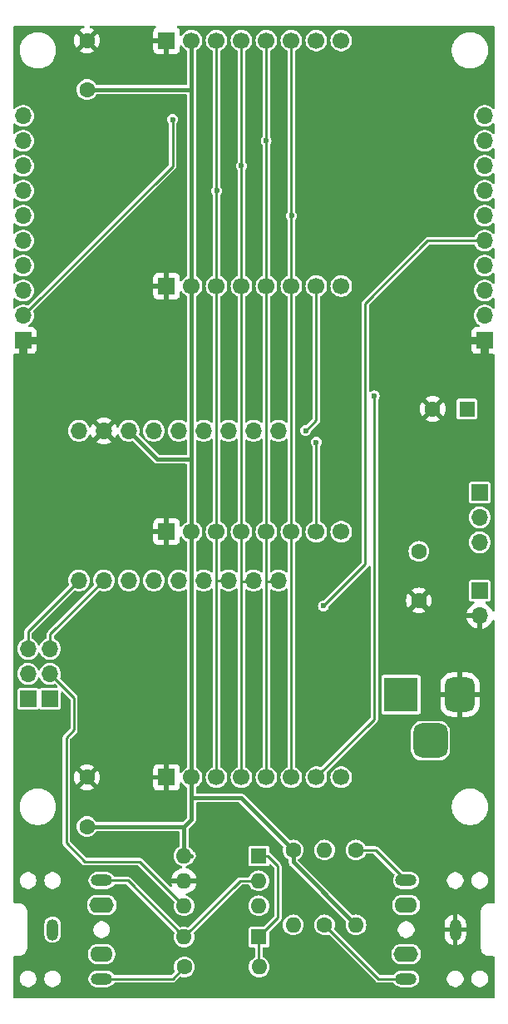
<source format=gbr>
%TF.GenerationSoftware,KiCad,Pcbnew,8.0.7*%
%TF.CreationDate,2025-07-29T21:18:18+01:00*%
%TF.ProjectId,ListeningPostDisplay,4c697374-656e-4696-9e67-506f73744469,rev?*%
%TF.SameCoordinates,Original*%
%TF.FileFunction,Copper,L1,Top*%
%TF.FilePolarity,Positive*%
%FSLAX46Y46*%
G04 Gerber Fmt 4.6, Leading zero omitted, Abs format (unit mm)*
G04 Created by KiCad (PCBNEW 8.0.7) date 2025-07-29 21:18:18*
%MOMM*%
%LPD*%
G01*
G04 APERTURE LIST*
G04 Aperture macros list*
%AMRoundRect*
0 Rectangle with rounded corners*
0 $1 Rounding radius*
0 $2 $3 $4 $5 $6 $7 $8 $9 X,Y pos of 4 corners*
0 Add a 4 corners polygon primitive as box body*
4,1,4,$2,$3,$4,$5,$6,$7,$8,$9,$2,$3,0*
0 Add four circle primitives for the rounded corners*
1,1,$1+$1,$2,$3*
1,1,$1+$1,$4,$5*
1,1,$1+$1,$6,$7*
1,1,$1+$1,$8,$9*
0 Add four rect primitives between the rounded corners*
20,1,$1+$1,$2,$3,$4,$5,0*
20,1,$1+$1,$4,$5,$6,$7,0*
20,1,$1+$1,$6,$7,$8,$9,0*
20,1,$1+$1,$8,$9,$2,$3,0*%
G04 Aperture macros list end*
%TA.AperFunction,ComponentPad*%
%ADD10R,1.700000X1.700000*%
%TD*%
%TA.AperFunction,ComponentPad*%
%ADD11O,1.700000X1.700000*%
%TD*%
%TA.AperFunction,ComponentPad*%
%ADD12R,3.500000X3.500000*%
%TD*%
%TA.AperFunction,ComponentPad*%
%ADD13RoundRect,0.750000X0.750000X1.000000X-0.750000X1.000000X-0.750000X-1.000000X0.750000X-1.000000X0*%
%TD*%
%TA.AperFunction,ComponentPad*%
%ADD14RoundRect,0.875000X0.875000X0.875000X-0.875000X0.875000X-0.875000X-0.875000X0.875000X-0.875000X0*%
%TD*%
%TA.AperFunction,ComponentPad*%
%ADD15C,1.600000*%
%TD*%
%TA.AperFunction,ComponentPad*%
%ADD16R,1.600000X1.600000*%
%TD*%
%TA.AperFunction,ComponentPad*%
%ADD17C,1.700000*%
%TD*%
%TA.AperFunction,ComponentPad*%
%ADD18O,1.600000X1.600000*%
%TD*%
%TA.AperFunction,ComponentPad*%
%ADD19O,2.200000X1.200000*%
%TD*%
%TA.AperFunction,ComponentPad*%
%ADD20O,2.300000X1.600000*%
%TD*%
%TA.AperFunction,ComponentPad*%
%ADD21O,1.200000X2.200000*%
%TD*%
%TA.AperFunction,ComponentPad*%
%ADD22O,2.500000X1.600000*%
%TD*%
%TA.AperFunction,ViaPad*%
%ADD23C,0.600000*%
%TD*%
%TA.AperFunction,Conductor*%
%ADD24C,0.250000*%
%TD*%
%TA.AperFunction,Conductor*%
%ADD25C,0.400000*%
%TD*%
G04 APERTURE END LIST*
D10*
%TO.P,J5,1,Pin_1*%
%TO.N,unconnected-(J5-Pin_1-Pad1)*%
X98000000Y-98000000D03*
D11*
%TO.P,J5,2,Pin_2*%
%TO.N,Net-(J5-Pin_2)*%
X98000000Y-100540000D03*
%TO.P,J5,3,Pin_3*%
%TO.N,Net-(J4-Pin_1)*%
X98000000Y-103080000D03*
%TD*%
D10*
%TO.P,J4,1,Pin_1*%
%TO.N,Net-(J4-Pin_1)*%
X98000000Y-108000000D03*
D11*
%TO.P,J4,2,Pin_2*%
%TO.N,GND*%
X98000000Y-110540000D03*
%TD*%
D12*
%TO.P,J3,1*%
%TO.N,Net-(J4-Pin_1)*%
X89975000Y-118575000D03*
D13*
%TO.P,J3,2*%
%TO.N,GND*%
X95975000Y-118575000D03*
D14*
%TO.P,J3,3*%
%TO.N,N/C*%
X92975000Y-123275000D03*
%TD*%
D15*
%TO.P,C4,1*%
%TO.N,+5V*%
X91800000Y-104000000D03*
%TO.P,C4,2*%
%TO.N,GND*%
X91800000Y-109000000D03*
%TD*%
D16*
%TO.P,C3,1*%
%TO.N,+5V*%
X96700000Y-89500000D03*
D15*
%TO.P,C3,2*%
%TO.N,GND*%
X93200000Y-89500000D03*
%TD*%
D10*
%TO.P,U2,1,GND*%
%TO.N,GND*%
X66110000Y-77000000D03*
D17*
%TO.P,U2,2,VCC*%
%TO.N,+3V3*%
X68650000Y-77000000D03*
%TO.P,U2,3,SCL*%
%TO.N,Net-(J1-Pin_7)*%
X71190000Y-77000000D03*
%TO.P,U2,4,SDA*%
%TO.N,Net-(J1-Pin_8)*%
X73730000Y-77000000D03*
%TO.P,U2,5,RES*%
%TO.N,Net-(J1-Pin_9)*%
X76270000Y-77000000D03*
%TO.P,U2,6,DC*%
%TO.N,Net-(J1-Pin_6)*%
X78810000Y-77000000D03*
%TO.P,U2,7,CS*%
%TO.N,/CS2*%
X81350000Y-77000000D03*
%TO.P,U2,8,BLK*%
%TO.N,unconnected-(U2-BLK-Pad8)*%
X83890000Y-77000000D03*
%TD*%
D10*
%TO.P,U4,1,GND*%
%TO.N,GND*%
X66110000Y-127000000D03*
D17*
%TO.P,U4,2,VCC*%
%TO.N,+3V3*%
X68650000Y-127000000D03*
%TO.P,U4,3,SCL*%
%TO.N,Net-(J1-Pin_7)*%
X71190000Y-127000000D03*
%TO.P,U4,4,SDA*%
%TO.N,Net-(J1-Pin_8)*%
X73730000Y-127000000D03*
%TO.P,U4,5,RES*%
%TO.N,Net-(J1-Pin_9)*%
X76270000Y-127000000D03*
%TO.P,U4,6,DC*%
%TO.N,Net-(J1-Pin_6)*%
X78810000Y-127000000D03*
%TO.P,U4,7,CS*%
%TO.N,/CS4*%
X81350000Y-127000000D03*
%TO.P,U4,8,BLK*%
%TO.N,unconnected-(U4-BLK-Pad8)*%
X83890000Y-127000000D03*
%TD*%
D10*
%TO.P,U3,1,GND*%
%TO.N,GND*%
X66110000Y-102000000D03*
D17*
%TO.P,U3,2,VCC*%
%TO.N,+3V3*%
X68650000Y-102000000D03*
%TO.P,U3,3,SCL*%
%TO.N,Net-(J1-Pin_7)*%
X71190000Y-102000000D03*
%TO.P,U3,4,SDA*%
%TO.N,Net-(J1-Pin_8)*%
X73730000Y-102000000D03*
%TO.P,U3,5,RES*%
%TO.N,Net-(J1-Pin_9)*%
X76270000Y-102000000D03*
%TO.P,U3,6,DC*%
%TO.N,Net-(J1-Pin_6)*%
X78810000Y-102000000D03*
%TO.P,U3,7,CS*%
%TO.N,/CS3*%
X81350000Y-102000000D03*
%TO.P,U3,8,BLK*%
%TO.N,unconnected-(U3-BLK-Pad8)*%
X83890000Y-102000000D03*
%TD*%
D10*
%TO.P,U1,1,GND*%
%TO.N,GND*%
X66110000Y-52000000D03*
D17*
%TO.P,U1,2,VCC*%
%TO.N,+3V3*%
X68650000Y-52000000D03*
%TO.P,U1,3,SCL*%
%TO.N,Net-(J1-Pin_7)*%
X71190000Y-52000000D03*
%TO.P,U1,4,SDA*%
%TO.N,Net-(J1-Pin_8)*%
X73730000Y-52000000D03*
%TO.P,U1,5,RES*%
%TO.N,Net-(J1-Pin_9)*%
X76270000Y-52000000D03*
%TO.P,U1,6,DC*%
%TO.N,Net-(J1-Pin_6)*%
X78810000Y-52000000D03*
%TO.P,U1,7,CS*%
%TO.N,/CS1*%
X81350000Y-52000000D03*
%TO.P,U1,8,BLK*%
%TO.N,unconnected-(U1-BLK-Pad8)*%
X83890000Y-52000000D03*
%TD*%
D10*
%TO.P,J6,1,Pin_1*%
%TO.N,unconnected-(J6-Pin_1-Pad1)*%
X52000000Y-119000000D03*
D11*
%TO.P,J6,2,Pin_2*%
%TO.N,Net-(J6-Pin_2)*%
X52000000Y-116460000D03*
%TO.P,J6,3,Pin_3*%
%TO.N,/TX*%
X52000000Y-113920000D03*
%TD*%
D15*
%TO.P,C8,1*%
%TO.N,+3V3*%
X58000000Y-132000000D03*
%TO.P,C8,2*%
%TO.N,GND*%
X58000000Y-127000000D03*
%TD*%
%TO.P,R4,1*%
%TO.N,+3V3*%
X79000000Y-134400000D03*
D18*
%TO.P,R4,2*%
%TO.N,Net-(J10-Pin_2)*%
X79000000Y-142020000D03*
%TD*%
D10*
%TO.P,J10,1,Pin_1*%
%TO.N,unconnected-(J10-Pin_1-Pad1)*%
X54250000Y-119000000D03*
D11*
%TO.P,J10,2,Pin_2*%
%TO.N,Net-(J10-Pin_2)*%
X54250000Y-116460000D03*
%TO.P,J10,3,Pin_3*%
%TO.N,/RX*%
X54250000Y-113920000D03*
%TD*%
D16*
%TO.P,D1,1,K*%
%TO.N,Net-(D1-K)*%
X75510000Y-143250000D03*
D18*
%TO.P,D1,2,A*%
%TO.N,Net-(D1-A)*%
X67890000Y-143250000D03*
%TD*%
D15*
%TO.P,R3,1*%
%TO.N,Net-(J9-PadT)*%
X82200000Y-142020000D03*
D18*
%TO.P,R3,2*%
%TO.N,Net-(J6-Pin_2)*%
X82200000Y-134400000D03*
%TD*%
D11*
%TO.P,U5,1,+5V*%
%TO.N,+5V*%
X57185000Y-91725000D03*
%TO.P,U5,2,GND*%
%TO.N,GND*%
X59725000Y-91725000D03*
%TO.P,U5,3,+3V3*%
%TO.N,+3V3*%
X62265000Y-91725000D03*
%TO.P,U5,4,4*%
%TO.N,/CS7*%
X64805000Y-91725000D03*
%TO.P,U5,5,5*%
%TO.N,/CS6*%
X67345000Y-91725000D03*
%TO.P,U5,6,6*%
%TO.N,/CS5*%
X69885000Y-91725000D03*
%TO.P,U5,7,7*%
%TO.N,/CS4*%
X72425000Y-91725000D03*
%TO.P,U5,8,8*%
%TO.N,/CS3*%
X74965000Y-91725000D03*
%TO.P,U5,9,9*%
%TO.N,/CS2*%
X77505000Y-91725000D03*
%TO.P,U5,10,10*%
%TO.N,Net-(J1-Pin_9)*%
X77505000Y-106965000D03*
%TO.P,U5,11,11*%
%TO.N,Net-(J1-Pin_8)*%
X74965000Y-106965000D03*
%TO.P,U5,12,12*%
%TO.N,Net-(J1-Pin_7)*%
X72425000Y-106945000D03*
%TO.P,U5,13,13*%
%TO.N,/CS1*%
X69885000Y-106965000D03*
%TO.P,U5,14,14*%
%TO.N,Net-(J1-Pin_6)*%
X67345000Y-106965000D03*
%TO.P,U5,15,15*%
%TO.N,/CS8*%
X64805000Y-106965000D03*
%TO.P,U5,16,16*%
%TO.N,unconnected-(U5-Pad16)*%
X62265000Y-106965000D03*
%TO.P,U5,17,17/RX*%
%TO.N,/RX*%
X59725000Y-106965000D03*
%TO.P,U5,18,18/TX*%
%TO.N,/TX*%
X57185000Y-106965000D03*
%TD*%
D10*
%TO.P,J1,1,Pin_1*%
%TO.N,GND*%
X51500000Y-82540000D03*
D11*
%TO.P,J1,2,Pin_2*%
%TO.N,/CS1*%
X51500000Y-80000000D03*
%TO.P,J1,3,Pin_3*%
%TO.N,/CS2*%
X51500000Y-77460000D03*
%TO.P,J1,4,Pin_4*%
%TO.N,/CS3*%
X51500000Y-74920000D03*
%TO.P,J1,5,Pin_5*%
%TO.N,/CS4*%
X51500000Y-72380000D03*
%TO.P,J1,6,Pin_6*%
%TO.N,Net-(J1-Pin_6)*%
X51500000Y-69840000D03*
%TO.P,J1,7,Pin_7*%
%TO.N,Net-(J1-Pin_7)*%
X51500000Y-67300000D03*
%TO.P,J1,8,Pin_8*%
%TO.N,Net-(J1-Pin_8)*%
X51500000Y-64760000D03*
%TO.P,J1,9,Pin_9*%
%TO.N,Net-(J1-Pin_9)*%
X51500000Y-62220000D03*
%TO.P,J1,10,Pin_10*%
%TO.N,+3V3*%
X51500000Y-59680000D03*
%TD*%
D15*
%TO.P,C5,1*%
%TO.N,+3V3*%
X58000000Y-57000000D03*
%TO.P,C5,2*%
%TO.N,GND*%
X58000000Y-52000000D03*
%TD*%
D10*
%TO.P,J2,1,Pin_1*%
%TO.N,GND*%
X98500000Y-82540000D03*
D11*
%TO.P,J2,2,Pin_2*%
%TO.N,/CS5*%
X98500000Y-80000000D03*
%TO.P,J2,3,Pin_3*%
%TO.N,/CS6*%
X98500000Y-77460000D03*
%TO.P,J2,4,Pin_4*%
%TO.N,/CS7*%
X98500000Y-74920000D03*
%TO.P,J2,5,Pin_5*%
%TO.N,/CS8*%
X98500000Y-72380000D03*
%TO.P,J2,6,Pin_6*%
%TO.N,Net-(J1-Pin_6)*%
X98500000Y-69840000D03*
%TO.P,J2,7,Pin_7*%
%TO.N,Net-(J1-Pin_7)*%
X98500000Y-67300000D03*
%TO.P,J2,8,Pin_8*%
%TO.N,Net-(J1-Pin_8)*%
X98500000Y-64760000D03*
%TO.P,J2,9,Pin_9*%
%TO.N,Net-(J1-Pin_9)*%
X98500000Y-62220000D03*
%TO.P,J2,10,Pin_10*%
%TO.N,+3V3*%
X98500000Y-59680000D03*
%TD*%
D15*
%TO.P,R2,1*%
%TO.N,Net-(J9-PadR)*%
X85400000Y-134400000D03*
D18*
%TO.P,R2,2*%
%TO.N,+3V3*%
X85400000Y-142020000D03*
%TD*%
D15*
%TO.P,R1,1*%
%TO.N,Net-(J8-PadR)*%
X67915000Y-146300000D03*
D18*
%TO.P,R1,2*%
%TO.N,Net-(D1-K)*%
X75535000Y-146300000D03*
%TD*%
D19*
%TO.P,J9,R*%
%TO.N,Net-(J9-PadR)*%
X90500000Y-137500000D03*
D20*
%TO.P,J9,RN*%
%TO.N,unconnected-(J9-PadRN)*%
X90500000Y-140000000D03*
D21*
%TO.P,J9,S*%
%TO.N,GND*%
X95500000Y-142500000D03*
D19*
%TO.P,J9,T*%
%TO.N,Net-(J9-PadT)*%
X90500000Y-147500000D03*
D22*
%TO.P,J9,TN*%
%TO.N,unconnected-(J9-PadTN)*%
X90500000Y-145000000D03*
%TD*%
D19*
%TO.P,J8,R*%
%TO.N,Net-(J8-PadR)*%
X59500000Y-147500000D03*
D20*
%TO.P,J8,RN*%
%TO.N,unconnected-(J8-PadRN)*%
X59500000Y-145000000D03*
D21*
%TO.P,J8,S*%
%TO.N,unconnected-(J8-PadS)*%
X54500000Y-142500000D03*
D19*
%TO.P,J8,T*%
%TO.N,Net-(D1-A)*%
X59500000Y-137500000D03*
D22*
%TO.P,J8,TN*%
%TO.N,unconnected-(J8-PadTN)*%
X59500000Y-140000000D03*
%TD*%
D16*
%TO.P,U6,1*%
%TO.N,Net-(D1-K)*%
X75500000Y-135000000D03*
D18*
%TO.P,U6,2*%
%TO.N,Net-(D1-A)*%
X75500000Y-137540000D03*
%TO.P,U6,3*%
%TO.N,unconnected-(U6-Pad3)*%
X75500000Y-140080000D03*
%TO.P,U6,4*%
%TO.N,Net-(J10-Pin_2)*%
X67880000Y-140080000D03*
%TO.P,U6,5*%
%TO.N,GND*%
X67880000Y-137540000D03*
%TO.P,U6,6*%
%TO.N,+3V3*%
X67880000Y-135000000D03*
%TD*%
D23*
%TO.N,/CS3*%
X81350000Y-92900000D03*
%TO.N,/CS4*%
X87250000Y-88175000D03*
%TO.N,GND*%
X95325000Y-60375000D03*
X57375000Y-111600000D03*
X69950000Y-54125000D03*
X84525000Y-147725000D03*
X80175000Y-94125000D03*
X80025000Y-80350000D03*
X65000000Y-134175000D03*
X62275000Y-66050000D03*
X72450000Y-98925000D03*
X81275000Y-71475000D03*
X74975000Y-99000000D03*
X83575000Y-98850000D03*
X64450000Y-60475000D03*
X69900000Y-111925000D03*
X70025000Y-124025000D03*
X74850000Y-71600000D03*
X77425000Y-71650000D03*
X77625000Y-129850000D03*
X95275000Y-68375000D03*
X77575000Y-80325000D03*
X72575000Y-111875000D03*
X89550000Y-123800000D03*
X54425000Y-60600000D03*
X83600000Y-84950000D03*
X60000000Y-68750000D03*
X57175000Y-78550000D03*
X83475000Y-91950000D03*
X96700000Y-58175000D03*
X80975000Y-123875000D03*
X95200000Y-63425000D03*
X89625000Y-109675000D03*
X63525000Y-143175000D03*
X53375000Y-93825000D03*
X87650000Y-144200000D03*
X81125000Y-60475000D03*
X90350000Y-52500000D03*
X66100000Y-130075000D03*
X81050000Y-55250000D03*
X95275000Y-66075000D03*
X89650000Y-80325000D03*
X83500000Y-80450000D03*
X77650000Y-111850000D03*
X59175000Y-134825000D03*
X64425000Y-63400000D03*
X79250000Y-139350000D03*
X84325000Y-137275000D03*
X74925000Y-123950000D03*
X89725000Y-84875000D03*
X69725000Y-83775000D03*
X89825000Y-93475000D03*
X71150000Y-134900000D03*
X73050000Y-140325000D03*
X52900000Y-134975000D03*
X77550000Y-123950000D03*
X60375000Y-84925000D03*
X77500000Y-98950000D03*
X58200000Y-120575000D03*
X66650000Y-68725000D03*
X77500000Y-53925000D03*
X72525000Y-123975000D03*
X69825000Y-71650000D03*
X61550000Y-130025000D03*
X72450000Y-71600000D03*
X77600000Y-86475000D03*
X54475000Y-68650000D03*
X58250000Y-116575000D03*
X80025000Y-84950000D03*
X54375000Y-122150000D03*
X71625000Y-143625000D03*
X66100000Y-97025000D03*
X54475000Y-66075000D03*
X66400000Y-111875000D03*
X74925000Y-54025000D03*
X95125000Y-74650000D03*
X77425000Y-57900000D03*
X54425000Y-63425000D03*
X66300000Y-124025000D03*
X75100000Y-80300000D03*
X72400000Y-54000000D03*
X51575000Y-97575000D03*
X75050000Y-111850000D03*
X81225000Y-111775000D03*
X72475000Y-80300000D03*
X69900000Y-98850000D03*
X77400000Y-60300000D03*
X66700000Y-83775000D03*
X66625000Y-71700000D03*
X54375000Y-71850000D03*
X71100000Y-130950000D03*
X95225000Y-71000000D03*
%TO.N,Net-(J1-Pin_7)*%
X71200000Y-67300000D03*
%TO.N,/CS2*%
X80275000Y-91700000D03*
%TO.N,/CS1*%
X66725000Y-60050000D03*
%TO.N,Net-(J1-Pin_6)*%
X78825000Y-69840000D03*
%TO.N,Net-(J1-Pin_8)*%
X73725000Y-64750000D03*
%TO.N,/CS8*%
X82075000Y-109550000D03*
%TO.N,Net-(J1-Pin_9)*%
X76250000Y-62220000D03*
%TD*%
D24*
%TO.N,/CS3*%
X81350000Y-92900000D02*
X81350000Y-102000000D01*
%TO.N,/CS4*%
X87250000Y-121100000D02*
X87250000Y-88350000D01*
X81350000Y-127000000D02*
X87250000Y-121100000D01*
%TO.N,/CS8*%
X86325000Y-78750000D02*
X86325000Y-105300000D01*
X86325000Y-105300000D02*
X82075000Y-109550000D01*
X92695000Y-72380000D02*
X86325000Y-78750000D01*
X98500000Y-72380000D02*
X92695000Y-72380000D01*
D25*
%TO.N,+3V3*%
X68650000Y-134980000D02*
X68630000Y-135000000D01*
X68625000Y-57000000D02*
X68650000Y-57025000D01*
X67880000Y-132055000D02*
X67880000Y-135000000D01*
X68635000Y-77015000D02*
X68635000Y-94625000D01*
X67880000Y-132045000D02*
X68650000Y-131275000D01*
X68650000Y-129075000D02*
X68650000Y-131275000D01*
X79000000Y-134400000D02*
X79000000Y-135620000D01*
X68650000Y-127000000D02*
X68650000Y-129075000D01*
X65165000Y-94625000D02*
X68635000Y-94625000D01*
X68635000Y-94625000D02*
X68635000Y-126985000D01*
X67825000Y-132000000D02*
X58000000Y-132000000D01*
X68635000Y-126985000D02*
X68650000Y-127000000D01*
X58000000Y-57000000D02*
X68625000Y-57000000D01*
X68650000Y-129075000D02*
X73675000Y-129075000D01*
X62265000Y-91725000D02*
X65165000Y-94625000D01*
X68650000Y-77000000D02*
X68635000Y-77015000D01*
X67880000Y-132055000D02*
X67825000Y-132000000D01*
X68650000Y-52000000D02*
X68650000Y-57025000D01*
X73675000Y-129075000D02*
X79000000Y-134400000D01*
X79000000Y-135620000D02*
X85400000Y-142020000D01*
X68650000Y-57025000D02*
X68650000Y-77000000D01*
D24*
%TO.N,Net-(D1-K)*%
X75500000Y-135000000D02*
X76400000Y-135000000D01*
X75510000Y-143250000D02*
X75510000Y-146275000D01*
X77450000Y-141310000D02*
X75510000Y-143250000D01*
X76400000Y-135000000D02*
X77450000Y-136050000D01*
X75510000Y-146275000D02*
X75535000Y-146300000D01*
X77450000Y-136050000D02*
X77450000Y-141310000D01*
%TO.N,Net-(D1-A)*%
X59500000Y-137500000D02*
X62140000Y-137500000D01*
X75500000Y-137540000D02*
X73600000Y-137540000D01*
X73600000Y-137540000D02*
X67890000Y-143250000D01*
X62140000Y-137500000D02*
X67890000Y-143250000D01*
%TO.N,Net-(J1-Pin_7)*%
X71190000Y-107000000D02*
X72370000Y-107000000D01*
X72370000Y-107000000D02*
X72425000Y-106945000D01*
X71190000Y-52000000D02*
X71190000Y-107000000D01*
X71190000Y-107000000D02*
X71190000Y-127000000D01*
%TO.N,/CS2*%
X81350000Y-87900000D02*
X81350000Y-90625000D01*
X81350000Y-90625000D02*
X80275000Y-91700000D01*
X81350000Y-77000000D02*
X81350000Y-87900000D01*
%TO.N,/CS1*%
X66725000Y-64775000D02*
X66725000Y-60050000D01*
X51500000Y-80000000D02*
X66725000Y-64775000D01*
%TO.N,Net-(J1-Pin_6)*%
X78810000Y-52000000D02*
X78810000Y-127000000D01*
%TO.N,Net-(J1-Pin_8)*%
X73725000Y-64750000D02*
X73730000Y-64755000D01*
X73730000Y-52000000D02*
X73730000Y-64745000D01*
X73730000Y-107100000D02*
X73730000Y-127000000D01*
X73730000Y-64755000D02*
X73730000Y-107100000D01*
X73730000Y-64745000D02*
X73725000Y-64750000D01*
X74830000Y-107100000D02*
X74965000Y-106965000D01*
X73730000Y-107100000D02*
X74830000Y-107100000D01*
%TO.N,/TX*%
X52000000Y-112150000D02*
X52000000Y-113920000D01*
X57185000Y-106965000D02*
X52000000Y-112150000D01*
%TO.N,/RX*%
X54250000Y-112440000D02*
X54250000Y-113920000D01*
X59725000Y-106965000D02*
X54250000Y-112440000D01*
%TO.N,Net-(J8-PadR)*%
X66715000Y-147500000D02*
X67915000Y-146300000D01*
X59500000Y-147500000D02*
X66715000Y-147500000D01*
%TO.N,Net-(J9-PadR)*%
X87400000Y-134400000D02*
X90500000Y-137500000D01*
X85400000Y-134400000D02*
X87400000Y-134400000D01*
%TO.N,Net-(J9-PadT)*%
X87680000Y-147500000D02*
X82200000Y-142020000D01*
X90500000Y-147500000D02*
X87680000Y-147500000D01*
%TO.N,Net-(J10-Pin_2)*%
X56675000Y-122175000D02*
X56675000Y-118885000D01*
X55887500Y-133687500D02*
X55887500Y-122962500D01*
X57775000Y-135575000D02*
X55887500Y-133687500D01*
X56675000Y-118885000D02*
X54250000Y-116460000D01*
X55887500Y-122962500D02*
X56675000Y-122175000D01*
X67880000Y-140080000D02*
X63375000Y-135575000D01*
X63375000Y-135575000D02*
X57775000Y-135575000D01*
%TO.N,Net-(J1-Pin_9)*%
X76270000Y-127000000D02*
X76270000Y-107100000D01*
X77370000Y-107100000D02*
X77505000Y-106965000D01*
X76270000Y-107100000D02*
X77370000Y-107100000D01*
X76270000Y-107100000D02*
X76270000Y-52000000D01*
%TD*%
%TA.AperFunction,Conductor*%
%TO.N,GND*%
G36*
X57698559Y-50520185D02*
G01*
X57744314Y-50572989D01*
X57754258Y-50642147D01*
X57725233Y-50705703D01*
X57666455Y-50743477D01*
X57663613Y-50744275D01*
X57553682Y-50773730D01*
X57553673Y-50773734D01*
X57347516Y-50869866D01*
X57347512Y-50869868D01*
X57274526Y-50920973D01*
X57274526Y-50920974D01*
X57953553Y-51600000D01*
X57947339Y-51600000D01*
X57845606Y-51627259D01*
X57754394Y-51679920D01*
X57679920Y-51754394D01*
X57627259Y-51845606D01*
X57600000Y-51947339D01*
X57600000Y-51953552D01*
X56920974Y-51274526D01*
X56920973Y-51274526D01*
X56869868Y-51347512D01*
X56869866Y-51347516D01*
X56773734Y-51553673D01*
X56773730Y-51553682D01*
X56714860Y-51773389D01*
X56714858Y-51773400D01*
X56695034Y-51999997D01*
X56695034Y-52000000D01*
X56714858Y-52226599D01*
X56714860Y-52226610D01*
X56773730Y-52446317D01*
X56773735Y-52446331D01*
X56869863Y-52652478D01*
X56920974Y-52725472D01*
X57600000Y-52046446D01*
X57600000Y-52052661D01*
X57627259Y-52154394D01*
X57679920Y-52245606D01*
X57754394Y-52320080D01*
X57845606Y-52372741D01*
X57947339Y-52400000D01*
X57953553Y-52400000D01*
X57274526Y-53079025D01*
X57347513Y-53130132D01*
X57347521Y-53130136D01*
X57553668Y-53226264D01*
X57553682Y-53226269D01*
X57773389Y-53285139D01*
X57773400Y-53285141D01*
X57999998Y-53304966D01*
X58000002Y-53304966D01*
X58226599Y-53285141D01*
X58226610Y-53285139D01*
X58446317Y-53226269D01*
X58446331Y-53226264D01*
X58652478Y-53130136D01*
X58725471Y-53079024D01*
X58046447Y-52400000D01*
X58052661Y-52400000D01*
X58154394Y-52372741D01*
X58245606Y-52320080D01*
X58320080Y-52245606D01*
X58372741Y-52154394D01*
X58400000Y-52052661D01*
X58400000Y-52046447D01*
X59079024Y-52725471D01*
X59130136Y-52652478D01*
X59226264Y-52446331D01*
X59226269Y-52446317D01*
X59285139Y-52226610D01*
X59285141Y-52226599D01*
X59304966Y-52000000D01*
X59304966Y-51999997D01*
X59285141Y-51773400D01*
X59285139Y-51773389D01*
X59226269Y-51553682D01*
X59226264Y-51553668D01*
X59130136Y-51347521D01*
X59130132Y-51347513D01*
X59079025Y-51274526D01*
X58400000Y-51953551D01*
X58400000Y-51947339D01*
X58372741Y-51845606D01*
X58320080Y-51754394D01*
X58245606Y-51679920D01*
X58154394Y-51627259D01*
X58052661Y-51600000D01*
X58046445Y-51600000D01*
X58725472Y-50920974D01*
X58652478Y-50869863D01*
X58446331Y-50773735D01*
X58446317Y-50773730D01*
X58336387Y-50744275D01*
X58276726Y-50707910D01*
X58246197Y-50645063D01*
X58254492Y-50575688D01*
X58298977Y-50521810D01*
X58365529Y-50500535D01*
X58368480Y-50500500D01*
X64920731Y-50500500D01*
X64987770Y-50520185D01*
X65033525Y-50572989D01*
X65043469Y-50642147D01*
X65014444Y-50705703D01*
X64995042Y-50723766D01*
X64902812Y-50792809D01*
X64902809Y-50792812D01*
X64816649Y-50907906D01*
X64816645Y-50907913D01*
X64766403Y-51042620D01*
X64766401Y-51042627D01*
X64760000Y-51102155D01*
X64760000Y-51750000D01*
X65676988Y-51750000D01*
X65644075Y-51807007D01*
X65610000Y-51934174D01*
X65610000Y-52065826D01*
X65644075Y-52192993D01*
X65676988Y-52250000D01*
X64760000Y-52250000D01*
X64760000Y-52897844D01*
X64766401Y-52957372D01*
X64766403Y-52957379D01*
X64816645Y-53092086D01*
X64816649Y-53092093D01*
X64902809Y-53207187D01*
X64902812Y-53207190D01*
X65017906Y-53293350D01*
X65017913Y-53293354D01*
X65152620Y-53343596D01*
X65152627Y-53343598D01*
X65212155Y-53349999D01*
X65212172Y-53350000D01*
X65860000Y-53350000D01*
X65860000Y-52433012D01*
X65917007Y-52465925D01*
X66044174Y-52500000D01*
X66175826Y-52500000D01*
X66302993Y-52465925D01*
X66360000Y-52433012D01*
X66360000Y-53350000D01*
X67007828Y-53350000D01*
X67007844Y-53349999D01*
X67067372Y-53343598D01*
X67067379Y-53343596D01*
X67202086Y-53293354D01*
X67202093Y-53293350D01*
X67317187Y-53207190D01*
X67317190Y-53207187D01*
X67403350Y-53092093D01*
X67403354Y-53092086D01*
X67453596Y-52957379D01*
X67453598Y-52957372D01*
X67459999Y-52897844D01*
X67460000Y-52897827D01*
X67460000Y-52606312D01*
X67479685Y-52539273D01*
X67532489Y-52493518D01*
X67601647Y-52483574D01*
X67665203Y-52512599D01*
X67695000Y-52551041D01*
X67710325Y-52581819D01*
X67833237Y-52744581D01*
X67983958Y-52881980D01*
X67983960Y-52881982D01*
X68060074Y-52929109D01*
X68140777Y-52979078D01*
X68187413Y-53031105D01*
X68199500Y-53084505D01*
X68199500Y-56425500D01*
X68179815Y-56492539D01*
X68127011Y-56538294D01*
X68075500Y-56549500D01*
X59024675Y-56549500D01*
X58957636Y-56529815D01*
X58915317Y-56483953D01*
X58877688Y-56413555D01*
X58877684Y-56413549D01*
X58877682Y-56413547D01*
X58854143Y-56384864D01*
X58746410Y-56253589D01*
X58586452Y-56122317D01*
X58586453Y-56122317D01*
X58586450Y-56122315D01*
X58403954Y-56024768D01*
X58205934Y-55964700D01*
X58205932Y-55964699D01*
X58205934Y-55964699D01*
X58000000Y-55944417D01*
X57794067Y-55964699D01*
X57596043Y-56024769D01*
X57485898Y-56083643D01*
X57413550Y-56122315D01*
X57413548Y-56122316D01*
X57413547Y-56122317D01*
X57253589Y-56253589D01*
X57122317Y-56413547D01*
X57122315Y-56413550D01*
X57115928Y-56425500D01*
X57024769Y-56596043D01*
X56964699Y-56794067D01*
X56944417Y-57000000D01*
X56964699Y-57205932D01*
X56964700Y-57205934D01*
X57024768Y-57403954D01*
X57122315Y-57586450D01*
X57122317Y-57586452D01*
X57253589Y-57746410D01*
X57350209Y-57825702D01*
X57413550Y-57877685D01*
X57596046Y-57975232D01*
X57794066Y-58035300D01*
X57794065Y-58035300D01*
X57812529Y-58037118D01*
X58000000Y-58055583D01*
X58205934Y-58035300D01*
X58403954Y-57975232D01*
X58586450Y-57877685D01*
X58746410Y-57746410D01*
X58877685Y-57586450D01*
X58911606Y-57522989D01*
X58915317Y-57516047D01*
X58964279Y-57466203D01*
X59024675Y-57450500D01*
X68075500Y-57450500D01*
X68142539Y-57470185D01*
X68188294Y-57522989D01*
X68199500Y-57574500D01*
X68199500Y-75915494D01*
X68179815Y-75982533D01*
X68140778Y-76020921D01*
X67983957Y-76118020D01*
X67833237Y-76255418D01*
X67710328Y-76418176D01*
X67695000Y-76448960D01*
X67647496Y-76500196D01*
X67579833Y-76517617D01*
X67513493Y-76495691D01*
X67469538Y-76441379D01*
X67460000Y-76393687D01*
X67460000Y-76102172D01*
X67459999Y-76102155D01*
X67453598Y-76042627D01*
X67453596Y-76042620D01*
X67403354Y-75907913D01*
X67403350Y-75907906D01*
X67317190Y-75792812D01*
X67317187Y-75792809D01*
X67202093Y-75706649D01*
X67202086Y-75706645D01*
X67067379Y-75656403D01*
X67067372Y-75656401D01*
X67007844Y-75650000D01*
X66360000Y-75650000D01*
X66360000Y-76566988D01*
X66302993Y-76534075D01*
X66175826Y-76500000D01*
X66044174Y-76500000D01*
X65917007Y-76534075D01*
X65860000Y-76566988D01*
X65860000Y-75650000D01*
X65212155Y-75650000D01*
X65152627Y-75656401D01*
X65152620Y-75656403D01*
X65017913Y-75706645D01*
X65017906Y-75706649D01*
X64902812Y-75792809D01*
X64902809Y-75792812D01*
X64816649Y-75907906D01*
X64816645Y-75907913D01*
X64766403Y-76042620D01*
X64766401Y-76042627D01*
X64760000Y-76102155D01*
X64760000Y-76750000D01*
X65676988Y-76750000D01*
X65644075Y-76807007D01*
X65610000Y-76934174D01*
X65610000Y-77065826D01*
X65644075Y-77192993D01*
X65676988Y-77250000D01*
X64760000Y-77250000D01*
X64760000Y-77897844D01*
X64766401Y-77957372D01*
X64766403Y-77957379D01*
X64816645Y-78092086D01*
X64816649Y-78092093D01*
X64902809Y-78207187D01*
X64902812Y-78207190D01*
X65017906Y-78293350D01*
X65017913Y-78293354D01*
X65152620Y-78343596D01*
X65152627Y-78343598D01*
X65212155Y-78349999D01*
X65212172Y-78350000D01*
X65860000Y-78350000D01*
X65860000Y-77433012D01*
X65917007Y-77465925D01*
X66044174Y-77500000D01*
X66175826Y-77500000D01*
X66302993Y-77465925D01*
X66360000Y-77433012D01*
X66360000Y-78350000D01*
X67007828Y-78350000D01*
X67007844Y-78349999D01*
X67067372Y-78343598D01*
X67067379Y-78343596D01*
X67202086Y-78293354D01*
X67202093Y-78293350D01*
X67317187Y-78207190D01*
X67317190Y-78207187D01*
X67403350Y-78092093D01*
X67403354Y-78092086D01*
X67453596Y-77957379D01*
X67453598Y-77957372D01*
X67459999Y-77897844D01*
X67460000Y-77897827D01*
X67460000Y-77606312D01*
X67479685Y-77539273D01*
X67532489Y-77493518D01*
X67601647Y-77483574D01*
X67665203Y-77512599D01*
X67695000Y-77551041D01*
X67710325Y-77581819D01*
X67833237Y-77744581D01*
X67983958Y-77881980D01*
X67983960Y-77881982D01*
X68125777Y-77969791D01*
X68172413Y-78021819D01*
X68184500Y-78075218D01*
X68184500Y-90727797D01*
X68164815Y-90794836D01*
X68112011Y-90840591D01*
X68042853Y-90850535D01*
X67995223Y-90833224D01*
X67837642Y-90735655D01*
X67837635Y-90735651D01*
X67679619Y-90674436D01*
X67647456Y-90661976D01*
X67446976Y-90624500D01*
X67243024Y-90624500D01*
X67042544Y-90661976D01*
X67042541Y-90661976D01*
X67042541Y-90661977D01*
X66852364Y-90735651D01*
X66852357Y-90735655D01*
X66678960Y-90843017D01*
X66678958Y-90843019D01*
X66528237Y-90980418D01*
X66405327Y-91143178D01*
X66314422Y-91325739D01*
X66314417Y-91325752D01*
X66258602Y-91521917D01*
X66239785Y-91724999D01*
X66239785Y-91725000D01*
X66258602Y-91928082D01*
X66314417Y-92124247D01*
X66314422Y-92124260D01*
X66405327Y-92306821D01*
X66528237Y-92469581D01*
X66678958Y-92606980D01*
X66678960Y-92606982D01*
X66717082Y-92630586D01*
X66852363Y-92714348D01*
X67042544Y-92788024D01*
X67243024Y-92825500D01*
X67243026Y-92825500D01*
X67446974Y-92825500D01*
X67446976Y-92825500D01*
X67647456Y-92788024D01*
X67837637Y-92714348D01*
X67995224Y-92616774D01*
X68062583Y-92598219D01*
X68129282Y-92619027D01*
X68174144Y-92672593D01*
X68184500Y-92722202D01*
X68184500Y-94050500D01*
X68164815Y-94117539D01*
X68112011Y-94163294D01*
X68060500Y-94174500D01*
X65402965Y-94174500D01*
X65335926Y-94154815D01*
X65315284Y-94138181D01*
X63918661Y-92741558D01*
X63885176Y-92680235D01*
X63888726Y-92630586D01*
X63857856Y-92637438D01*
X63792290Y-92613296D01*
X63778502Y-92601399D01*
X63348387Y-92171284D01*
X63314902Y-92109961D01*
X63316802Y-92049668D01*
X63351397Y-91928083D01*
X63370215Y-91725000D01*
X63370215Y-91724999D01*
X63699785Y-91724999D01*
X63699785Y-91725000D01*
X63718602Y-91928082D01*
X63774417Y-92124247D01*
X63774422Y-92124260D01*
X63865327Y-92306821D01*
X63965137Y-92438991D01*
X63989829Y-92504353D01*
X63983183Y-92535531D01*
X63997496Y-92530193D01*
X64065769Y-92545045D01*
X64089880Y-92562240D01*
X64138958Y-92606980D01*
X64138960Y-92606982D01*
X64177082Y-92630586D01*
X64312363Y-92714348D01*
X64502544Y-92788024D01*
X64703024Y-92825500D01*
X64703026Y-92825500D01*
X64906974Y-92825500D01*
X64906976Y-92825500D01*
X65107456Y-92788024D01*
X65297637Y-92714348D01*
X65471041Y-92606981D01*
X65621764Y-92469579D01*
X65744673Y-92306821D01*
X65835582Y-92124250D01*
X65891397Y-91928083D01*
X65910215Y-91725000D01*
X65907898Y-91700000D01*
X65891397Y-91521917D01*
X65863075Y-91422377D01*
X65835582Y-91325750D01*
X65835159Y-91324901D01*
X65782495Y-91219137D01*
X65744673Y-91143179D01*
X65672360Y-91047421D01*
X65621762Y-90980418D01*
X65471041Y-90843019D01*
X65471039Y-90843017D01*
X65297642Y-90735655D01*
X65297635Y-90735651D01*
X65139619Y-90674436D01*
X65107456Y-90661976D01*
X64906976Y-90624500D01*
X64703024Y-90624500D01*
X64502544Y-90661976D01*
X64502541Y-90661976D01*
X64502541Y-90661977D01*
X64312364Y-90735651D01*
X64312357Y-90735655D01*
X64138960Y-90843017D01*
X64138958Y-90843019D01*
X63988237Y-90980418D01*
X63865327Y-91143178D01*
X63774422Y-91325739D01*
X63774417Y-91325752D01*
X63718602Y-91521917D01*
X63699785Y-91724999D01*
X63370215Y-91724999D01*
X63367898Y-91700000D01*
X63351397Y-91521917D01*
X63323075Y-91422377D01*
X63295582Y-91325750D01*
X63295159Y-91324901D01*
X63242495Y-91219137D01*
X63204673Y-91143179D01*
X63132360Y-91047421D01*
X63081762Y-90980418D01*
X62931041Y-90843019D01*
X62931039Y-90843017D01*
X62757642Y-90735655D01*
X62757635Y-90735651D01*
X62599619Y-90674436D01*
X62567456Y-90661976D01*
X62366976Y-90624500D01*
X62163024Y-90624500D01*
X61962544Y-90661976D01*
X61962541Y-90661976D01*
X61962541Y-90661977D01*
X61772364Y-90735651D01*
X61772357Y-90735655D01*
X61598960Y-90843017D01*
X61598958Y-90843019D01*
X61448237Y-90980418D01*
X61325327Y-91143178D01*
X61238182Y-91318188D01*
X61190679Y-91369425D01*
X61123016Y-91386846D01*
X61056676Y-91364920D01*
X61012721Y-91310609D01*
X61007407Y-91295008D01*
X60998434Y-91261518D01*
X60998429Y-91261507D01*
X60898601Y-91047424D01*
X60839925Y-90963626D01*
X60207962Y-91595590D01*
X60190925Y-91532007D01*
X60125099Y-91417993D01*
X60032007Y-91324901D01*
X59917993Y-91259075D01*
X59854409Y-91242037D01*
X60486372Y-90610073D01*
X60402576Y-90551398D01*
X60188492Y-90451570D01*
X60188483Y-90451566D01*
X59960326Y-90390432D01*
X59960315Y-90390430D01*
X59725002Y-90369843D01*
X59724998Y-90369843D01*
X59489684Y-90390430D01*
X59489673Y-90390432D01*
X59261516Y-90451566D01*
X59261507Y-90451570D01*
X59047423Y-90551399D01*
X59047421Y-90551400D01*
X58963627Y-90610073D01*
X58963626Y-90610073D01*
X59595591Y-91242037D01*
X59532007Y-91259075D01*
X59417993Y-91324901D01*
X59324901Y-91417993D01*
X59259075Y-91532007D01*
X59242037Y-91595590D01*
X58610073Y-90963626D01*
X58610073Y-90963627D01*
X58551400Y-91047421D01*
X58551399Y-91047423D01*
X58451570Y-91261507D01*
X58451568Y-91261511D01*
X58442592Y-91295011D01*
X58406226Y-91354671D01*
X58343379Y-91385199D01*
X58274003Y-91376904D01*
X58220126Y-91332418D01*
X58211817Y-91318188D01*
X58162495Y-91219137D01*
X58124673Y-91143179D01*
X58052360Y-91047421D01*
X58001762Y-90980418D01*
X57851041Y-90843019D01*
X57851039Y-90843017D01*
X57677642Y-90735655D01*
X57677635Y-90735651D01*
X57519619Y-90674436D01*
X57487456Y-90661976D01*
X57286976Y-90624500D01*
X57083024Y-90624500D01*
X56882544Y-90661976D01*
X56882541Y-90661976D01*
X56882541Y-90661977D01*
X56692364Y-90735651D01*
X56692357Y-90735655D01*
X56518960Y-90843017D01*
X56518958Y-90843019D01*
X56368237Y-90980418D01*
X56245327Y-91143178D01*
X56154422Y-91325739D01*
X56154417Y-91325752D01*
X56098602Y-91521917D01*
X56079785Y-91724999D01*
X56079785Y-91725000D01*
X56098602Y-91928082D01*
X56154417Y-92124247D01*
X56154422Y-92124260D01*
X56245327Y-92306821D01*
X56368237Y-92469581D01*
X56518958Y-92606980D01*
X56518960Y-92606982D01*
X56557082Y-92630586D01*
X56692363Y-92714348D01*
X56882544Y-92788024D01*
X57083024Y-92825500D01*
X57083026Y-92825500D01*
X57286974Y-92825500D01*
X57286976Y-92825500D01*
X57487456Y-92788024D01*
X57677637Y-92714348D01*
X57851041Y-92606981D01*
X58001764Y-92469579D01*
X58124673Y-92306821D01*
X58192162Y-92171284D01*
X58211817Y-92131812D01*
X58259319Y-92080575D01*
X58326982Y-92063153D01*
X58393323Y-92085078D01*
X58437278Y-92139389D01*
X58442592Y-92154989D01*
X58451567Y-92188485D01*
X58451570Y-92188492D01*
X58551398Y-92402576D01*
X58610073Y-92486372D01*
X59242037Y-91854408D01*
X59259075Y-91917993D01*
X59324901Y-92032007D01*
X59417993Y-92125099D01*
X59532007Y-92190925D01*
X59595591Y-92207962D01*
X58963626Y-92839926D01*
X59047417Y-92898598D01*
X59047421Y-92898600D01*
X59261507Y-92998429D01*
X59261516Y-92998433D01*
X59489673Y-93059567D01*
X59489684Y-93059569D01*
X59724998Y-93080157D01*
X59725002Y-93080157D01*
X59960315Y-93059569D01*
X59960326Y-93059567D01*
X60188483Y-92998433D01*
X60188492Y-92998429D01*
X60402580Y-92898599D01*
X60486371Y-92839925D01*
X59854408Y-92207962D01*
X59917993Y-92190925D01*
X60032007Y-92125099D01*
X60125099Y-92032007D01*
X60190925Y-91917993D01*
X60207962Y-91854408D01*
X60839925Y-92486371D01*
X60898599Y-92402580D01*
X60998429Y-92188492D01*
X60998431Y-92188489D01*
X61007406Y-92154992D01*
X61043770Y-92095331D01*
X61106616Y-92064800D01*
X61175992Y-92073094D01*
X61229871Y-92117578D01*
X61238182Y-92131811D01*
X61325327Y-92306821D01*
X61448237Y-92469581D01*
X61598958Y-92606980D01*
X61598960Y-92606982D01*
X61637082Y-92630586D01*
X61772363Y-92714348D01*
X61962544Y-92788024D01*
X62163024Y-92825500D01*
X62163026Y-92825500D01*
X62366974Y-92825500D01*
X62366976Y-92825500D01*
X62567456Y-92788024D01*
X62581101Y-92782737D01*
X62650720Y-92776872D01*
X62712462Y-92809579D01*
X62713578Y-92810681D01*
X64888386Y-94985489D01*
X64888387Y-94985490D01*
X64888389Y-94985491D01*
X64947693Y-95019729D01*
X64947696Y-95019732D01*
X64981937Y-95039500D01*
X64991114Y-95044799D01*
X65105691Y-95075500D01*
X68060500Y-95075500D01*
X68127539Y-95095185D01*
X68173294Y-95147989D01*
X68184500Y-95199500D01*
X68184500Y-100924781D01*
X68164815Y-100991820D01*
X68125778Y-101030208D01*
X67983957Y-101118020D01*
X67833237Y-101255418D01*
X67710328Y-101418176D01*
X67695000Y-101448960D01*
X67647496Y-101500196D01*
X67579833Y-101517617D01*
X67513493Y-101495691D01*
X67469538Y-101441379D01*
X67460000Y-101393687D01*
X67460000Y-101102172D01*
X67459999Y-101102155D01*
X67453598Y-101042627D01*
X67453596Y-101042620D01*
X67403354Y-100907913D01*
X67403350Y-100907906D01*
X67317190Y-100792812D01*
X67317187Y-100792809D01*
X67202093Y-100706649D01*
X67202086Y-100706645D01*
X67067379Y-100656403D01*
X67067372Y-100656401D01*
X67007844Y-100650000D01*
X66360000Y-100650000D01*
X66360000Y-101566988D01*
X66302993Y-101534075D01*
X66175826Y-101500000D01*
X66044174Y-101500000D01*
X65917007Y-101534075D01*
X65860000Y-101566988D01*
X65860000Y-100650000D01*
X65212155Y-100650000D01*
X65152627Y-100656401D01*
X65152620Y-100656403D01*
X65017913Y-100706645D01*
X65017906Y-100706649D01*
X64902812Y-100792809D01*
X64902809Y-100792812D01*
X64816649Y-100907906D01*
X64816645Y-100907913D01*
X64766403Y-101042620D01*
X64766401Y-101042627D01*
X64760000Y-101102155D01*
X64760000Y-101750000D01*
X65676988Y-101750000D01*
X65644075Y-101807007D01*
X65610000Y-101934174D01*
X65610000Y-102065826D01*
X65644075Y-102192993D01*
X65676988Y-102250000D01*
X64760000Y-102250000D01*
X64760000Y-102897844D01*
X64766401Y-102957372D01*
X64766403Y-102957379D01*
X64816645Y-103092086D01*
X64816649Y-103092093D01*
X64902809Y-103207187D01*
X64902812Y-103207190D01*
X65017906Y-103293350D01*
X65017913Y-103293354D01*
X65152620Y-103343596D01*
X65152627Y-103343598D01*
X65212155Y-103349999D01*
X65212172Y-103350000D01*
X65860000Y-103350000D01*
X65860000Y-102433012D01*
X65917007Y-102465925D01*
X66044174Y-102500000D01*
X66175826Y-102500000D01*
X66302993Y-102465925D01*
X66360000Y-102433012D01*
X66360000Y-103350000D01*
X67007828Y-103350000D01*
X67007844Y-103349999D01*
X67067372Y-103343598D01*
X67067379Y-103343596D01*
X67202086Y-103293354D01*
X67202093Y-103293350D01*
X67317187Y-103207190D01*
X67317190Y-103207187D01*
X67403350Y-103092093D01*
X67403354Y-103092086D01*
X67453596Y-102957379D01*
X67453598Y-102957372D01*
X67459999Y-102897844D01*
X67460000Y-102897827D01*
X67460000Y-102606312D01*
X67479685Y-102539273D01*
X67532489Y-102493518D01*
X67601647Y-102483574D01*
X67665203Y-102512599D01*
X67695000Y-102551041D01*
X67710325Y-102581819D01*
X67833237Y-102744581D01*
X67983958Y-102881980D01*
X67983960Y-102881982D01*
X68125777Y-102969791D01*
X68172413Y-103021819D01*
X68184500Y-103075218D01*
X68184500Y-105967797D01*
X68164815Y-106034836D01*
X68112011Y-106080591D01*
X68042853Y-106090535D01*
X67995223Y-106073224D01*
X67837642Y-105975655D01*
X67837635Y-105975651D01*
X67742546Y-105938814D01*
X67647456Y-105901976D01*
X67446976Y-105864500D01*
X67243024Y-105864500D01*
X67042544Y-105901976D01*
X67042541Y-105901976D01*
X67042541Y-105901977D01*
X66852364Y-105975651D01*
X66852357Y-105975655D01*
X66678960Y-106083017D01*
X66678958Y-106083019D01*
X66528237Y-106220418D01*
X66405327Y-106383178D01*
X66314422Y-106565739D01*
X66314417Y-106565752D01*
X66258602Y-106761917D01*
X66239785Y-106964999D01*
X66239785Y-106965000D01*
X66258602Y-107168082D01*
X66314417Y-107364247D01*
X66314422Y-107364260D01*
X66405327Y-107546821D01*
X66528237Y-107709581D01*
X66678958Y-107846980D01*
X66678960Y-107846982D01*
X66722879Y-107874175D01*
X66852363Y-107954348D01*
X67042544Y-108028024D01*
X67243024Y-108065500D01*
X67243026Y-108065500D01*
X67446974Y-108065500D01*
X67446976Y-108065500D01*
X67647456Y-108028024D01*
X67837637Y-107954348D01*
X67995224Y-107856774D01*
X68062583Y-107838219D01*
X68129282Y-107859027D01*
X68174144Y-107912593D01*
X68184500Y-107962202D01*
X68184500Y-125924781D01*
X68164815Y-125991820D01*
X68125778Y-126030208D01*
X67983957Y-126118020D01*
X67833237Y-126255418D01*
X67710328Y-126418176D01*
X67695000Y-126448960D01*
X67647496Y-126500196D01*
X67579833Y-126517617D01*
X67513493Y-126495691D01*
X67469538Y-126441379D01*
X67460000Y-126393687D01*
X67460000Y-126102172D01*
X67459999Y-126102155D01*
X67453598Y-126042627D01*
X67453596Y-126042620D01*
X67403354Y-125907913D01*
X67403350Y-125907906D01*
X67317190Y-125792812D01*
X67317187Y-125792809D01*
X67202093Y-125706649D01*
X67202086Y-125706645D01*
X67067379Y-125656403D01*
X67067372Y-125656401D01*
X67007844Y-125650000D01*
X66360000Y-125650000D01*
X66360000Y-126566988D01*
X66302993Y-126534075D01*
X66175826Y-126500000D01*
X66044174Y-126500000D01*
X65917007Y-126534075D01*
X65860000Y-126566988D01*
X65860000Y-125650000D01*
X65212155Y-125650000D01*
X65152627Y-125656401D01*
X65152620Y-125656403D01*
X65017913Y-125706645D01*
X65017906Y-125706649D01*
X64902812Y-125792809D01*
X64902809Y-125792812D01*
X64816649Y-125907906D01*
X64816645Y-125907913D01*
X64766403Y-126042620D01*
X64766401Y-126042627D01*
X64760000Y-126102155D01*
X64760000Y-126750000D01*
X65676988Y-126750000D01*
X65644075Y-126807007D01*
X65610000Y-126934174D01*
X65610000Y-127065826D01*
X65644075Y-127192993D01*
X65676988Y-127250000D01*
X64760000Y-127250000D01*
X64760000Y-127897844D01*
X64766401Y-127957372D01*
X64766403Y-127957379D01*
X64816645Y-128092086D01*
X64816649Y-128092093D01*
X64902809Y-128207187D01*
X64902812Y-128207190D01*
X65017906Y-128293350D01*
X65017913Y-128293354D01*
X65152620Y-128343596D01*
X65152627Y-128343598D01*
X65212155Y-128349999D01*
X65212172Y-128350000D01*
X65860000Y-128350000D01*
X65860000Y-127433012D01*
X65917007Y-127465925D01*
X66044174Y-127500000D01*
X66175826Y-127500000D01*
X66302993Y-127465925D01*
X66360000Y-127433012D01*
X66360000Y-128350000D01*
X67007828Y-128350000D01*
X67007844Y-128349999D01*
X67067372Y-128343598D01*
X67067379Y-128343596D01*
X67202086Y-128293354D01*
X67202093Y-128293350D01*
X67317187Y-128207190D01*
X67317190Y-128207187D01*
X67403350Y-128092093D01*
X67403354Y-128092086D01*
X67453596Y-127957379D01*
X67453598Y-127957372D01*
X67459999Y-127897844D01*
X67460000Y-127897827D01*
X67460000Y-127606312D01*
X67479685Y-127539273D01*
X67532489Y-127493518D01*
X67601647Y-127483574D01*
X67665203Y-127512599D01*
X67695000Y-127551041D01*
X67710325Y-127581819D01*
X67833237Y-127744581D01*
X67983958Y-127881980D01*
X67983960Y-127881982D01*
X68060074Y-127929109D01*
X68140777Y-127979078D01*
X68187413Y-128031105D01*
X68199500Y-128084505D01*
X68199500Y-131037035D01*
X68179815Y-131104074D01*
X68163181Y-131124716D01*
X67774716Y-131513181D01*
X67713393Y-131546666D01*
X67687035Y-131549500D01*
X59024675Y-131549500D01*
X58957636Y-131529815D01*
X58915317Y-131483953D01*
X58877688Y-131413555D01*
X58877684Y-131413549D01*
X58877682Y-131413547D01*
X58812653Y-131334308D01*
X58746410Y-131253589D01*
X58628677Y-131156969D01*
X58586450Y-131122315D01*
X58403954Y-131024768D01*
X58205934Y-130964700D01*
X58205932Y-130964699D01*
X58205934Y-130964699D01*
X58000000Y-130944417D01*
X57794067Y-130964699D01*
X57596043Y-131024769D01*
X57485898Y-131083643D01*
X57413550Y-131122315D01*
X57413548Y-131122316D01*
X57413547Y-131122317D01*
X57253589Y-131253589D01*
X57122317Y-131413547D01*
X57122315Y-131413550D01*
X57103427Y-131448887D01*
X57024769Y-131596043D01*
X56964699Y-131794067D01*
X56944417Y-132000000D01*
X56964699Y-132205932D01*
X56988067Y-132282965D01*
X57024768Y-132403954D01*
X57122315Y-132586450D01*
X57122317Y-132586452D01*
X57253589Y-132746410D01*
X57350209Y-132825702D01*
X57413550Y-132877685D01*
X57596046Y-132975232D01*
X57794066Y-133035300D01*
X57794065Y-133035300D01*
X57812529Y-133037118D01*
X58000000Y-133055583D01*
X58205934Y-133035300D01*
X58403954Y-132975232D01*
X58586450Y-132877685D01*
X58746410Y-132746410D01*
X58877685Y-132586450D01*
X58911606Y-132522989D01*
X58915317Y-132516047D01*
X58964279Y-132466203D01*
X59024675Y-132450500D01*
X67305500Y-132450500D01*
X67372539Y-132470185D01*
X67418294Y-132522989D01*
X67429500Y-132574500D01*
X67429500Y-133975324D01*
X67409815Y-134042363D01*
X67363955Y-134084681D01*
X67293549Y-134122315D01*
X67133589Y-134253589D01*
X67002317Y-134413547D01*
X66904769Y-134596043D01*
X66844699Y-134794067D01*
X66824417Y-135000000D01*
X66844699Y-135205932D01*
X66865507Y-135274526D01*
X66904768Y-135403954D01*
X67002315Y-135586450D01*
X67002317Y-135586452D01*
X67133589Y-135746410D01*
X67191440Y-135793886D01*
X67293550Y-135877685D01*
X67476046Y-135975232D01*
X67633160Y-136022891D01*
X67691597Y-136061187D01*
X67720053Y-136124999D01*
X67709493Y-136194067D01*
X67663269Y-136246460D01*
X67629257Y-136261326D01*
X67433680Y-136313731D01*
X67433673Y-136313734D01*
X67227517Y-136409865D01*
X67041179Y-136540342D01*
X66880342Y-136701179D01*
X66749865Y-136887517D01*
X66653734Y-137093673D01*
X66653730Y-137093682D01*
X66601127Y-137289999D01*
X66601128Y-137290000D01*
X67564314Y-137290000D01*
X67559920Y-137294394D01*
X67507259Y-137385606D01*
X67480000Y-137487339D01*
X67480000Y-137592661D01*
X67507259Y-137694394D01*
X67559920Y-137785606D01*
X67564314Y-137790000D01*
X66601128Y-137790000D01*
X66653733Y-137986328D01*
X66654920Y-137989588D01*
X66655017Y-137991119D01*
X66655134Y-137991555D01*
X66655046Y-137991578D01*
X66659353Y-138059317D01*
X66625383Y-138120373D01*
X66563797Y-138153371D01*
X66494147Y-138147835D01*
X66450718Y-138119681D01*
X63605563Y-135274526D01*
X63605562Y-135274525D01*
X63519940Y-135225091D01*
X63519939Y-135225090D01*
X63448447Y-135205934D01*
X63424436Y-135199500D01*
X63424435Y-135199500D01*
X63424434Y-135199500D01*
X57981899Y-135199500D01*
X57914860Y-135179815D01*
X57894218Y-135163181D01*
X56299319Y-133568282D01*
X56265834Y-133506959D01*
X56263000Y-133480601D01*
X56263000Y-126999997D01*
X56695034Y-126999997D01*
X56695034Y-127000002D01*
X56714858Y-127226599D01*
X56714860Y-127226610D01*
X56773730Y-127446317D01*
X56773735Y-127446331D01*
X56869863Y-127652478D01*
X56920974Y-127725472D01*
X57600000Y-127046446D01*
X57600000Y-127052661D01*
X57627259Y-127154394D01*
X57679920Y-127245606D01*
X57754394Y-127320080D01*
X57845606Y-127372741D01*
X57947339Y-127400000D01*
X57953553Y-127400000D01*
X57274526Y-128079025D01*
X57347513Y-128130132D01*
X57347521Y-128130136D01*
X57553668Y-128226264D01*
X57553682Y-128226269D01*
X57773389Y-128285139D01*
X57773400Y-128285141D01*
X57999998Y-128304966D01*
X58000002Y-128304966D01*
X58226599Y-128285141D01*
X58226610Y-128285139D01*
X58446317Y-128226269D01*
X58446331Y-128226264D01*
X58652478Y-128130136D01*
X58725471Y-128079024D01*
X58046447Y-127400000D01*
X58052661Y-127400000D01*
X58154394Y-127372741D01*
X58245606Y-127320080D01*
X58320080Y-127245606D01*
X58372741Y-127154394D01*
X58400000Y-127052661D01*
X58400000Y-127046447D01*
X59079024Y-127725471D01*
X59130136Y-127652478D01*
X59226264Y-127446331D01*
X59226269Y-127446317D01*
X59285139Y-127226610D01*
X59285141Y-127226599D01*
X59304966Y-127000002D01*
X59304966Y-126999997D01*
X59285141Y-126773400D01*
X59285139Y-126773389D01*
X59226269Y-126553682D01*
X59226264Y-126553668D01*
X59130136Y-126347521D01*
X59130132Y-126347513D01*
X59079025Y-126274526D01*
X58400000Y-126953551D01*
X58400000Y-126947339D01*
X58372741Y-126845606D01*
X58320080Y-126754394D01*
X58245606Y-126679920D01*
X58154394Y-126627259D01*
X58052661Y-126600000D01*
X58046445Y-126600000D01*
X58725472Y-125920974D01*
X58652478Y-125869863D01*
X58446331Y-125773735D01*
X58446317Y-125773730D01*
X58226610Y-125714860D01*
X58226599Y-125714858D01*
X58000002Y-125695034D01*
X57999998Y-125695034D01*
X57773400Y-125714858D01*
X57773389Y-125714860D01*
X57553682Y-125773730D01*
X57553673Y-125773734D01*
X57347516Y-125869866D01*
X57347512Y-125869868D01*
X57274526Y-125920973D01*
X57274526Y-125920974D01*
X57953553Y-126600000D01*
X57947339Y-126600000D01*
X57845606Y-126627259D01*
X57754394Y-126679920D01*
X57679920Y-126754394D01*
X57627259Y-126845606D01*
X57600000Y-126947339D01*
X57600000Y-126953552D01*
X56920974Y-126274526D01*
X56920973Y-126274526D01*
X56869868Y-126347512D01*
X56869866Y-126347516D01*
X56773734Y-126553673D01*
X56773730Y-126553682D01*
X56714860Y-126773389D01*
X56714858Y-126773400D01*
X56695034Y-126999997D01*
X56263000Y-126999997D01*
X56263000Y-123169399D01*
X56282685Y-123102360D01*
X56299319Y-123081718D01*
X56563478Y-122817559D01*
X56975474Y-122405563D01*
X56975475Y-122405562D01*
X57024910Y-122319938D01*
X57050500Y-122224435D01*
X57050500Y-118835565D01*
X57024910Y-118740062D01*
X56975475Y-118654438D01*
X56905562Y-118584525D01*
X55309709Y-116988672D01*
X55276224Y-116927349D01*
X55280666Y-116865234D01*
X55279013Y-116864764D01*
X55290642Y-116823894D01*
X55336397Y-116663083D01*
X55355215Y-116460000D01*
X55336397Y-116256917D01*
X55280582Y-116060750D01*
X55189673Y-115878179D01*
X55066764Y-115715421D01*
X55066762Y-115715418D01*
X54916041Y-115578019D01*
X54916039Y-115578017D01*
X54742642Y-115470655D01*
X54742635Y-115470651D01*
X54647546Y-115433814D01*
X54552456Y-115396976D01*
X54351976Y-115359500D01*
X54148024Y-115359500D01*
X53947544Y-115396976D01*
X53947541Y-115396976D01*
X53947541Y-115396977D01*
X53757364Y-115470651D01*
X53757357Y-115470655D01*
X53583960Y-115578017D01*
X53583958Y-115578019D01*
X53433237Y-115715418D01*
X53310327Y-115878178D01*
X53236000Y-116027447D01*
X53188497Y-116078684D01*
X53120834Y-116096105D01*
X53054494Y-116074179D01*
X53014000Y-116027447D01*
X52967852Y-115934770D01*
X52939673Y-115878179D01*
X52816764Y-115715421D01*
X52816762Y-115715418D01*
X52666041Y-115578019D01*
X52666039Y-115578017D01*
X52492642Y-115470655D01*
X52492635Y-115470651D01*
X52397546Y-115433814D01*
X52302456Y-115396976D01*
X52101976Y-115359500D01*
X51898024Y-115359500D01*
X51697544Y-115396976D01*
X51697541Y-115396976D01*
X51697541Y-115396977D01*
X51507364Y-115470651D01*
X51507357Y-115470655D01*
X51333960Y-115578017D01*
X51333958Y-115578019D01*
X51183237Y-115715418D01*
X51060327Y-115878178D01*
X50969422Y-116060739D01*
X50969417Y-116060752D01*
X50913602Y-116256917D01*
X50894785Y-116459999D01*
X50894785Y-116460000D01*
X50913602Y-116663082D01*
X50969417Y-116859247D01*
X50969422Y-116859260D01*
X51060327Y-117041821D01*
X51183237Y-117204581D01*
X51333958Y-117341980D01*
X51333960Y-117341982D01*
X51393209Y-117378667D01*
X51507363Y-117449348D01*
X51697544Y-117523024D01*
X51898024Y-117560500D01*
X51898026Y-117560500D01*
X52101974Y-117560500D01*
X52101976Y-117560500D01*
X52302456Y-117523024D01*
X52492637Y-117449348D01*
X52666041Y-117341981D01*
X52816764Y-117204579D01*
X52939673Y-117041821D01*
X53014000Y-116892552D01*
X53061503Y-116841315D01*
X53129166Y-116823894D01*
X53195506Y-116845820D01*
X53236000Y-116892552D01*
X53310327Y-117041821D01*
X53433237Y-117204581D01*
X53583958Y-117341980D01*
X53583960Y-117341982D01*
X53643209Y-117378667D01*
X53757363Y-117449348D01*
X53947544Y-117523024D01*
X54148024Y-117560500D01*
X54148026Y-117560500D01*
X54351974Y-117560500D01*
X54351976Y-117560500D01*
X54552456Y-117523024D01*
X54642556Y-117488118D01*
X54712174Y-117482256D01*
X54773914Y-117514965D01*
X54775027Y-117516064D01*
X54946782Y-117687819D01*
X54980267Y-117749142D01*
X54975283Y-117818834D01*
X54933411Y-117874767D01*
X54867947Y-117899184D01*
X54859101Y-117899500D01*
X53375323Y-117899500D01*
X53302264Y-117914032D01*
X53302260Y-117914033D01*
X53219396Y-117969401D01*
X53212681Y-117976117D01*
X53151358Y-118009602D01*
X53081666Y-118004618D01*
X53037319Y-117976117D01*
X53030603Y-117969401D01*
X53030601Y-117969400D01*
X53030601Y-117969399D01*
X52947740Y-117914034D01*
X52947739Y-117914033D01*
X52947735Y-117914032D01*
X52874677Y-117899500D01*
X52874674Y-117899500D01*
X51125326Y-117899500D01*
X51125323Y-117899500D01*
X51052264Y-117914032D01*
X51052260Y-117914033D01*
X50969399Y-117969399D01*
X50914033Y-118052260D01*
X50914032Y-118052264D01*
X50899500Y-118125321D01*
X50899500Y-119874678D01*
X50914032Y-119947735D01*
X50914033Y-119947739D01*
X50914034Y-119947740D01*
X50969399Y-120030601D01*
X51035848Y-120075000D01*
X51052260Y-120085966D01*
X51052264Y-120085967D01*
X51125321Y-120100499D01*
X51125324Y-120100500D01*
X51125326Y-120100500D01*
X52874676Y-120100500D01*
X52874677Y-120100499D01*
X52947740Y-120085966D01*
X53030601Y-120030601D01*
X53030603Y-120030597D01*
X53037319Y-120023883D01*
X53098642Y-119990398D01*
X53168334Y-119995382D01*
X53212681Y-120023883D01*
X53219396Y-120030598D01*
X53219397Y-120030599D01*
X53219399Y-120030601D01*
X53285848Y-120075000D01*
X53302260Y-120085966D01*
X53302264Y-120085967D01*
X53375321Y-120100499D01*
X53375324Y-120100500D01*
X53375326Y-120100500D01*
X55124676Y-120100500D01*
X55124677Y-120100499D01*
X55197740Y-120085966D01*
X55280601Y-120030601D01*
X55335966Y-119947740D01*
X55350500Y-119874674D01*
X55350500Y-118390899D01*
X55370185Y-118323860D01*
X55422989Y-118278105D01*
X55492147Y-118268161D01*
X55555703Y-118297186D01*
X55562181Y-118303218D01*
X56263181Y-119004218D01*
X56296666Y-119065541D01*
X56299500Y-119091899D01*
X56299500Y-121968101D01*
X56279815Y-122035140D01*
X56263181Y-122055782D01*
X55587026Y-122731936D01*
X55537591Y-122817559D01*
X55537591Y-122817560D01*
X55537590Y-122817562D01*
X55512000Y-122913065D01*
X55512000Y-133736935D01*
X55537590Y-133832438D01*
X55573551Y-133894724D01*
X55587026Y-133918063D01*
X57474525Y-135805562D01*
X57544438Y-135875475D01*
X57630062Y-135924910D01*
X57677811Y-135937705D01*
X57677812Y-135937705D01*
X57687903Y-135940408D01*
X57725564Y-135950500D01*
X57725565Y-135950500D01*
X63168101Y-135950500D01*
X63235140Y-135970185D01*
X63255782Y-135986819D01*
X66861580Y-139592617D01*
X66895065Y-139653940D01*
X66892560Y-139716290D01*
X66884598Y-139742539D01*
X66844699Y-139874067D01*
X66824417Y-140080000D01*
X66844699Y-140285932D01*
X66844700Y-140285934D01*
X66904768Y-140483954D01*
X67002315Y-140666450D01*
X67004947Y-140669657D01*
X67133589Y-140826410D01*
X67230209Y-140905702D01*
X67293550Y-140957685D01*
X67476046Y-141055232D01*
X67674066Y-141115300D01*
X67674065Y-141115300D01*
X67692529Y-141117118D01*
X67880000Y-141135583D01*
X68085934Y-141115300D01*
X68283954Y-141055232D01*
X68466450Y-140957685D01*
X68626410Y-140826410D01*
X68757685Y-140666450D01*
X68855232Y-140483954D01*
X68915300Y-140285934D01*
X68935583Y-140080000D01*
X68915300Y-139874066D01*
X68855232Y-139676046D01*
X68757685Y-139493550D01*
X68705702Y-139430209D01*
X68626410Y-139333589D01*
X68466452Y-139202317D01*
X68466453Y-139202317D01*
X68466450Y-139202315D01*
X68283954Y-139104768D01*
X68126840Y-139057108D01*
X68068402Y-139018811D01*
X68039946Y-138954999D01*
X68050506Y-138885932D01*
X68096730Y-138833538D01*
X68130743Y-138818673D01*
X68326317Y-138766269D01*
X68326326Y-138766265D01*
X68532482Y-138670134D01*
X68718820Y-138539657D01*
X68879657Y-138378820D01*
X69010134Y-138192482D01*
X69106265Y-137986326D01*
X69106269Y-137986317D01*
X69158872Y-137790000D01*
X68195686Y-137790000D01*
X68200080Y-137785606D01*
X68252741Y-137694394D01*
X68280000Y-137592661D01*
X68280000Y-137487339D01*
X68252741Y-137385606D01*
X68200080Y-137294394D01*
X68195686Y-137290000D01*
X69158872Y-137290000D01*
X69158872Y-137289999D01*
X69106269Y-137093682D01*
X69106265Y-137093673D01*
X69010134Y-136887517D01*
X68879657Y-136701179D01*
X68718820Y-136540342D01*
X68532482Y-136409865D01*
X68326326Y-136313734D01*
X68326319Y-136313731D01*
X68130742Y-136261326D01*
X68071082Y-136224961D01*
X68040553Y-136162114D01*
X68048848Y-136092738D01*
X68093333Y-136038860D01*
X68126837Y-136022892D01*
X68283954Y-135975232D01*
X68466450Y-135877685D01*
X68626410Y-135746410D01*
X68757685Y-135586450D01*
X68849210Y-135415219D01*
X68896570Y-135366287D01*
X68906614Y-135360489D01*
X69010489Y-135256614D01*
X69069798Y-135153887D01*
X69100499Y-135039309D01*
X69100499Y-134920691D01*
X69069798Y-134806113D01*
X69052124Y-134775500D01*
X69010493Y-134703392D01*
X69010487Y-134703384D01*
X68926615Y-134619512D01*
X68926610Y-134619508D01*
X68872176Y-134588081D01*
X68824819Y-134539149D01*
X68757685Y-134413550D01*
X68757684Y-134413548D01*
X68626410Y-134253589D01*
X68531039Y-134175321D01*
X74449500Y-134175321D01*
X74449500Y-135824678D01*
X74464032Y-135897735D01*
X74464033Y-135897739D01*
X74464034Y-135897740D01*
X74519399Y-135980601D01*
X74582690Y-136022890D01*
X74602260Y-136035966D01*
X74602264Y-136035967D01*
X74675321Y-136050499D01*
X74675324Y-136050500D01*
X74675326Y-136050500D01*
X76324676Y-136050500D01*
X76324677Y-136050499D01*
X76397740Y-136035966D01*
X76480601Y-135980601D01*
X76535966Y-135897740D01*
X76535966Y-135897739D01*
X76542751Y-135887585D01*
X76545774Y-135889605D01*
X76576345Y-135851650D01*
X76642634Y-135829569D01*
X76710338Y-135846832D01*
X76734771Y-135865808D01*
X77038181Y-136169218D01*
X77071666Y-136230541D01*
X77074500Y-136256899D01*
X77074500Y-141103101D01*
X77054815Y-141170140D01*
X77038181Y-141190782D01*
X76065782Y-142163181D01*
X76004459Y-142196666D01*
X75978101Y-142199500D01*
X74685323Y-142199500D01*
X74612264Y-142214032D01*
X74612260Y-142214033D01*
X74529399Y-142269399D01*
X74474033Y-142352260D01*
X74474032Y-142352264D01*
X74459500Y-142425321D01*
X74459500Y-144074678D01*
X74474032Y-144147735D01*
X74474033Y-144147739D01*
X74474034Y-144147740D01*
X74529399Y-144230601D01*
X74611263Y-144285300D01*
X74612260Y-144285966D01*
X74612264Y-144285967D01*
X74685321Y-144300499D01*
X74685324Y-144300500D01*
X74685326Y-144300500D01*
X75010500Y-144300500D01*
X75077539Y-144320185D01*
X75123294Y-144372989D01*
X75134500Y-144424500D01*
X75134500Y-145248599D01*
X75114815Y-145315638D01*
X75068953Y-145357957D01*
X74948550Y-145422315D01*
X74948548Y-145422316D01*
X74948547Y-145422317D01*
X74788589Y-145553589D01*
X74657317Y-145713547D01*
X74559769Y-145896043D01*
X74499699Y-146094067D01*
X74479417Y-146300000D01*
X74499699Y-146505932D01*
X74499700Y-146505934D01*
X74559768Y-146703954D01*
X74657315Y-146886450D01*
X74657317Y-146886452D01*
X74788589Y-147046410D01*
X74885209Y-147125702D01*
X74948550Y-147177685D01*
X75131046Y-147275232D01*
X75329066Y-147335300D01*
X75329065Y-147335300D01*
X75347529Y-147337118D01*
X75535000Y-147355583D01*
X75740934Y-147335300D01*
X75938954Y-147275232D01*
X76121450Y-147177685D01*
X76281410Y-147046410D01*
X76412685Y-146886450D01*
X76510232Y-146703954D01*
X76570300Y-146505934D01*
X76590583Y-146300000D01*
X76570300Y-146094066D01*
X76510232Y-145896046D01*
X76412685Y-145713550D01*
X76360702Y-145650209D01*
X76281410Y-145553589D01*
X76121452Y-145422317D01*
X76121453Y-145422317D01*
X76121450Y-145422315D01*
X75999073Y-145356902D01*
X75951046Y-145331231D01*
X75901202Y-145282268D01*
X75885500Y-145221873D01*
X75885500Y-144424500D01*
X75905185Y-144357461D01*
X75957989Y-144311706D01*
X76009500Y-144300500D01*
X76334676Y-144300500D01*
X76334677Y-144300499D01*
X76407740Y-144285966D01*
X76490601Y-144230601D01*
X76545966Y-144147740D01*
X76560500Y-144074674D01*
X76560500Y-142781899D01*
X76580185Y-142714860D01*
X76596819Y-142694218D01*
X77127856Y-142163181D01*
X77271037Y-142020000D01*
X77944417Y-142020000D01*
X77964699Y-142225932D01*
X77972582Y-142251918D01*
X78024768Y-142423954D01*
X78122315Y-142606450D01*
X78122317Y-142606452D01*
X78253589Y-142766410D01*
X78314535Y-142816426D01*
X78413550Y-142897685D01*
X78596046Y-142995232D01*
X78794066Y-143055300D01*
X78794065Y-143055300D01*
X78812529Y-143057118D01*
X79000000Y-143075583D01*
X79205934Y-143055300D01*
X79403954Y-142995232D01*
X79586450Y-142897685D01*
X79746410Y-142766410D01*
X79877685Y-142606450D01*
X79975232Y-142423954D01*
X80035300Y-142225934D01*
X80055583Y-142020000D01*
X81144417Y-142020000D01*
X81164699Y-142225932D01*
X81172582Y-142251918D01*
X81224768Y-142423954D01*
X81322315Y-142606450D01*
X81322317Y-142606452D01*
X81453589Y-142766410D01*
X81514535Y-142816426D01*
X81613550Y-142897685D01*
X81796046Y-142995232D01*
X81994066Y-143055300D01*
X81994065Y-143055300D01*
X82012529Y-143057118D01*
X82200000Y-143075583D01*
X82405934Y-143055300D01*
X82563709Y-143007439D01*
X82633574Y-143006817D01*
X82687383Y-143038420D01*
X87379525Y-147730562D01*
X87449438Y-147800475D01*
X87535062Y-147849910D01*
X87574541Y-147860489D01*
X87574542Y-147860489D01*
X87586380Y-147863661D01*
X87630564Y-147875500D01*
X87630565Y-147875500D01*
X89161734Y-147875500D01*
X89228773Y-147895185D01*
X89264836Y-147930609D01*
X89339373Y-148042161D01*
X89339376Y-148042165D01*
X89457837Y-148160626D01*
X89550494Y-148222537D01*
X89597137Y-148253703D01*
X89751918Y-148317816D01*
X89916228Y-148350499D01*
X89916232Y-148350500D01*
X89916233Y-148350500D01*
X91083768Y-148350500D01*
X91083769Y-148350499D01*
X91248082Y-148317816D01*
X91402863Y-148253703D01*
X91542162Y-148160626D01*
X91660626Y-148042162D01*
X91753703Y-147902863D01*
X91817816Y-147748082D01*
X91850500Y-147583767D01*
X91850500Y-147416233D01*
X91850499Y-147416228D01*
X94649500Y-147416228D01*
X94649500Y-147583771D01*
X94682182Y-147748074D01*
X94682184Y-147748082D01*
X94746295Y-147902860D01*
X94839373Y-148042162D01*
X94957837Y-148160626D01*
X95050494Y-148222537D01*
X95097137Y-148253703D01*
X95251918Y-148317816D01*
X95416228Y-148350499D01*
X95416232Y-148350500D01*
X95416233Y-148350500D01*
X95583768Y-148350500D01*
X95583769Y-148350499D01*
X95748082Y-148317816D01*
X95902863Y-148253703D01*
X96042162Y-148160626D01*
X96160626Y-148042162D01*
X96253703Y-147902863D01*
X96317816Y-147748082D01*
X96350500Y-147583767D01*
X96350500Y-147416233D01*
X96350499Y-147416228D01*
X97149500Y-147416228D01*
X97149500Y-147583771D01*
X97182182Y-147748074D01*
X97182184Y-147748082D01*
X97246295Y-147902860D01*
X97339373Y-148042162D01*
X97457837Y-148160626D01*
X97550494Y-148222537D01*
X97597137Y-148253703D01*
X97751918Y-148317816D01*
X97916228Y-148350499D01*
X97916232Y-148350500D01*
X97916233Y-148350500D01*
X98083768Y-148350500D01*
X98083769Y-148350499D01*
X98248082Y-148317816D01*
X98402863Y-148253703D01*
X98542162Y-148160626D01*
X98660626Y-148042162D01*
X98753703Y-147902863D01*
X98817816Y-147748082D01*
X98850500Y-147583767D01*
X98850500Y-147416233D01*
X98817816Y-147251918D01*
X98753703Y-147097137D01*
X98719808Y-147046410D01*
X98660626Y-146957837D01*
X98542162Y-146839373D01*
X98402860Y-146746295D01*
X98248082Y-146682184D01*
X98248074Y-146682182D01*
X98083771Y-146649500D01*
X98083767Y-146649500D01*
X97916233Y-146649500D01*
X97916228Y-146649500D01*
X97751925Y-146682182D01*
X97751917Y-146682184D01*
X97597139Y-146746295D01*
X97457837Y-146839373D01*
X97339373Y-146957837D01*
X97246295Y-147097139D01*
X97182184Y-147251917D01*
X97182182Y-147251925D01*
X97149500Y-147416228D01*
X96350499Y-147416228D01*
X96317816Y-147251918D01*
X96253703Y-147097137D01*
X96219808Y-147046410D01*
X96160626Y-146957837D01*
X96042162Y-146839373D01*
X95902860Y-146746295D01*
X95748082Y-146682184D01*
X95748074Y-146682182D01*
X95583771Y-146649500D01*
X95583767Y-146649500D01*
X95416233Y-146649500D01*
X95416228Y-146649500D01*
X95251925Y-146682182D01*
X95251917Y-146682184D01*
X95097139Y-146746295D01*
X94957837Y-146839373D01*
X94839373Y-146957837D01*
X94746295Y-147097139D01*
X94682184Y-147251917D01*
X94682182Y-147251925D01*
X94649500Y-147416228D01*
X91850499Y-147416228D01*
X91817816Y-147251918D01*
X91753703Y-147097137D01*
X91719808Y-147046410D01*
X91660626Y-146957837D01*
X91542162Y-146839373D01*
X91402860Y-146746295D01*
X91248082Y-146682184D01*
X91248074Y-146682182D01*
X91083771Y-146649500D01*
X91083767Y-146649500D01*
X89916233Y-146649500D01*
X89916228Y-146649500D01*
X89751925Y-146682182D01*
X89751917Y-146682184D01*
X89597139Y-146746295D01*
X89457837Y-146839373D01*
X89339376Y-146957834D01*
X89339373Y-146957838D01*
X89264836Y-147069391D01*
X89211224Y-147114196D01*
X89161734Y-147124500D01*
X87886899Y-147124500D01*
X87819860Y-147104815D01*
X87799218Y-147088181D01*
X85607567Y-144896530D01*
X88999500Y-144896530D01*
X88999500Y-145103469D01*
X89039868Y-145306412D01*
X89039870Y-145306420D01*
X89087875Y-145422315D01*
X89119059Y-145497598D01*
X89176541Y-145583626D01*
X89234024Y-145669657D01*
X89380342Y-145815975D01*
X89380345Y-145815977D01*
X89552402Y-145930941D01*
X89743580Y-146010130D01*
X89946530Y-146050499D01*
X89946534Y-146050500D01*
X89946535Y-146050500D01*
X91053466Y-146050500D01*
X91053467Y-146050499D01*
X91256420Y-146010130D01*
X91447598Y-145930941D01*
X91619655Y-145815977D01*
X91765977Y-145669655D01*
X91880941Y-145497598D01*
X91960130Y-145306420D01*
X92000500Y-145103465D01*
X92000500Y-144896535D01*
X91960130Y-144693580D01*
X91880941Y-144502402D01*
X91765977Y-144330345D01*
X91765975Y-144330342D01*
X91619657Y-144184024D01*
X91456004Y-144074676D01*
X91447598Y-144069059D01*
X91256420Y-143989870D01*
X91256412Y-143989868D01*
X91053469Y-143949500D01*
X91053465Y-143949500D01*
X89946535Y-143949500D01*
X89946530Y-143949500D01*
X89743587Y-143989868D01*
X89743579Y-143989870D01*
X89552403Y-144069058D01*
X89380342Y-144184024D01*
X89234024Y-144330342D01*
X89119058Y-144502403D01*
X89039870Y-144693579D01*
X89039868Y-144693587D01*
X88999500Y-144896530D01*
X85607567Y-144896530D01*
X83218420Y-142507383D01*
X83184935Y-142446060D01*
X83187439Y-142383709D01*
X83235300Y-142225934D01*
X83255583Y-142020000D01*
X83235300Y-141814066D01*
X83175232Y-141616046D01*
X83077685Y-141433550D01*
X83000397Y-141339374D01*
X82946410Y-141273589D01*
X82820355Y-141170140D01*
X82786450Y-141142315D01*
X82603954Y-141044768D01*
X82405934Y-140984700D01*
X82405932Y-140984699D01*
X82405934Y-140984699D01*
X82200000Y-140964417D01*
X81994067Y-140984699D01*
X81796043Y-141044769D01*
X81686914Y-141103101D01*
X81613550Y-141142315D01*
X81613548Y-141142316D01*
X81613547Y-141142317D01*
X81453589Y-141273589D01*
X81330583Y-141423475D01*
X81322315Y-141433550D01*
X81310882Y-141454940D01*
X81224769Y-141616043D01*
X81164699Y-141814067D01*
X81144417Y-142020000D01*
X80055583Y-142020000D01*
X80035300Y-141814066D01*
X79975232Y-141616046D01*
X79877685Y-141433550D01*
X79800397Y-141339374D01*
X79746410Y-141273589D01*
X79620355Y-141170140D01*
X79586450Y-141142315D01*
X79403954Y-141044768D01*
X79205934Y-140984700D01*
X79205932Y-140984699D01*
X79205934Y-140984699D01*
X79000000Y-140964417D01*
X78794067Y-140984699D01*
X78596043Y-141044769D01*
X78486914Y-141103101D01*
X78413550Y-141142315D01*
X78413548Y-141142316D01*
X78413547Y-141142317D01*
X78253589Y-141273589D01*
X78130583Y-141423475D01*
X78122315Y-141433550D01*
X78110882Y-141454940D01*
X78024769Y-141616043D01*
X77964699Y-141814067D01*
X77944417Y-142020000D01*
X77271037Y-142020000D01*
X77750474Y-141540563D01*
X77750475Y-141540562D01*
X77799910Y-141454938D01*
X77825500Y-141359435D01*
X77825500Y-136000565D01*
X77799910Y-135905062D01*
X77750475Y-135819438D01*
X77680562Y-135749525D01*
X76630563Y-134699526D01*
X76630562Y-134699525D01*
X76629913Y-134699150D01*
X76612497Y-134689094D01*
X76564283Y-134638526D01*
X76550500Y-134581709D01*
X76550500Y-134175323D01*
X76550499Y-134175321D01*
X76535967Y-134102264D01*
X76535966Y-134102260D01*
X76524220Y-134084681D01*
X76480601Y-134019399D01*
X76397740Y-133964034D01*
X76397739Y-133964033D01*
X76397735Y-133964032D01*
X76324677Y-133949500D01*
X76324674Y-133949500D01*
X74675326Y-133949500D01*
X74675323Y-133949500D01*
X74602264Y-133964032D01*
X74602260Y-133964033D01*
X74519399Y-134019399D01*
X74464033Y-134102260D01*
X74464032Y-134102264D01*
X74449500Y-134175321D01*
X68531039Y-134175321D01*
X68466450Y-134122315D01*
X68396045Y-134084681D01*
X68346201Y-134035718D01*
X68330500Y-133975324D01*
X68330500Y-132282965D01*
X68350185Y-132215926D01*
X68366819Y-132195284D01*
X68562103Y-132000000D01*
X69010489Y-131551614D01*
X69069798Y-131448887D01*
X69069799Y-131448886D01*
X69100500Y-131334309D01*
X69100500Y-129649500D01*
X69120185Y-129582461D01*
X69172989Y-129536706D01*
X69224500Y-129525500D01*
X73437035Y-129525500D01*
X73504074Y-129545185D01*
X73524716Y-129561819D01*
X77956893Y-133993996D01*
X77990378Y-134055319D01*
X77987873Y-134117670D01*
X77964700Y-134194064D01*
X77964699Y-134194066D01*
X77944417Y-134400000D01*
X77964699Y-134605932D01*
X77979068Y-134653301D01*
X78024768Y-134803954D01*
X78122315Y-134986450D01*
X78122317Y-134986452D01*
X78253589Y-135146410D01*
X78384864Y-135254143D01*
X78413546Y-135277682D01*
X78413549Y-135277684D01*
X78413551Y-135277686D01*
X78440242Y-135291952D01*
X78483953Y-135315316D01*
X78533797Y-135364277D01*
X78549500Y-135424674D01*
X78549500Y-135679308D01*
X78573712Y-135769672D01*
X78580200Y-135793885D01*
X78580200Y-135793886D01*
X78594952Y-135819436D01*
X78639511Y-135896614D01*
X78639513Y-135896616D01*
X84356893Y-141613997D01*
X84390378Y-141675320D01*
X84387873Y-141737672D01*
X84364699Y-141814066D01*
X84344417Y-142020000D01*
X84364699Y-142225932D01*
X84372582Y-142251918D01*
X84424768Y-142423954D01*
X84522315Y-142606450D01*
X84522317Y-142606452D01*
X84653589Y-142766410D01*
X84714535Y-142816426D01*
X84813550Y-142897685D01*
X84996046Y-142995232D01*
X85194066Y-143055300D01*
X85194065Y-143055300D01*
X85212529Y-143057118D01*
X85400000Y-143075583D01*
X85605934Y-143055300D01*
X85803954Y-142995232D01*
X85986450Y-142897685D01*
X86146410Y-142766410D01*
X86277685Y-142606450D01*
X86375232Y-142423954D01*
X86377576Y-142416228D01*
X89649500Y-142416228D01*
X89649500Y-142583771D01*
X89682182Y-142748074D01*
X89682184Y-142748082D01*
X89746295Y-142902860D01*
X89839373Y-143042162D01*
X89957837Y-143160626D01*
X90016765Y-143200000D01*
X90097137Y-143253703D01*
X90251918Y-143317816D01*
X90416228Y-143350499D01*
X90416232Y-143350500D01*
X90416233Y-143350500D01*
X90583768Y-143350500D01*
X90583769Y-143350499D01*
X90748082Y-143317816D01*
X90902863Y-143253703D01*
X91042162Y-143160626D01*
X91116217Y-143086571D01*
X94400000Y-143086571D01*
X94427085Y-143257584D01*
X94480591Y-143422257D01*
X94559195Y-143576524D01*
X94660967Y-143716602D01*
X94783397Y-143839032D01*
X94923475Y-143940804D01*
X95077744Y-144019408D01*
X95242415Y-144072914D01*
X95242414Y-144072914D01*
X95249999Y-144074115D01*
X95750000Y-144074115D01*
X95757584Y-144072914D01*
X95922255Y-144019408D01*
X96076524Y-143940804D01*
X96216602Y-143839032D01*
X96339032Y-143716602D01*
X96440804Y-143576524D01*
X96519408Y-143422257D01*
X96572914Y-143257584D01*
X96600000Y-143086571D01*
X96600000Y-142750000D01*
X95750000Y-142750000D01*
X95750000Y-144074115D01*
X95249999Y-144074115D01*
X95250000Y-144074114D01*
X95250000Y-142750000D01*
X94400000Y-142750000D01*
X94400000Y-143086571D01*
X91116217Y-143086571D01*
X91160626Y-143042162D01*
X91253703Y-142902863D01*
X91317816Y-142748082D01*
X91350500Y-142583767D01*
X91350500Y-142416233D01*
X91317816Y-142251918D01*
X91253703Y-142097137D01*
X91222537Y-142050494D01*
X91160626Y-141957837D01*
X91116217Y-141913428D01*
X94400000Y-141913428D01*
X94400000Y-142250000D01*
X95250000Y-142250000D01*
X95250000Y-141960218D01*
X95300000Y-141960218D01*
X95300000Y-143039782D01*
X95330448Y-143113291D01*
X95386709Y-143169552D01*
X95460218Y-143200000D01*
X95539782Y-143200000D01*
X95613291Y-143169552D01*
X95669552Y-143113291D01*
X95700000Y-143039782D01*
X95700000Y-142250000D01*
X95750000Y-142250000D01*
X96600000Y-142250000D01*
X96600000Y-141913428D01*
X96572914Y-141742415D01*
X96519408Y-141577742D01*
X96440804Y-141423475D01*
X96339032Y-141283397D01*
X96216602Y-141160967D01*
X96076524Y-141059195D01*
X95922257Y-140980591D01*
X95757589Y-140927087D01*
X95757581Y-140927085D01*
X95750000Y-140925884D01*
X95750000Y-142250000D01*
X95700000Y-142250000D01*
X95700000Y-141960218D01*
X95669552Y-141886709D01*
X95613291Y-141830448D01*
X95539782Y-141800000D01*
X95460218Y-141800000D01*
X95386709Y-141830448D01*
X95330448Y-141886709D01*
X95300000Y-141960218D01*
X95250000Y-141960218D01*
X95250000Y-140925884D01*
X95249999Y-140925884D01*
X95242418Y-140927085D01*
X95242410Y-140927087D01*
X95077742Y-140980591D01*
X94923475Y-141059195D01*
X94783397Y-141160967D01*
X94660967Y-141283397D01*
X94559195Y-141423475D01*
X94480591Y-141577742D01*
X94427085Y-141742415D01*
X94400000Y-141913428D01*
X91116217Y-141913428D01*
X91042162Y-141839373D01*
X90902860Y-141746295D01*
X90748082Y-141682184D01*
X90748074Y-141682182D01*
X90583771Y-141649500D01*
X90583767Y-141649500D01*
X90416233Y-141649500D01*
X90416228Y-141649500D01*
X90251925Y-141682182D01*
X90251917Y-141682184D01*
X90097139Y-141746295D01*
X89957837Y-141839373D01*
X89839373Y-141957837D01*
X89746295Y-142097139D01*
X89682184Y-142251917D01*
X89682182Y-142251925D01*
X89649500Y-142416228D01*
X86377576Y-142416228D01*
X86435300Y-142225934D01*
X86455583Y-142020000D01*
X86435300Y-141814066D01*
X86375232Y-141616046D01*
X86277685Y-141433550D01*
X86200397Y-141339374D01*
X86146410Y-141273589D01*
X86020355Y-141170140D01*
X85986450Y-141142315D01*
X85803954Y-141044768D01*
X85605934Y-140984700D01*
X85605932Y-140984699D01*
X85605934Y-140984699D01*
X85400000Y-140964417D01*
X85194066Y-140984699D01*
X85117672Y-141007873D01*
X85047805Y-141008496D01*
X84993997Y-140976893D01*
X83913634Y-139896530D01*
X89099500Y-139896530D01*
X89099500Y-140103469D01*
X89139868Y-140306412D01*
X89139870Y-140306420D01*
X89219058Y-140497596D01*
X89334024Y-140669657D01*
X89480342Y-140815975D01*
X89480345Y-140815977D01*
X89652402Y-140930941D01*
X89843580Y-141010130D01*
X90017718Y-141044768D01*
X90046530Y-141050499D01*
X90046534Y-141050500D01*
X90046535Y-141050500D01*
X90953466Y-141050500D01*
X90953467Y-141050499D01*
X91156420Y-141010130D01*
X91347598Y-140930941D01*
X91519655Y-140815977D01*
X91665977Y-140669655D01*
X91780941Y-140497598D01*
X91860130Y-140306420D01*
X91900500Y-140103465D01*
X91900500Y-139896535D01*
X91860130Y-139693580D01*
X91780941Y-139502402D01*
X91665977Y-139330345D01*
X91665975Y-139330342D01*
X91519657Y-139184024D01*
X91401042Y-139104769D01*
X91347598Y-139069059D01*
X91318748Y-139057109D01*
X91156420Y-138989870D01*
X91156412Y-138989868D01*
X90953469Y-138949500D01*
X90953465Y-138949500D01*
X90046535Y-138949500D01*
X90046530Y-138949500D01*
X89843587Y-138989868D01*
X89843579Y-138989870D01*
X89652403Y-139069058D01*
X89480342Y-139184024D01*
X89334024Y-139330342D01*
X89219058Y-139502403D01*
X89139870Y-139693579D01*
X89139868Y-139693587D01*
X89099500Y-139896530D01*
X83913634Y-139896530D01*
X79514606Y-135497502D01*
X79481121Y-135436179D01*
X79486105Y-135366487D01*
X79527977Y-135310554D01*
X79543825Y-135300468D01*
X79586450Y-135277685D01*
X79746410Y-135146410D01*
X79877685Y-134986450D01*
X79975232Y-134803954D01*
X80035300Y-134605934D01*
X80055583Y-134400000D01*
X81144417Y-134400000D01*
X81164699Y-134605932D01*
X81179068Y-134653301D01*
X81224768Y-134803954D01*
X81322315Y-134986450D01*
X81322317Y-134986452D01*
X81453589Y-135146410D01*
X81549462Y-135225090D01*
X81613550Y-135277685D01*
X81796046Y-135375232D01*
X81994066Y-135435300D01*
X81994065Y-135435300D01*
X82012529Y-135437118D01*
X82200000Y-135455583D01*
X82405934Y-135435300D01*
X82603954Y-135375232D01*
X82786450Y-135277685D01*
X82946410Y-135146410D01*
X83077685Y-134986450D01*
X83175232Y-134803954D01*
X83235300Y-134605934D01*
X83255583Y-134400000D01*
X84344417Y-134400000D01*
X84364699Y-134605932D01*
X84379068Y-134653301D01*
X84424768Y-134803954D01*
X84522315Y-134986450D01*
X84522317Y-134986452D01*
X84653589Y-135146410D01*
X84749462Y-135225090D01*
X84813550Y-135277685D01*
X84996046Y-135375232D01*
X85194066Y-135435300D01*
X85194065Y-135435300D01*
X85212529Y-135437118D01*
X85400000Y-135455583D01*
X85605934Y-135435300D01*
X85803954Y-135375232D01*
X85986450Y-135277685D01*
X86146410Y-135146410D01*
X86277685Y-134986450D01*
X86355406Y-134841046D01*
X86404369Y-134791202D01*
X86464764Y-134775500D01*
X87193101Y-134775500D01*
X87260140Y-134795185D01*
X87280782Y-134811819D01*
X89302434Y-136833471D01*
X89335919Y-136894794D01*
X89330935Y-136964486D01*
X89317855Y-136990043D01*
X89246295Y-137097139D01*
X89182184Y-137251917D01*
X89182182Y-137251925D01*
X89149500Y-137416228D01*
X89149500Y-137583771D01*
X89182182Y-137748074D01*
X89182184Y-137748082D01*
X89246295Y-137902860D01*
X89339373Y-138042162D01*
X89457837Y-138160626D01*
X89550494Y-138222537D01*
X89597137Y-138253703D01*
X89751918Y-138317816D01*
X89916228Y-138350499D01*
X89916232Y-138350500D01*
X89916233Y-138350500D01*
X91083768Y-138350500D01*
X91083769Y-138350499D01*
X91248082Y-138317816D01*
X91402863Y-138253703D01*
X91542162Y-138160626D01*
X91660626Y-138042162D01*
X91753703Y-137902863D01*
X91817816Y-137748082D01*
X91850500Y-137583767D01*
X91850500Y-137416233D01*
X91850499Y-137416228D01*
X94649500Y-137416228D01*
X94649500Y-137583771D01*
X94682182Y-137748074D01*
X94682184Y-137748082D01*
X94746295Y-137902860D01*
X94839373Y-138042162D01*
X94957837Y-138160626D01*
X95050494Y-138222537D01*
X95097137Y-138253703D01*
X95251918Y-138317816D01*
X95416228Y-138350499D01*
X95416232Y-138350500D01*
X95416233Y-138350500D01*
X95583768Y-138350500D01*
X95583769Y-138350499D01*
X95748082Y-138317816D01*
X95902863Y-138253703D01*
X96042162Y-138160626D01*
X96160626Y-138042162D01*
X96253703Y-137902863D01*
X96317816Y-137748082D01*
X96350500Y-137583767D01*
X96350500Y-137416233D01*
X96350499Y-137416228D01*
X97149500Y-137416228D01*
X97149500Y-137583771D01*
X97182182Y-137748074D01*
X97182184Y-137748082D01*
X97246295Y-137902860D01*
X97339373Y-138042162D01*
X97457837Y-138160626D01*
X97550494Y-138222537D01*
X97597137Y-138253703D01*
X97751918Y-138317816D01*
X97916228Y-138350499D01*
X97916232Y-138350500D01*
X97916233Y-138350500D01*
X98083768Y-138350500D01*
X98083769Y-138350499D01*
X98248082Y-138317816D01*
X98402863Y-138253703D01*
X98542162Y-138160626D01*
X98660626Y-138042162D01*
X98753703Y-137902863D01*
X98817816Y-137748082D01*
X98850500Y-137583767D01*
X98850500Y-137416233D01*
X98817816Y-137251918D01*
X98753703Y-137097137D01*
X98682145Y-136990043D01*
X98660626Y-136957837D01*
X98542162Y-136839373D01*
X98402860Y-136746295D01*
X98248082Y-136682184D01*
X98248074Y-136682182D01*
X98083771Y-136649500D01*
X98083767Y-136649500D01*
X97916233Y-136649500D01*
X97916228Y-136649500D01*
X97751925Y-136682182D01*
X97751917Y-136682184D01*
X97597139Y-136746295D01*
X97457837Y-136839373D01*
X97339373Y-136957837D01*
X97246295Y-137097139D01*
X97182184Y-137251917D01*
X97182182Y-137251925D01*
X97149500Y-137416228D01*
X96350499Y-137416228D01*
X96317816Y-137251918D01*
X96253703Y-137097137D01*
X96182145Y-136990043D01*
X96160626Y-136957837D01*
X96042162Y-136839373D01*
X95902860Y-136746295D01*
X95748082Y-136682184D01*
X95748074Y-136682182D01*
X95583771Y-136649500D01*
X95583767Y-136649500D01*
X95416233Y-136649500D01*
X95416228Y-136649500D01*
X95251925Y-136682182D01*
X95251917Y-136682184D01*
X95097139Y-136746295D01*
X94957837Y-136839373D01*
X94839373Y-136957837D01*
X94746295Y-137097139D01*
X94682184Y-137251917D01*
X94682182Y-137251925D01*
X94649500Y-137416228D01*
X91850499Y-137416228D01*
X91817816Y-137251918D01*
X91753703Y-137097137D01*
X91682145Y-136990043D01*
X91660626Y-136957837D01*
X91542162Y-136839373D01*
X91402860Y-136746295D01*
X91248082Y-136682184D01*
X91248074Y-136682182D01*
X91083771Y-136649500D01*
X91083767Y-136649500D01*
X90231899Y-136649500D01*
X90164860Y-136629815D01*
X90144218Y-136613181D01*
X87630563Y-134099526D01*
X87630562Y-134099525D01*
X87544938Y-134050090D01*
X87497186Y-134037295D01*
X87497184Y-134037294D01*
X87497182Y-134037293D01*
X87449436Y-134024500D01*
X87449435Y-134024500D01*
X86464764Y-134024500D01*
X86397725Y-134004815D01*
X86355406Y-133958954D01*
X86333548Y-133918062D01*
X86277685Y-133813550D01*
X86214807Y-133736932D01*
X86146410Y-133653589D01*
X85986452Y-133522317D01*
X85986453Y-133522317D01*
X85986450Y-133522315D01*
X85803954Y-133424768D01*
X85605934Y-133364700D01*
X85605932Y-133364699D01*
X85605934Y-133364699D01*
X85400000Y-133344417D01*
X85194067Y-133364699D01*
X84996043Y-133424769D01*
X84891591Y-133480601D01*
X84813550Y-133522315D01*
X84813548Y-133522316D01*
X84813547Y-133522317D01*
X84653589Y-133653589D01*
X84522317Y-133813547D01*
X84424769Y-133996043D01*
X84364699Y-134194067D01*
X84344417Y-134400000D01*
X83255583Y-134400000D01*
X83235300Y-134194066D01*
X83175232Y-133996046D01*
X83077685Y-133813550D01*
X83014807Y-133736932D01*
X82946410Y-133653589D01*
X82786452Y-133522317D01*
X82786453Y-133522317D01*
X82786450Y-133522315D01*
X82603954Y-133424768D01*
X82405934Y-133364700D01*
X82405932Y-133364699D01*
X82405934Y-133364699D01*
X82200000Y-133344417D01*
X81994067Y-133364699D01*
X81796043Y-133424769D01*
X81691591Y-133480601D01*
X81613550Y-133522315D01*
X81613548Y-133522316D01*
X81613547Y-133522317D01*
X81453589Y-133653589D01*
X81322317Y-133813547D01*
X81224769Y-133996043D01*
X81164699Y-134194067D01*
X81144417Y-134400000D01*
X80055583Y-134400000D01*
X80035300Y-134194066D01*
X79975232Y-133996046D01*
X79877685Y-133813550D01*
X79814807Y-133736932D01*
X79746410Y-133653589D01*
X79586452Y-133522317D01*
X79586453Y-133522317D01*
X79586450Y-133522315D01*
X79403954Y-133424768D01*
X79205934Y-133364700D01*
X79205932Y-133364699D01*
X79205934Y-133364699D01*
X79000000Y-133344417D01*
X78794066Y-133364699D01*
X78794064Y-133364700D01*
X78717670Y-133387873D01*
X78647804Y-133388496D01*
X78593996Y-133356893D01*
X75115814Y-129878711D01*
X95149500Y-129878711D01*
X95149500Y-130121288D01*
X95181161Y-130361785D01*
X95243947Y-130596104D01*
X95336773Y-130820205D01*
X95336776Y-130820212D01*
X95458064Y-131030289D01*
X95458066Y-131030292D01*
X95458067Y-131030293D01*
X95605733Y-131222736D01*
X95605739Y-131222743D01*
X95777256Y-131394260D01*
X95777262Y-131394265D01*
X95969711Y-131541936D01*
X96179788Y-131663224D01*
X96403900Y-131756054D01*
X96638211Y-131818838D01*
X96818586Y-131842584D01*
X96878711Y-131850500D01*
X96878712Y-131850500D01*
X97121289Y-131850500D01*
X97169388Y-131844167D01*
X97361789Y-131818838D01*
X97596100Y-131756054D01*
X97820212Y-131663224D01*
X98030289Y-131541936D01*
X98222738Y-131394265D01*
X98394265Y-131222738D01*
X98541936Y-131030289D01*
X98663224Y-130820212D01*
X98756054Y-130596100D01*
X98818838Y-130361789D01*
X98850500Y-130121288D01*
X98850500Y-129878712D01*
X98818838Y-129638211D01*
X98756054Y-129403900D01*
X98663224Y-129179788D01*
X98541936Y-128969711D01*
X98394265Y-128777262D01*
X98394260Y-128777256D01*
X98222743Y-128605739D01*
X98222736Y-128605733D01*
X98030293Y-128458067D01*
X98030292Y-128458066D01*
X98030289Y-128458064D01*
X97820212Y-128336776D01*
X97743416Y-128304966D01*
X97596104Y-128243947D01*
X97361785Y-128181161D01*
X97121289Y-128149500D01*
X97121288Y-128149500D01*
X96878712Y-128149500D01*
X96878711Y-128149500D01*
X96638214Y-128181161D01*
X96403895Y-128243947D01*
X96179794Y-128336773D01*
X96179785Y-128336777D01*
X95969706Y-128458067D01*
X95777263Y-128605733D01*
X95777256Y-128605739D01*
X95605739Y-128777256D01*
X95605733Y-128777263D01*
X95458067Y-128969706D01*
X95336777Y-129179785D01*
X95336773Y-129179794D01*
X95243947Y-129403895D01*
X95181161Y-129638214D01*
X95149500Y-129878711D01*
X75115814Y-129878711D01*
X73951616Y-128714513D01*
X73951614Y-128714511D01*
X73900250Y-128684856D01*
X73848888Y-128655201D01*
X73836780Y-128651957D01*
X73824673Y-128648713D01*
X73824670Y-128648712D01*
X73786478Y-128638478D01*
X73734309Y-128624500D01*
X73734308Y-128624500D01*
X69224500Y-128624500D01*
X69157461Y-128604815D01*
X69111706Y-128552011D01*
X69100500Y-128500500D01*
X69100500Y-128084505D01*
X69120185Y-128017466D01*
X69159221Y-127979079D01*
X69316041Y-127881981D01*
X69466764Y-127744579D01*
X69589673Y-127581821D01*
X69680582Y-127399250D01*
X69736397Y-127203083D01*
X69755215Y-127000000D01*
X69749115Y-126934174D01*
X69736397Y-126796917D01*
X69723048Y-126750000D01*
X69680582Y-126600750D01*
X69680159Y-126599901D01*
X69601225Y-126441379D01*
X69589673Y-126418179D01*
X69530704Y-126340091D01*
X69466762Y-126255418D01*
X69316042Y-126118020D01*
X69316041Y-126118019D01*
X69230991Y-126065358D01*
X69144222Y-126011633D01*
X69097587Y-125959605D01*
X69085500Y-125906206D01*
X69085500Y-107986969D01*
X69105185Y-107919930D01*
X69157989Y-107874175D01*
X69227147Y-107864231D01*
X69274775Y-107881541D01*
X69392363Y-107954348D01*
X69582544Y-108028024D01*
X69783024Y-108065500D01*
X69783026Y-108065500D01*
X69986974Y-108065500D01*
X69986976Y-108065500D01*
X70187456Y-108028024D01*
X70377637Y-107954348D01*
X70551041Y-107846981D01*
X70606963Y-107796000D01*
X70669765Y-107765385D01*
X70739152Y-107773582D01*
X70793093Y-107817992D01*
X70814461Y-107884514D01*
X70814500Y-107887639D01*
X70814500Y-125880330D01*
X70794815Y-125947369D01*
X70742011Y-125993124D01*
X70735295Y-125995956D01*
X70697371Y-126010647D01*
X70697359Y-126010653D01*
X70523960Y-126118017D01*
X70523958Y-126118019D01*
X70373237Y-126255418D01*
X70250327Y-126418178D01*
X70159422Y-126600739D01*
X70159417Y-126600752D01*
X70103602Y-126796917D01*
X70084785Y-126999999D01*
X70084785Y-127000000D01*
X70103602Y-127203082D01*
X70159417Y-127399247D01*
X70159422Y-127399260D01*
X70250327Y-127581821D01*
X70373237Y-127744581D01*
X70523958Y-127881980D01*
X70523960Y-127881982D01*
X70623141Y-127943392D01*
X70697363Y-127989348D01*
X70887544Y-128063024D01*
X71088024Y-128100500D01*
X71088026Y-128100500D01*
X71291974Y-128100500D01*
X71291976Y-128100500D01*
X71492456Y-128063024D01*
X71682637Y-127989348D01*
X71856041Y-127881981D01*
X72006764Y-127744579D01*
X72129673Y-127581821D01*
X72220582Y-127399250D01*
X72276397Y-127203083D01*
X72295215Y-127000000D01*
X72289115Y-126934174D01*
X72276397Y-126796917D01*
X72263048Y-126750000D01*
X72220582Y-126600750D01*
X72220159Y-126599901D01*
X72141225Y-126441379D01*
X72129673Y-126418179D01*
X72070704Y-126340091D01*
X72006762Y-126255418D01*
X71856041Y-126118019D01*
X71856039Y-126118017D01*
X71682640Y-126010653D01*
X71682628Y-126010647D01*
X71644705Y-125995956D01*
X71589304Y-125953383D01*
X71565714Y-125887616D01*
X71565500Y-125880330D01*
X71565500Y-107929819D01*
X71585185Y-107862780D01*
X71637989Y-107817025D01*
X71707147Y-107807081D01*
X71754777Y-107824392D01*
X71791263Y-107846983D01*
X71932363Y-107934348D01*
X72122544Y-108008024D01*
X72323024Y-108045500D01*
X72323026Y-108045500D01*
X72526974Y-108045500D01*
X72526976Y-108045500D01*
X72727456Y-108008024D01*
X72917637Y-107934348D01*
X73091041Y-107826981D01*
X73146963Y-107776000D01*
X73209765Y-107745385D01*
X73279152Y-107753582D01*
X73333093Y-107797992D01*
X73354461Y-107864514D01*
X73354500Y-107867639D01*
X73354500Y-125880330D01*
X73334815Y-125947369D01*
X73282011Y-125993124D01*
X73275295Y-125995956D01*
X73237371Y-126010647D01*
X73237359Y-126010653D01*
X73063960Y-126118017D01*
X73063958Y-126118019D01*
X72913237Y-126255418D01*
X72790327Y-126418178D01*
X72699422Y-126600739D01*
X72699417Y-126600752D01*
X72643602Y-126796917D01*
X72624785Y-126999999D01*
X72624785Y-127000000D01*
X72643602Y-127203082D01*
X72699417Y-127399247D01*
X72699422Y-127399260D01*
X72790327Y-127581821D01*
X72913237Y-127744581D01*
X73063958Y-127881980D01*
X73063960Y-127881982D01*
X73163141Y-127943392D01*
X73237363Y-127989348D01*
X73427544Y-128063024D01*
X73628024Y-128100500D01*
X73628026Y-128100500D01*
X73831974Y-128100500D01*
X73831976Y-128100500D01*
X74032456Y-128063024D01*
X74222637Y-127989348D01*
X74396041Y-127881981D01*
X74546764Y-127744579D01*
X74669673Y-127581821D01*
X74760582Y-127399250D01*
X74816397Y-127203083D01*
X74835215Y-127000000D01*
X74829115Y-126934174D01*
X74816397Y-126796917D01*
X74803048Y-126750000D01*
X74760582Y-126600750D01*
X74760159Y-126599901D01*
X74681225Y-126441379D01*
X74669673Y-126418179D01*
X74610704Y-126340091D01*
X74546762Y-126255418D01*
X74396041Y-126118019D01*
X74396039Y-126118017D01*
X74222640Y-126010653D01*
X74222628Y-126010647D01*
X74184705Y-125995956D01*
X74129304Y-125953383D01*
X74105714Y-125887616D01*
X74105500Y-125880330D01*
X74105500Y-107949819D01*
X74125185Y-107882780D01*
X74177989Y-107837025D01*
X74247147Y-107827081D01*
X74294777Y-107844392D01*
X74342879Y-107874175D01*
X74472363Y-107954348D01*
X74662544Y-108028024D01*
X74863024Y-108065500D01*
X74863026Y-108065500D01*
X75066974Y-108065500D01*
X75066976Y-108065500D01*
X75267456Y-108028024D01*
X75457637Y-107954348D01*
X75631041Y-107846981D01*
X75686963Y-107796000D01*
X75749765Y-107765385D01*
X75819152Y-107773582D01*
X75873093Y-107817992D01*
X75894461Y-107884514D01*
X75894500Y-107887639D01*
X75894500Y-125880330D01*
X75874815Y-125947369D01*
X75822011Y-125993124D01*
X75815295Y-125995956D01*
X75777371Y-126010647D01*
X75777359Y-126010653D01*
X75603960Y-126118017D01*
X75603958Y-126118019D01*
X75453237Y-126255418D01*
X75330327Y-126418178D01*
X75239422Y-126600739D01*
X75239417Y-126600752D01*
X75183602Y-126796917D01*
X75164785Y-126999999D01*
X75164785Y-127000000D01*
X75183602Y-127203082D01*
X75239417Y-127399247D01*
X75239422Y-127399260D01*
X75330327Y-127581821D01*
X75453237Y-127744581D01*
X75603958Y-127881980D01*
X75603960Y-127881982D01*
X75703141Y-127943392D01*
X75777363Y-127989348D01*
X75967544Y-128063024D01*
X76168024Y-128100500D01*
X76168026Y-128100500D01*
X76371974Y-128100500D01*
X76371976Y-128100500D01*
X76572456Y-128063024D01*
X76762637Y-127989348D01*
X76936041Y-127881981D01*
X77086764Y-127744579D01*
X77209673Y-127581821D01*
X77300582Y-127399250D01*
X77356397Y-127203083D01*
X77375215Y-127000000D01*
X77369115Y-126934174D01*
X77356397Y-126796917D01*
X77343048Y-126750000D01*
X77300582Y-126600750D01*
X77300159Y-126599901D01*
X77221225Y-126441379D01*
X77209673Y-126418179D01*
X77150704Y-126340091D01*
X77086762Y-126255418D01*
X76936041Y-126118019D01*
X76936039Y-126118017D01*
X76762640Y-126010653D01*
X76762628Y-126010647D01*
X76724705Y-125995956D01*
X76669304Y-125953383D01*
X76645714Y-125887616D01*
X76645500Y-125880330D01*
X76645500Y-107949819D01*
X76665185Y-107882780D01*
X76717989Y-107837025D01*
X76787147Y-107827081D01*
X76834777Y-107844392D01*
X76882879Y-107874175D01*
X77012363Y-107954348D01*
X77202544Y-108028024D01*
X77403024Y-108065500D01*
X77403026Y-108065500D01*
X77606974Y-108065500D01*
X77606976Y-108065500D01*
X77807456Y-108028024D01*
X77997637Y-107954348D01*
X78171041Y-107846981D01*
X78226963Y-107796000D01*
X78289765Y-107765385D01*
X78359152Y-107773582D01*
X78413093Y-107817992D01*
X78434461Y-107884514D01*
X78434500Y-107887639D01*
X78434500Y-125880330D01*
X78414815Y-125947369D01*
X78362011Y-125993124D01*
X78355295Y-125995956D01*
X78317371Y-126010647D01*
X78317359Y-126010653D01*
X78143960Y-126118017D01*
X78143958Y-126118019D01*
X77993237Y-126255418D01*
X77870327Y-126418178D01*
X77779422Y-126600739D01*
X77779417Y-126600752D01*
X77723602Y-126796917D01*
X77704785Y-126999999D01*
X77704785Y-127000000D01*
X77723602Y-127203082D01*
X77779417Y-127399247D01*
X77779422Y-127399260D01*
X77870327Y-127581821D01*
X77993237Y-127744581D01*
X78143958Y-127881980D01*
X78143960Y-127881982D01*
X78243141Y-127943392D01*
X78317363Y-127989348D01*
X78507544Y-128063024D01*
X78708024Y-128100500D01*
X78708026Y-128100500D01*
X78911974Y-128100500D01*
X78911976Y-128100500D01*
X79112456Y-128063024D01*
X79302637Y-127989348D01*
X79476041Y-127881981D01*
X79626764Y-127744579D01*
X79749673Y-127581821D01*
X79840582Y-127399250D01*
X79896397Y-127203083D01*
X79915215Y-127000000D01*
X79909115Y-126934174D01*
X79896397Y-126796917D01*
X79883048Y-126750000D01*
X79840582Y-126600750D01*
X79840159Y-126599901D01*
X79761225Y-126441379D01*
X79749673Y-126418179D01*
X79690704Y-126340091D01*
X79626762Y-126255418D01*
X79476041Y-126118019D01*
X79476039Y-126118017D01*
X79302640Y-126010653D01*
X79302628Y-126010647D01*
X79264705Y-125995956D01*
X79209304Y-125953383D01*
X79185714Y-125887616D01*
X79185500Y-125880330D01*
X79185500Y-103119668D01*
X79205185Y-103052629D01*
X79257989Y-103006874D01*
X79264679Y-103004052D01*
X79302637Y-102989348D01*
X79476041Y-102881981D01*
X79626764Y-102744579D01*
X79749673Y-102581821D01*
X79840582Y-102399250D01*
X79896397Y-102203083D01*
X79915215Y-102000000D01*
X79915215Y-101999999D01*
X80244785Y-101999999D01*
X80244785Y-102000000D01*
X80263602Y-102203082D01*
X80319417Y-102399247D01*
X80319422Y-102399260D01*
X80410327Y-102581821D01*
X80533237Y-102744581D01*
X80683958Y-102881980D01*
X80683960Y-102881982D01*
X80783141Y-102943392D01*
X80857363Y-102989348D01*
X81047544Y-103063024D01*
X81248024Y-103100500D01*
X81248026Y-103100500D01*
X81451974Y-103100500D01*
X81451976Y-103100500D01*
X81652456Y-103063024D01*
X81842637Y-102989348D01*
X82016041Y-102881981D01*
X82166764Y-102744579D01*
X82289673Y-102581821D01*
X82380582Y-102399250D01*
X82436397Y-102203083D01*
X82455215Y-102000000D01*
X82455215Y-101999999D01*
X82784785Y-101999999D01*
X82784785Y-102000000D01*
X82803602Y-102203082D01*
X82859417Y-102399247D01*
X82859422Y-102399260D01*
X82950327Y-102581821D01*
X83073237Y-102744581D01*
X83223958Y-102881980D01*
X83223960Y-102881982D01*
X83323141Y-102943392D01*
X83397363Y-102989348D01*
X83587544Y-103063024D01*
X83788024Y-103100500D01*
X83788026Y-103100500D01*
X83991974Y-103100500D01*
X83991976Y-103100500D01*
X84192456Y-103063024D01*
X84382637Y-102989348D01*
X84556041Y-102881981D01*
X84706764Y-102744579D01*
X84829673Y-102581821D01*
X84920582Y-102399250D01*
X84976397Y-102203083D01*
X84995215Y-102000000D01*
X84993315Y-101979500D01*
X84976397Y-101796917D01*
X84963048Y-101750000D01*
X84920582Y-101600750D01*
X84920159Y-101599901D01*
X84841225Y-101441379D01*
X84829673Y-101418179D01*
X84706764Y-101255421D01*
X84706762Y-101255418D01*
X84556041Y-101118019D01*
X84556039Y-101118017D01*
X84382642Y-101010655D01*
X84382639Y-101010653D01*
X84382637Y-101010652D01*
X84382636Y-101010651D01*
X84382635Y-101010651D01*
X84265499Y-100965273D01*
X84192456Y-100936976D01*
X83991976Y-100899500D01*
X83788024Y-100899500D01*
X83587544Y-100936976D01*
X83587541Y-100936976D01*
X83587541Y-100936977D01*
X83397364Y-101010651D01*
X83397357Y-101010655D01*
X83223960Y-101118017D01*
X83223958Y-101118019D01*
X83073237Y-101255418D01*
X82950327Y-101418178D01*
X82859422Y-101600739D01*
X82859417Y-101600752D01*
X82803602Y-101796917D01*
X82784785Y-101999999D01*
X82455215Y-101999999D01*
X82453315Y-101979500D01*
X82436397Y-101796917D01*
X82423048Y-101750000D01*
X82380582Y-101600750D01*
X82380159Y-101599901D01*
X82301225Y-101441379D01*
X82289673Y-101418179D01*
X82166764Y-101255421D01*
X82166762Y-101255418D01*
X82016041Y-101118019D01*
X82016039Y-101118017D01*
X81842640Y-101010653D01*
X81842628Y-101010647D01*
X81804705Y-100995956D01*
X81749304Y-100953383D01*
X81725714Y-100887616D01*
X81725500Y-100880330D01*
X81725500Y-93357026D01*
X81745185Y-93289987D01*
X81751117Y-93281547D01*
X81830861Y-93177625D01*
X81886330Y-93043709D01*
X81905250Y-92900000D01*
X81905065Y-92898598D01*
X81897341Y-92839926D01*
X81886330Y-92756291D01*
X81830861Y-92622375D01*
X81742621Y-92507379D01*
X81627625Y-92419139D01*
X81627624Y-92419138D01*
X81627622Y-92419137D01*
X81493712Y-92363671D01*
X81493710Y-92363670D01*
X81493709Y-92363670D01*
X81421854Y-92354210D01*
X81350001Y-92344750D01*
X81349999Y-92344750D01*
X81206291Y-92363670D01*
X81206287Y-92363671D01*
X81072377Y-92419137D01*
X80957379Y-92507379D01*
X80869137Y-92622377D01*
X80813671Y-92756287D01*
X80813670Y-92756291D01*
X80794750Y-92899999D01*
X80794750Y-92900000D01*
X80813670Y-93043708D01*
X80813671Y-93043712D01*
X80869137Y-93177622D01*
X80869138Y-93177624D01*
X80869139Y-93177625D01*
X80948876Y-93281540D01*
X80974070Y-93346709D01*
X80974500Y-93357026D01*
X80974500Y-100880330D01*
X80954815Y-100947369D01*
X80902011Y-100993124D01*
X80895295Y-100995956D01*
X80857371Y-101010647D01*
X80857359Y-101010653D01*
X80683960Y-101118017D01*
X80683958Y-101118019D01*
X80533237Y-101255418D01*
X80410327Y-101418178D01*
X80319422Y-101600739D01*
X80319417Y-101600752D01*
X80263602Y-101796917D01*
X80244785Y-101999999D01*
X79915215Y-101999999D01*
X79913315Y-101979500D01*
X79896397Y-101796917D01*
X79883048Y-101750000D01*
X79840582Y-101600750D01*
X79840159Y-101599901D01*
X79761225Y-101441379D01*
X79749673Y-101418179D01*
X79626764Y-101255421D01*
X79626762Y-101255418D01*
X79476041Y-101118019D01*
X79476039Y-101118017D01*
X79302640Y-101010653D01*
X79302628Y-101010647D01*
X79264705Y-100995956D01*
X79209304Y-100953383D01*
X79185714Y-100887616D01*
X79185500Y-100880330D01*
X79185500Y-91699999D01*
X79719750Y-91699999D01*
X79719750Y-91700000D01*
X79738670Y-91843708D01*
X79738671Y-91843712D01*
X79794137Y-91977622D01*
X79794138Y-91977624D01*
X79794139Y-91977625D01*
X79882379Y-92092621D01*
X79997375Y-92180861D01*
X80131291Y-92236330D01*
X80258280Y-92253048D01*
X80274999Y-92255250D01*
X80275000Y-92255250D01*
X80275001Y-92255250D01*
X80289977Y-92253278D01*
X80418709Y-92236330D01*
X80552625Y-92180861D01*
X80667621Y-92092621D01*
X80755861Y-91977625D01*
X80811330Y-91843709D01*
X80828427Y-91713844D01*
X80856694Y-91649949D01*
X80863672Y-91642363D01*
X81650475Y-90855562D01*
X81699911Y-90769937D01*
X81725500Y-90674436D01*
X81725500Y-90575564D01*
X81725500Y-87850565D01*
X81725500Y-78119668D01*
X81745185Y-78052629D01*
X81797989Y-78006874D01*
X81804679Y-78004052D01*
X81842637Y-77989348D01*
X82016041Y-77881981D01*
X82166764Y-77744579D01*
X82289673Y-77581821D01*
X82380582Y-77399250D01*
X82436397Y-77203083D01*
X82455215Y-77000000D01*
X82455215Y-76999999D01*
X82784785Y-76999999D01*
X82784785Y-77000000D01*
X82803602Y-77203082D01*
X82859417Y-77399247D01*
X82859422Y-77399260D01*
X82950327Y-77581821D01*
X83073237Y-77744581D01*
X83223958Y-77881980D01*
X83223960Y-77881982D01*
X83323141Y-77943392D01*
X83397363Y-77989348D01*
X83587544Y-78063024D01*
X83788024Y-78100500D01*
X83788026Y-78100500D01*
X83991974Y-78100500D01*
X83991976Y-78100500D01*
X84192456Y-78063024D01*
X84382637Y-77989348D01*
X84556041Y-77881981D01*
X84706764Y-77744579D01*
X84829673Y-77581821D01*
X84920582Y-77399250D01*
X84976397Y-77203083D01*
X84995215Y-77000000D01*
X84989115Y-76934174D01*
X84976397Y-76796917D01*
X84947366Y-76694886D01*
X84920582Y-76600750D01*
X84920159Y-76599901D01*
X84841225Y-76441379D01*
X84829673Y-76418179D01*
X84706764Y-76255421D01*
X84706762Y-76255418D01*
X84556041Y-76118019D01*
X84556039Y-76118017D01*
X84382642Y-76010655D01*
X84382639Y-76010653D01*
X84382637Y-76010652D01*
X84382636Y-76010651D01*
X84382635Y-76010651D01*
X84265499Y-75965273D01*
X84192456Y-75936976D01*
X83991976Y-75899500D01*
X83788024Y-75899500D01*
X83587544Y-75936976D01*
X83587541Y-75936976D01*
X83587541Y-75936977D01*
X83397364Y-76010651D01*
X83397357Y-76010655D01*
X83223960Y-76118017D01*
X83223958Y-76118019D01*
X83073237Y-76255418D01*
X82950327Y-76418178D01*
X82859422Y-76600739D01*
X82859417Y-76600752D01*
X82803602Y-76796917D01*
X82784785Y-76999999D01*
X82455215Y-76999999D01*
X82449115Y-76934174D01*
X82436397Y-76796917D01*
X82407366Y-76694886D01*
X82380582Y-76600750D01*
X82380159Y-76599901D01*
X82301225Y-76441379D01*
X82289673Y-76418179D01*
X82166764Y-76255421D01*
X82166762Y-76255418D01*
X82016041Y-76118019D01*
X82016039Y-76118017D01*
X81842642Y-76010655D01*
X81842639Y-76010653D01*
X81842637Y-76010652D01*
X81842636Y-76010651D01*
X81842635Y-76010651D01*
X81725499Y-75965273D01*
X81652456Y-75936976D01*
X81451976Y-75899500D01*
X81248024Y-75899500D01*
X81047544Y-75936976D01*
X81047541Y-75936976D01*
X81047541Y-75936977D01*
X80857364Y-76010651D01*
X80857357Y-76010655D01*
X80683960Y-76118017D01*
X80683958Y-76118019D01*
X80533237Y-76255418D01*
X80410327Y-76418178D01*
X80319422Y-76600739D01*
X80319417Y-76600752D01*
X80263602Y-76796917D01*
X80244785Y-76999999D01*
X80244785Y-77000000D01*
X80263602Y-77203082D01*
X80319417Y-77399247D01*
X80319422Y-77399260D01*
X80410327Y-77581821D01*
X80533237Y-77744581D01*
X80683958Y-77881980D01*
X80683960Y-77881982D01*
X80783141Y-77943392D01*
X80857363Y-77989348D01*
X80895293Y-78004042D01*
X80950694Y-78046612D01*
X80974286Y-78112378D01*
X80974500Y-78119668D01*
X80974500Y-90418100D01*
X80954815Y-90485139D01*
X80938181Y-90505781D01*
X80332647Y-91111314D01*
X80271324Y-91144799D01*
X80261153Y-91146572D01*
X80131291Y-91163670D01*
X80131287Y-91163671D01*
X79997377Y-91219137D01*
X79882379Y-91307379D01*
X79794137Y-91422377D01*
X79738671Y-91556287D01*
X79738670Y-91556291D01*
X79719750Y-91699999D01*
X79185500Y-91699999D01*
X79185500Y-78119668D01*
X79205185Y-78052629D01*
X79257989Y-78006874D01*
X79264679Y-78004052D01*
X79302637Y-77989348D01*
X79476041Y-77881981D01*
X79626764Y-77744579D01*
X79749673Y-77581821D01*
X79840582Y-77399250D01*
X79896397Y-77203083D01*
X79915215Y-77000000D01*
X79909115Y-76934174D01*
X79896397Y-76796917D01*
X79867366Y-76694886D01*
X79840582Y-76600750D01*
X79840159Y-76599901D01*
X79761225Y-76441379D01*
X79749673Y-76418179D01*
X79626764Y-76255421D01*
X79626762Y-76255418D01*
X79476041Y-76118019D01*
X79476039Y-76118017D01*
X79302640Y-76010653D01*
X79302628Y-76010647D01*
X79264705Y-75995956D01*
X79209304Y-75953383D01*
X79185714Y-75887616D01*
X79185500Y-75880330D01*
X79185500Y-70316105D01*
X79205185Y-70249066D01*
X79213023Y-70239338D01*
X79212673Y-70239070D01*
X79244466Y-70197635D01*
X79305861Y-70117625D01*
X79361330Y-69983709D01*
X79380250Y-69840000D01*
X79361330Y-69696291D01*
X79305861Y-69562375D01*
X79217621Y-69447379D01*
X79217618Y-69447377D01*
X79212673Y-69440932D01*
X79215022Y-69439129D01*
X79188334Y-69390254D01*
X79185500Y-69363896D01*
X79185500Y-53119668D01*
X79205185Y-53052629D01*
X79257989Y-53006874D01*
X79264679Y-53004052D01*
X79302637Y-52989348D01*
X79476041Y-52881981D01*
X79626764Y-52744579D01*
X79749673Y-52581821D01*
X79840582Y-52399250D01*
X79896397Y-52203083D01*
X79915215Y-52000000D01*
X79915215Y-51999999D01*
X80244785Y-51999999D01*
X80244785Y-52000000D01*
X80263602Y-52203082D01*
X80319417Y-52399247D01*
X80319422Y-52399260D01*
X80410327Y-52581821D01*
X80533237Y-52744581D01*
X80683958Y-52881980D01*
X80683960Y-52881982D01*
X80783141Y-52943392D01*
X80857363Y-52989348D01*
X81047544Y-53063024D01*
X81248024Y-53100500D01*
X81248026Y-53100500D01*
X81451974Y-53100500D01*
X81451976Y-53100500D01*
X81652456Y-53063024D01*
X81842637Y-52989348D01*
X82016041Y-52881981D01*
X82166764Y-52744579D01*
X82289673Y-52581821D01*
X82380582Y-52399250D01*
X82436397Y-52203083D01*
X82455215Y-52000000D01*
X82455215Y-51999999D01*
X82784785Y-51999999D01*
X82784785Y-52000000D01*
X82803602Y-52203082D01*
X82859417Y-52399247D01*
X82859422Y-52399260D01*
X82950327Y-52581821D01*
X83073237Y-52744581D01*
X83223958Y-52881980D01*
X83223960Y-52881982D01*
X83323141Y-52943392D01*
X83397363Y-52989348D01*
X83587544Y-53063024D01*
X83788024Y-53100500D01*
X83788026Y-53100500D01*
X83991974Y-53100500D01*
X83991976Y-53100500D01*
X84192456Y-53063024D01*
X84382637Y-52989348D01*
X84556041Y-52881981D01*
X84559628Y-52878711D01*
X95149500Y-52878711D01*
X95149500Y-53121288D01*
X95181161Y-53361785D01*
X95243947Y-53596104D01*
X95336773Y-53820205D01*
X95336776Y-53820212D01*
X95458064Y-54030289D01*
X95458066Y-54030292D01*
X95458067Y-54030293D01*
X95605733Y-54222736D01*
X95605739Y-54222743D01*
X95777256Y-54394260D01*
X95777262Y-54394265D01*
X95969711Y-54541936D01*
X96179788Y-54663224D01*
X96403900Y-54756054D01*
X96638211Y-54818838D01*
X96818586Y-54842584D01*
X96878711Y-54850500D01*
X96878712Y-54850500D01*
X97121289Y-54850500D01*
X97169388Y-54844167D01*
X97361789Y-54818838D01*
X97596100Y-54756054D01*
X97820212Y-54663224D01*
X98030289Y-54541936D01*
X98222738Y-54394265D01*
X98394265Y-54222738D01*
X98541936Y-54030289D01*
X98663224Y-53820212D01*
X98756054Y-53596100D01*
X98818838Y-53361789D01*
X98850500Y-53121288D01*
X98850500Y-52878712D01*
X98818838Y-52638211D01*
X98756054Y-52403900D01*
X98663224Y-52179788D01*
X98541936Y-51969711D01*
X98394265Y-51777262D01*
X98394260Y-51777256D01*
X98222743Y-51605739D01*
X98222736Y-51605733D01*
X98030293Y-51458067D01*
X98030292Y-51458066D01*
X98030289Y-51458064D01*
X97820212Y-51336776D01*
X97820205Y-51336773D01*
X97596104Y-51243947D01*
X97361785Y-51181161D01*
X97121289Y-51149500D01*
X97121288Y-51149500D01*
X96878712Y-51149500D01*
X96878711Y-51149500D01*
X96638214Y-51181161D01*
X96403895Y-51243947D01*
X96179794Y-51336773D01*
X96179785Y-51336777D01*
X95969706Y-51458067D01*
X95777263Y-51605733D01*
X95777256Y-51605739D01*
X95605739Y-51777256D01*
X95605733Y-51777263D01*
X95458067Y-51969706D01*
X95336777Y-52179785D01*
X95336773Y-52179794D01*
X95243947Y-52403895D01*
X95181161Y-52638214D01*
X95149500Y-52878711D01*
X84559628Y-52878711D01*
X84706764Y-52744579D01*
X84829673Y-52581821D01*
X84920582Y-52399250D01*
X84976397Y-52203083D01*
X84995215Y-52000000D01*
X84989115Y-51934174D01*
X84976397Y-51796917D01*
X84963048Y-51750000D01*
X84920582Y-51600750D01*
X84920159Y-51599901D01*
X84868269Y-51495691D01*
X84829673Y-51418179D01*
X84768198Y-51336773D01*
X84706762Y-51255418D01*
X84556041Y-51118019D01*
X84556039Y-51118017D01*
X84382642Y-51010655D01*
X84382635Y-51010651D01*
X84287546Y-50973814D01*
X84192456Y-50936976D01*
X83991976Y-50899500D01*
X83788024Y-50899500D01*
X83587544Y-50936976D01*
X83587541Y-50936976D01*
X83587541Y-50936977D01*
X83397364Y-51010651D01*
X83397357Y-51010655D01*
X83223960Y-51118017D01*
X83223958Y-51118019D01*
X83073237Y-51255418D01*
X82950327Y-51418178D01*
X82859422Y-51600739D01*
X82859417Y-51600752D01*
X82803602Y-51796917D01*
X82784785Y-51999999D01*
X82455215Y-51999999D01*
X82449115Y-51934174D01*
X82436397Y-51796917D01*
X82423048Y-51750000D01*
X82380582Y-51600750D01*
X82380159Y-51599901D01*
X82328269Y-51495691D01*
X82289673Y-51418179D01*
X82228198Y-51336773D01*
X82166762Y-51255418D01*
X82016041Y-51118019D01*
X82016039Y-51118017D01*
X81842642Y-51010655D01*
X81842635Y-51010651D01*
X81747546Y-50973814D01*
X81652456Y-50936976D01*
X81451976Y-50899500D01*
X81248024Y-50899500D01*
X81047544Y-50936976D01*
X81047541Y-50936976D01*
X81047541Y-50936977D01*
X80857364Y-51010651D01*
X80857357Y-51010655D01*
X80683960Y-51118017D01*
X80683958Y-51118019D01*
X80533237Y-51255418D01*
X80410327Y-51418178D01*
X80319422Y-51600739D01*
X80319417Y-51600752D01*
X80263602Y-51796917D01*
X80244785Y-51999999D01*
X79915215Y-51999999D01*
X79909115Y-51934174D01*
X79896397Y-51796917D01*
X79883048Y-51750000D01*
X79840582Y-51600750D01*
X79840159Y-51599901D01*
X79788269Y-51495691D01*
X79749673Y-51418179D01*
X79688198Y-51336773D01*
X79626762Y-51255418D01*
X79476041Y-51118019D01*
X79476039Y-51118017D01*
X79302642Y-51010655D01*
X79302635Y-51010651D01*
X79207546Y-50973814D01*
X79112456Y-50936976D01*
X78911976Y-50899500D01*
X78708024Y-50899500D01*
X78507544Y-50936976D01*
X78507541Y-50936976D01*
X78507541Y-50936977D01*
X78317364Y-51010651D01*
X78317357Y-51010655D01*
X78143960Y-51118017D01*
X78143958Y-51118019D01*
X77993237Y-51255418D01*
X77870327Y-51418178D01*
X77779422Y-51600739D01*
X77779417Y-51600752D01*
X77723602Y-51796917D01*
X77704785Y-51999999D01*
X77704785Y-52000000D01*
X77723602Y-52203082D01*
X77779417Y-52399247D01*
X77779422Y-52399260D01*
X77870327Y-52581821D01*
X77993237Y-52744581D01*
X78143958Y-52881980D01*
X78143960Y-52881982D01*
X78243141Y-52943392D01*
X78317363Y-52989348D01*
X78355293Y-53004042D01*
X78410694Y-53046612D01*
X78434286Y-53112378D01*
X78434500Y-53119668D01*
X78434500Y-69402522D01*
X78414815Y-69469561D01*
X78408876Y-69478008D01*
X78344139Y-69562374D01*
X78344138Y-69562376D01*
X78288671Y-69696287D01*
X78288670Y-69696291D01*
X78269750Y-69839999D01*
X78269750Y-69840000D01*
X78288670Y-69983708D01*
X78288671Y-69983712D01*
X78344138Y-70117623D01*
X78344139Y-70117626D01*
X78408875Y-70201990D01*
X78434070Y-70267159D01*
X78434500Y-70277477D01*
X78434500Y-75880330D01*
X78414815Y-75947369D01*
X78362011Y-75993124D01*
X78355295Y-75995956D01*
X78317371Y-76010647D01*
X78317359Y-76010653D01*
X78143960Y-76118017D01*
X78143958Y-76118019D01*
X77993237Y-76255418D01*
X77870327Y-76418178D01*
X77779422Y-76600739D01*
X77779417Y-76600752D01*
X77723602Y-76796917D01*
X77704785Y-76999999D01*
X77704785Y-77000000D01*
X77723602Y-77203082D01*
X77779417Y-77399247D01*
X77779422Y-77399260D01*
X77870327Y-77581821D01*
X77993237Y-77744581D01*
X78143958Y-77881980D01*
X78143960Y-77881982D01*
X78243141Y-77943392D01*
X78317363Y-77989348D01*
X78355293Y-78004042D01*
X78410694Y-78046612D01*
X78434286Y-78112378D01*
X78434500Y-78119668D01*
X78434500Y-90802360D01*
X78414815Y-90869399D01*
X78362011Y-90915154D01*
X78292853Y-90925098D01*
X78229297Y-90896073D01*
X78226962Y-90893997D01*
X78171041Y-90843019D01*
X78171039Y-90843017D01*
X77997642Y-90735655D01*
X77997635Y-90735651D01*
X77839619Y-90674436D01*
X77807456Y-90661976D01*
X77606976Y-90624500D01*
X77403024Y-90624500D01*
X77202544Y-90661976D01*
X77202541Y-90661976D01*
X77202541Y-90661977D01*
X77012364Y-90735651D01*
X77012357Y-90735655D01*
X76834777Y-90845607D01*
X76767416Y-90864162D01*
X76700717Y-90843354D01*
X76655856Y-90789789D01*
X76645500Y-90740180D01*
X76645500Y-78119668D01*
X76665185Y-78052629D01*
X76717989Y-78006874D01*
X76724679Y-78004052D01*
X76762637Y-77989348D01*
X76936041Y-77881981D01*
X77086764Y-77744579D01*
X77209673Y-77581821D01*
X77300582Y-77399250D01*
X77356397Y-77203083D01*
X77375215Y-77000000D01*
X77369115Y-76934174D01*
X77356397Y-76796917D01*
X77327366Y-76694886D01*
X77300582Y-76600750D01*
X77300159Y-76599901D01*
X77221225Y-76441379D01*
X77209673Y-76418179D01*
X77086764Y-76255421D01*
X77086762Y-76255418D01*
X76936041Y-76118019D01*
X76936039Y-76118017D01*
X76762640Y-76010653D01*
X76762628Y-76010647D01*
X76724705Y-75995956D01*
X76669304Y-75953383D01*
X76645714Y-75887616D01*
X76645500Y-75880330D01*
X76645500Y-62650962D01*
X76665185Y-62583923D01*
X76671124Y-62575476D01*
X76691216Y-62549290D01*
X76730861Y-62497625D01*
X76786330Y-62363709D01*
X76805250Y-62220000D01*
X76786330Y-62076291D01*
X76730861Y-61942375D01*
X76730861Y-61942374D01*
X76671124Y-61864523D01*
X76645930Y-61799354D01*
X76645500Y-61789037D01*
X76645500Y-53119668D01*
X76665185Y-53052629D01*
X76717989Y-53006874D01*
X76724679Y-53004052D01*
X76762637Y-52989348D01*
X76936041Y-52881981D01*
X77086764Y-52744579D01*
X77209673Y-52581821D01*
X77300582Y-52399250D01*
X77356397Y-52203083D01*
X77375215Y-52000000D01*
X77369115Y-51934174D01*
X77356397Y-51796917D01*
X77343048Y-51750000D01*
X77300582Y-51600750D01*
X77300159Y-51599901D01*
X77248269Y-51495691D01*
X77209673Y-51418179D01*
X77148198Y-51336773D01*
X77086762Y-51255418D01*
X76936041Y-51118019D01*
X76936039Y-51118017D01*
X76762642Y-51010655D01*
X76762635Y-51010651D01*
X76667546Y-50973814D01*
X76572456Y-50936976D01*
X76371976Y-50899500D01*
X76168024Y-50899500D01*
X75967544Y-50936976D01*
X75967541Y-50936976D01*
X75967541Y-50936977D01*
X75777364Y-51010651D01*
X75777357Y-51010655D01*
X75603960Y-51118017D01*
X75603958Y-51118019D01*
X75453237Y-51255418D01*
X75330327Y-51418178D01*
X75239422Y-51600739D01*
X75239417Y-51600752D01*
X75183602Y-51796917D01*
X75164785Y-51999999D01*
X75164785Y-52000000D01*
X75183602Y-52203082D01*
X75239417Y-52399247D01*
X75239422Y-52399260D01*
X75330327Y-52581821D01*
X75453237Y-52744581D01*
X75603958Y-52881980D01*
X75603960Y-52881982D01*
X75703141Y-52943392D01*
X75777363Y-52989348D01*
X75815293Y-53004042D01*
X75870694Y-53046612D01*
X75894286Y-53112378D01*
X75894500Y-53119668D01*
X75894500Y-61738896D01*
X75874815Y-61805935D01*
X75858181Y-61826577D01*
X75857383Y-61827374D01*
X75769137Y-61942377D01*
X75713671Y-62076287D01*
X75713670Y-62076291D01*
X75694750Y-62219999D01*
X75694750Y-62220000D01*
X75713670Y-62363708D01*
X75713671Y-62363712D01*
X75769137Y-62497622D01*
X75769138Y-62497623D01*
X75769139Y-62497625D01*
X75857379Y-62612621D01*
X75857381Y-62612622D01*
X75857383Y-62612625D01*
X75858181Y-62613423D01*
X75858638Y-62614261D01*
X75862327Y-62619068D01*
X75861577Y-62619643D01*
X75891666Y-62674746D01*
X75894500Y-62701104D01*
X75894500Y-75880330D01*
X75874815Y-75947369D01*
X75822011Y-75993124D01*
X75815295Y-75995956D01*
X75777371Y-76010647D01*
X75777359Y-76010653D01*
X75603960Y-76118017D01*
X75603958Y-76118019D01*
X75453237Y-76255418D01*
X75330327Y-76418178D01*
X75239422Y-76600739D01*
X75239417Y-76600752D01*
X75183602Y-76796917D01*
X75164785Y-76999999D01*
X75164785Y-77000000D01*
X75183602Y-77203082D01*
X75239417Y-77399247D01*
X75239422Y-77399260D01*
X75330327Y-77581821D01*
X75453237Y-77744581D01*
X75603958Y-77881980D01*
X75603960Y-77881982D01*
X75703141Y-77943392D01*
X75777363Y-77989348D01*
X75815293Y-78004042D01*
X75870694Y-78046612D01*
X75894286Y-78112378D01*
X75894500Y-78119668D01*
X75894500Y-90802360D01*
X75874815Y-90869399D01*
X75822011Y-90915154D01*
X75752853Y-90925098D01*
X75689297Y-90896073D01*
X75686962Y-90893997D01*
X75631041Y-90843019D01*
X75631039Y-90843017D01*
X75457642Y-90735655D01*
X75457635Y-90735651D01*
X75299619Y-90674436D01*
X75267456Y-90661976D01*
X75066976Y-90624500D01*
X74863024Y-90624500D01*
X74662544Y-90661976D01*
X74662541Y-90661976D01*
X74662541Y-90661977D01*
X74472364Y-90735651D01*
X74472357Y-90735655D01*
X74294777Y-90845607D01*
X74227416Y-90864162D01*
X74160717Y-90843354D01*
X74115856Y-90789789D01*
X74105500Y-90740180D01*
X74105500Y-78119668D01*
X74125185Y-78052629D01*
X74177989Y-78006874D01*
X74184679Y-78004052D01*
X74222637Y-77989348D01*
X74396041Y-77881981D01*
X74546764Y-77744579D01*
X74669673Y-77581821D01*
X74760582Y-77399250D01*
X74816397Y-77203083D01*
X74835215Y-77000000D01*
X74829115Y-76934174D01*
X74816397Y-76796917D01*
X74787366Y-76694886D01*
X74760582Y-76600750D01*
X74760159Y-76599901D01*
X74681225Y-76441379D01*
X74669673Y-76418179D01*
X74546764Y-76255421D01*
X74546762Y-76255418D01*
X74396041Y-76118019D01*
X74396039Y-76118017D01*
X74222640Y-76010653D01*
X74222628Y-76010647D01*
X74184705Y-75995956D01*
X74129304Y-75953383D01*
X74105714Y-75887616D01*
X74105500Y-75880330D01*
X74105500Y-65200509D01*
X74125185Y-65133470D01*
X74131125Y-65125022D01*
X74205860Y-65027626D01*
X74205859Y-65027626D01*
X74205861Y-65027625D01*
X74261330Y-64893709D01*
X74280250Y-64750000D01*
X74261330Y-64606291D01*
X74205861Y-64472375D01*
X74131123Y-64374975D01*
X74105930Y-64309807D01*
X74105500Y-64299490D01*
X74105500Y-53119668D01*
X74125185Y-53052629D01*
X74177989Y-53006874D01*
X74184679Y-53004052D01*
X74222637Y-52989348D01*
X74396041Y-52881981D01*
X74546764Y-52744579D01*
X74669673Y-52581821D01*
X74760582Y-52399250D01*
X74816397Y-52203083D01*
X74835215Y-52000000D01*
X74829115Y-51934174D01*
X74816397Y-51796917D01*
X74803048Y-51750000D01*
X74760582Y-51600750D01*
X74760159Y-51599901D01*
X74708269Y-51495691D01*
X74669673Y-51418179D01*
X74608198Y-51336773D01*
X74546762Y-51255418D01*
X74396041Y-51118019D01*
X74396039Y-51118017D01*
X74222642Y-51010655D01*
X74222635Y-51010651D01*
X74127546Y-50973814D01*
X74032456Y-50936976D01*
X73831976Y-50899500D01*
X73628024Y-50899500D01*
X73427544Y-50936976D01*
X73427541Y-50936976D01*
X73427541Y-50936977D01*
X73237364Y-51010651D01*
X73237357Y-51010655D01*
X73063960Y-51118017D01*
X73063958Y-51118019D01*
X72913237Y-51255418D01*
X72790327Y-51418178D01*
X72699422Y-51600739D01*
X72699417Y-51600752D01*
X72643602Y-51796917D01*
X72624785Y-51999999D01*
X72624785Y-52000000D01*
X72643602Y-52203082D01*
X72699417Y-52399247D01*
X72699422Y-52399260D01*
X72790327Y-52581821D01*
X72913237Y-52744581D01*
X73063958Y-52881980D01*
X73063960Y-52881982D01*
X73163141Y-52943392D01*
X73237363Y-52989348D01*
X73275293Y-53004042D01*
X73330694Y-53046612D01*
X73354286Y-53112378D01*
X73354500Y-53119668D01*
X73354500Y-64286457D01*
X73334815Y-64353496D01*
X73328876Y-64361943D01*
X73244139Y-64472374D01*
X73244138Y-64472376D01*
X73188671Y-64606287D01*
X73188670Y-64606291D01*
X73169750Y-64749999D01*
X73169750Y-64750000D01*
X73188670Y-64893708D01*
X73188671Y-64893712D01*
X73244137Y-65027622D01*
X73244138Y-65027623D01*
X73244139Y-65027625D01*
X73328876Y-65138056D01*
X73354070Y-65203225D01*
X73354500Y-65213542D01*
X73354500Y-75880330D01*
X73334815Y-75947369D01*
X73282011Y-75993124D01*
X73275295Y-75995956D01*
X73237371Y-76010647D01*
X73237359Y-76010653D01*
X73063960Y-76118017D01*
X73063958Y-76118019D01*
X72913237Y-76255418D01*
X72790327Y-76418178D01*
X72699422Y-76600739D01*
X72699417Y-76600752D01*
X72643602Y-76796917D01*
X72624785Y-76999999D01*
X72624785Y-77000000D01*
X72643602Y-77203082D01*
X72699417Y-77399247D01*
X72699422Y-77399260D01*
X72790327Y-77581821D01*
X72913237Y-77744581D01*
X73063958Y-77881980D01*
X73063960Y-77881982D01*
X73163141Y-77943392D01*
X73237363Y-77989348D01*
X73275293Y-78004042D01*
X73330694Y-78046612D01*
X73354286Y-78112378D01*
X73354500Y-78119668D01*
X73354500Y-90802360D01*
X73334815Y-90869399D01*
X73282011Y-90915154D01*
X73212853Y-90925098D01*
X73149297Y-90896073D01*
X73146962Y-90893997D01*
X73091041Y-90843019D01*
X73091039Y-90843017D01*
X72917642Y-90735655D01*
X72917635Y-90735651D01*
X72759619Y-90674436D01*
X72727456Y-90661976D01*
X72526976Y-90624500D01*
X72323024Y-90624500D01*
X72122544Y-90661976D01*
X72122541Y-90661976D01*
X72122541Y-90661977D01*
X71932364Y-90735651D01*
X71932357Y-90735655D01*
X71754777Y-90845607D01*
X71687416Y-90864162D01*
X71620717Y-90843354D01*
X71575856Y-90789789D01*
X71565500Y-90740180D01*
X71565500Y-78119668D01*
X71585185Y-78052629D01*
X71637989Y-78006874D01*
X71644679Y-78004052D01*
X71682637Y-77989348D01*
X71856041Y-77881981D01*
X72006764Y-77744579D01*
X72129673Y-77581821D01*
X72220582Y-77399250D01*
X72276397Y-77203083D01*
X72295215Y-77000000D01*
X72289115Y-76934174D01*
X72276397Y-76796917D01*
X72247366Y-76694886D01*
X72220582Y-76600750D01*
X72220159Y-76599901D01*
X72141225Y-76441379D01*
X72129673Y-76418179D01*
X72006764Y-76255421D01*
X72006762Y-76255418D01*
X71856041Y-76118019D01*
X71856039Y-76118017D01*
X71682640Y-76010653D01*
X71682628Y-76010647D01*
X71644705Y-75995956D01*
X71589304Y-75953383D01*
X71565714Y-75887616D01*
X71565500Y-75880330D01*
X71565500Y-67770058D01*
X71585185Y-67703019D01*
X71591124Y-67694571D01*
X71592619Y-67692622D01*
X71592621Y-67692621D01*
X71680861Y-67577625D01*
X71736330Y-67443709D01*
X71755250Y-67300000D01*
X71736330Y-67156291D01*
X71680861Y-67022375D01*
X71592621Y-66907379D01*
X71592619Y-66907377D01*
X71591124Y-66905429D01*
X71565930Y-66840260D01*
X71565500Y-66829942D01*
X71565500Y-53119668D01*
X71585185Y-53052629D01*
X71637989Y-53006874D01*
X71644679Y-53004052D01*
X71682637Y-52989348D01*
X71856041Y-52881981D01*
X72006764Y-52744579D01*
X72129673Y-52581821D01*
X72220582Y-52399250D01*
X72276397Y-52203083D01*
X72295215Y-52000000D01*
X72289115Y-51934174D01*
X72276397Y-51796917D01*
X72263048Y-51750000D01*
X72220582Y-51600750D01*
X72220159Y-51599901D01*
X72168269Y-51495691D01*
X72129673Y-51418179D01*
X72068198Y-51336773D01*
X72006762Y-51255418D01*
X71856041Y-51118019D01*
X71856039Y-51118017D01*
X71682642Y-51010655D01*
X71682635Y-51010651D01*
X71587546Y-50973814D01*
X71492456Y-50936976D01*
X71291976Y-50899500D01*
X71088024Y-50899500D01*
X70887544Y-50936976D01*
X70887541Y-50936976D01*
X70887541Y-50936977D01*
X70697364Y-51010651D01*
X70697357Y-51010655D01*
X70523960Y-51118017D01*
X70523958Y-51118019D01*
X70373237Y-51255418D01*
X70250327Y-51418178D01*
X70159422Y-51600739D01*
X70159417Y-51600752D01*
X70103602Y-51796917D01*
X70084785Y-51999999D01*
X70084785Y-52000000D01*
X70103602Y-52203082D01*
X70159417Y-52399247D01*
X70159422Y-52399260D01*
X70250327Y-52581821D01*
X70373237Y-52744581D01*
X70523958Y-52881980D01*
X70523960Y-52881982D01*
X70623141Y-52943392D01*
X70697363Y-52989348D01*
X70735293Y-53004042D01*
X70790694Y-53046612D01*
X70814286Y-53112378D01*
X70814500Y-53119668D01*
X70814500Y-66856006D01*
X70794815Y-66923045D01*
X70788876Y-66931492D01*
X70719139Y-67022374D01*
X70719138Y-67022376D01*
X70663671Y-67156287D01*
X70663670Y-67156291D01*
X70644750Y-67299999D01*
X70644750Y-67300000D01*
X70663670Y-67443708D01*
X70663671Y-67443712D01*
X70719138Y-67577623D01*
X70719139Y-67577625D01*
X70788876Y-67668508D01*
X70814070Y-67733677D01*
X70814500Y-67743994D01*
X70814500Y-75880330D01*
X70794815Y-75947369D01*
X70742011Y-75993124D01*
X70735295Y-75995956D01*
X70697371Y-76010647D01*
X70697359Y-76010653D01*
X70523960Y-76118017D01*
X70523958Y-76118019D01*
X70373237Y-76255418D01*
X70250327Y-76418178D01*
X70159422Y-76600739D01*
X70159417Y-76600752D01*
X70103602Y-76796917D01*
X70084785Y-76999999D01*
X70084785Y-77000000D01*
X70103602Y-77203082D01*
X70159417Y-77399247D01*
X70159422Y-77399260D01*
X70250327Y-77581821D01*
X70373237Y-77744581D01*
X70523958Y-77881980D01*
X70523960Y-77881982D01*
X70623141Y-77943392D01*
X70697363Y-77989348D01*
X70735293Y-78004042D01*
X70790694Y-78046612D01*
X70814286Y-78112378D01*
X70814500Y-78119668D01*
X70814500Y-90802360D01*
X70794815Y-90869399D01*
X70742011Y-90915154D01*
X70672853Y-90925098D01*
X70609297Y-90896073D01*
X70606962Y-90893997D01*
X70551041Y-90843019D01*
X70551039Y-90843017D01*
X70377642Y-90735655D01*
X70377635Y-90735651D01*
X70219619Y-90674436D01*
X70187456Y-90661976D01*
X69986976Y-90624500D01*
X69783024Y-90624500D01*
X69582544Y-90661976D01*
X69582541Y-90661976D01*
X69582541Y-90661977D01*
X69392364Y-90735651D01*
X69392357Y-90735655D01*
X69274777Y-90808457D01*
X69207416Y-90827012D01*
X69140717Y-90806204D01*
X69095856Y-90752639D01*
X69085500Y-90703030D01*
X69085500Y-78093793D01*
X69105185Y-78026754D01*
X69144223Y-77988366D01*
X69290421Y-77897844D01*
X69316041Y-77881981D01*
X69466764Y-77744579D01*
X69589673Y-77581821D01*
X69680582Y-77399250D01*
X69736397Y-77203083D01*
X69755215Y-77000000D01*
X69749115Y-76934174D01*
X69736397Y-76796917D01*
X69707366Y-76694886D01*
X69680582Y-76600750D01*
X69680159Y-76599901D01*
X69601225Y-76441379D01*
X69589673Y-76418179D01*
X69466764Y-76255421D01*
X69466762Y-76255418D01*
X69316042Y-76118020D01*
X69316041Y-76118019D01*
X69159221Y-76020920D01*
X69112587Y-75968893D01*
X69100500Y-75915494D01*
X69100500Y-53084505D01*
X69120185Y-53017466D01*
X69159221Y-52979079D01*
X69316041Y-52881981D01*
X69466764Y-52744579D01*
X69589673Y-52581821D01*
X69680582Y-52399250D01*
X69736397Y-52203083D01*
X69755215Y-52000000D01*
X69749115Y-51934174D01*
X69736397Y-51796917D01*
X69723048Y-51750000D01*
X69680582Y-51600750D01*
X69680159Y-51599901D01*
X69628269Y-51495691D01*
X69589673Y-51418179D01*
X69528198Y-51336773D01*
X69466762Y-51255418D01*
X69316041Y-51118019D01*
X69316039Y-51118017D01*
X69142642Y-51010655D01*
X69142635Y-51010651D01*
X69047546Y-50973814D01*
X68952456Y-50936976D01*
X68751976Y-50899500D01*
X68548024Y-50899500D01*
X68347544Y-50936976D01*
X68347541Y-50936976D01*
X68347541Y-50936977D01*
X68157364Y-51010651D01*
X68157357Y-51010655D01*
X67983960Y-51118017D01*
X67983958Y-51118019D01*
X67833237Y-51255418D01*
X67710328Y-51418176D01*
X67695000Y-51448960D01*
X67647496Y-51500196D01*
X67579833Y-51517617D01*
X67513493Y-51495691D01*
X67469538Y-51441379D01*
X67460000Y-51393687D01*
X67460000Y-51102172D01*
X67459999Y-51102155D01*
X67453598Y-51042627D01*
X67453596Y-51042620D01*
X67403354Y-50907913D01*
X67403350Y-50907906D01*
X67317190Y-50792812D01*
X67317187Y-50792809D01*
X67224958Y-50723766D01*
X67183087Y-50667832D01*
X67178103Y-50598141D01*
X67211589Y-50536818D01*
X67272912Y-50503334D01*
X67299269Y-50500500D01*
X99375500Y-50500500D01*
X99442539Y-50520185D01*
X99488294Y-50572989D01*
X99499500Y-50624500D01*
X99499500Y-58821173D01*
X99479815Y-58888212D01*
X99427011Y-58933967D01*
X99357853Y-58943911D01*
X99294297Y-58914886D01*
X99291962Y-58912810D01*
X99166042Y-58798019D01*
X99166039Y-58798017D01*
X98992642Y-58690655D01*
X98992635Y-58690651D01*
X98897546Y-58653814D01*
X98802456Y-58616976D01*
X98601976Y-58579500D01*
X98398024Y-58579500D01*
X98197544Y-58616976D01*
X98197541Y-58616976D01*
X98197541Y-58616977D01*
X98007364Y-58690651D01*
X98007357Y-58690655D01*
X97833960Y-58798017D01*
X97833958Y-58798019D01*
X97683237Y-58935418D01*
X97560327Y-59098178D01*
X97469422Y-59280739D01*
X97469417Y-59280752D01*
X97413602Y-59476917D01*
X97394785Y-59679999D01*
X97394785Y-59680000D01*
X97413602Y-59883082D01*
X97469417Y-60079247D01*
X97469422Y-60079260D01*
X97560327Y-60261821D01*
X97683237Y-60424581D01*
X97833958Y-60561980D01*
X97833960Y-60561982D01*
X97933141Y-60623392D01*
X98007363Y-60669348D01*
X98197544Y-60743024D01*
X98398024Y-60780500D01*
X98398026Y-60780500D01*
X98601974Y-60780500D01*
X98601976Y-60780500D01*
X98802456Y-60743024D01*
X98992637Y-60669348D01*
X99166041Y-60561981D01*
X99291962Y-60447189D01*
X99354766Y-60416572D01*
X99424153Y-60424769D01*
X99478093Y-60469179D01*
X99499461Y-60535701D01*
X99499500Y-60538826D01*
X99499500Y-61361173D01*
X99479815Y-61428212D01*
X99427011Y-61473967D01*
X99357853Y-61483911D01*
X99294297Y-61454886D01*
X99291962Y-61452810D01*
X99166042Y-61338019D01*
X99166039Y-61338017D01*
X98992642Y-61230655D01*
X98992635Y-61230651D01*
X98897546Y-61193814D01*
X98802456Y-61156976D01*
X98601976Y-61119500D01*
X98398024Y-61119500D01*
X98197544Y-61156976D01*
X98197541Y-61156976D01*
X98197541Y-61156977D01*
X98007364Y-61230651D01*
X98007357Y-61230655D01*
X97833960Y-61338017D01*
X97833958Y-61338019D01*
X97683237Y-61475418D01*
X97560327Y-61638178D01*
X97469422Y-61820739D01*
X97469417Y-61820752D01*
X97413602Y-62016917D01*
X97394785Y-62219999D01*
X97394785Y-62220000D01*
X97413602Y-62423082D01*
X97469417Y-62619247D01*
X97469422Y-62619260D01*
X97560327Y-62801821D01*
X97683237Y-62964581D01*
X97833958Y-63101980D01*
X97833960Y-63101982D01*
X97933141Y-63163392D01*
X98007363Y-63209348D01*
X98197544Y-63283024D01*
X98398024Y-63320500D01*
X98398026Y-63320500D01*
X98601974Y-63320500D01*
X98601976Y-63320500D01*
X98802456Y-63283024D01*
X98992637Y-63209348D01*
X99166041Y-63101981D01*
X99291962Y-62987189D01*
X99354766Y-62956572D01*
X99424153Y-62964769D01*
X99478093Y-63009179D01*
X99499461Y-63075701D01*
X99499500Y-63078826D01*
X99499500Y-63901173D01*
X99479815Y-63968212D01*
X99427011Y-64013967D01*
X99357853Y-64023911D01*
X99294297Y-63994886D01*
X99291962Y-63992810D01*
X99166042Y-63878019D01*
X99166039Y-63878017D01*
X98992642Y-63770655D01*
X98992635Y-63770651D01*
X98897546Y-63733814D01*
X98802456Y-63696976D01*
X98601976Y-63659500D01*
X98398024Y-63659500D01*
X98197544Y-63696976D01*
X98197541Y-63696976D01*
X98197541Y-63696977D01*
X98007364Y-63770651D01*
X98007357Y-63770655D01*
X97833960Y-63878017D01*
X97833958Y-63878019D01*
X97683237Y-64015418D01*
X97560327Y-64178178D01*
X97469422Y-64360739D01*
X97469417Y-64360752D01*
X97413602Y-64556917D01*
X97394785Y-64759999D01*
X97394785Y-64760000D01*
X97413602Y-64963082D01*
X97469417Y-65159247D01*
X97469422Y-65159260D01*
X97560327Y-65341821D01*
X97683237Y-65504581D01*
X97833958Y-65641980D01*
X97833960Y-65641982D01*
X97933141Y-65703392D01*
X98007363Y-65749348D01*
X98197544Y-65823024D01*
X98398024Y-65860500D01*
X98398026Y-65860500D01*
X98601974Y-65860500D01*
X98601976Y-65860500D01*
X98802456Y-65823024D01*
X98992637Y-65749348D01*
X99166041Y-65641981D01*
X99291962Y-65527189D01*
X99354766Y-65496572D01*
X99424153Y-65504769D01*
X99478093Y-65549179D01*
X99499461Y-65615701D01*
X99499500Y-65618826D01*
X99499500Y-66441173D01*
X99479815Y-66508212D01*
X99427011Y-66553967D01*
X99357853Y-66563911D01*
X99294297Y-66534886D01*
X99291962Y-66532810D01*
X99166042Y-66418019D01*
X99166039Y-66418017D01*
X98992642Y-66310655D01*
X98992635Y-66310651D01*
X98897546Y-66273814D01*
X98802456Y-66236976D01*
X98601976Y-66199500D01*
X98398024Y-66199500D01*
X98197544Y-66236976D01*
X98197541Y-66236976D01*
X98197541Y-66236977D01*
X98007364Y-66310651D01*
X98007357Y-66310655D01*
X97833960Y-66418017D01*
X97833958Y-66418019D01*
X97683237Y-66555418D01*
X97560327Y-66718178D01*
X97469422Y-66900739D01*
X97469417Y-66900752D01*
X97413602Y-67096917D01*
X97394785Y-67299999D01*
X97394785Y-67300000D01*
X97413602Y-67503082D01*
X97469417Y-67699247D01*
X97469422Y-67699260D01*
X97560327Y-67881821D01*
X97683237Y-68044581D01*
X97833958Y-68181980D01*
X97833960Y-68181982D01*
X97933141Y-68243392D01*
X98007363Y-68289348D01*
X98197544Y-68363024D01*
X98398024Y-68400500D01*
X98398026Y-68400500D01*
X98601974Y-68400500D01*
X98601976Y-68400500D01*
X98802456Y-68363024D01*
X98992637Y-68289348D01*
X99166041Y-68181981D01*
X99291962Y-68067189D01*
X99354766Y-68036572D01*
X99424153Y-68044769D01*
X99478093Y-68089179D01*
X99499461Y-68155701D01*
X99499500Y-68158826D01*
X99499500Y-68981173D01*
X99479815Y-69048212D01*
X99427011Y-69093967D01*
X99357853Y-69103911D01*
X99294297Y-69074886D01*
X99291962Y-69072810D01*
X99166042Y-68958019D01*
X99166039Y-68958017D01*
X98992642Y-68850655D01*
X98992635Y-68850651D01*
X98897546Y-68813814D01*
X98802456Y-68776976D01*
X98601976Y-68739500D01*
X98398024Y-68739500D01*
X98197544Y-68776976D01*
X98197541Y-68776976D01*
X98197541Y-68776977D01*
X98007364Y-68850651D01*
X98007357Y-68850655D01*
X97833960Y-68958017D01*
X97833958Y-68958019D01*
X97683237Y-69095418D01*
X97560327Y-69258178D01*
X97469422Y-69440739D01*
X97469417Y-69440752D01*
X97413602Y-69636917D01*
X97394785Y-69839999D01*
X97394785Y-69840000D01*
X97413602Y-70043082D01*
X97469417Y-70239247D01*
X97469422Y-70239260D01*
X97560327Y-70421821D01*
X97683237Y-70584581D01*
X97833958Y-70721980D01*
X97833960Y-70721982D01*
X97933141Y-70783392D01*
X98007363Y-70829348D01*
X98197544Y-70903024D01*
X98398024Y-70940500D01*
X98398026Y-70940500D01*
X98601974Y-70940500D01*
X98601976Y-70940500D01*
X98802456Y-70903024D01*
X98992637Y-70829348D01*
X99166041Y-70721981D01*
X99291962Y-70607189D01*
X99354766Y-70576572D01*
X99424153Y-70584769D01*
X99478093Y-70629179D01*
X99499461Y-70695701D01*
X99499500Y-70698826D01*
X99499500Y-71521173D01*
X99479815Y-71588212D01*
X99427011Y-71633967D01*
X99357853Y-71643911D01*
X99294297Y-71614886D01*
X99291962Y-71612810D01*
X99166042Y-71498019D01*
X99166039Y-71498017D01*
X98992642Y-71390655D01*
X98992635Y-71390651D01*
X98897546Y-71353814D01*
X98802456Y-71316976D01*
X98601976Y-71279500D01*
X98398024Y-71279500D01*
X98197544Y-71316976D01*
X98197541Y-71316976D01*
X98197541Y-71316977D01*
X98007364Y-71390651D01*
X98007357Y-71390655D01*
X97833960Y-71498017D01*
X97833958Y-71498019D01*
X97683237Y-71635418D01*
X97560329Y-71798176D01*
X97560327Y-71798179D01*
X97491813Y-71935773D01*
X97444313Y-71987008D01*
X97380815Y-72004500D01*
X92645564Y-72004500D01*
X92597812Y-72017295D01*
X92597811Y-72017294D01*
X92550063Y-72030089D01*
X92550062Y-72030089D01*
X92464435Y-72079527D01*
X86024526Y-78519436D01*
X85975091Y-78605059D01*
X85975091Y-78605060D01*
X85975090Y-78605062D01*
X85949500Y-78700565D01*
X85949500Y-78700567D01*
X85949500Y-105093100D01*
X85929815Y-105160139D01*
X85913181Y-105180781D01*
X82132647Y-108961314D01*
X82071324Y-108994799D01*
X82061153Y-108996572D01*
X81931291Y-109013670D01*
X81931287Y-109013671D01*
X81797377Y-109069137D01*
X81682379Y-109157379D01*
X81594137Y-109272377D01*
X81538671Y-109406287D01*
X81538670Y-109406291D01*
X81533399Y-109446331D01*
X81519750Y-109550000D01*
X81535406Y-109668920D01*
X81538670Y-109693708D01*
X81538671Y-109693712D01*
X81594137Y-109827622D01*
X81594138Y-109827624D01*
X81594139Y-109827625D01*
X81682379Y-109942621D01*
X81797375Y-110030861D01*
X81931291Y-110086330D01*
X82058280Y-110103048D01*
X82074999Y-110105250D01*
X82075000Y-110105250D01*
X82075001Y-110105250D01*
X82089977Y-110103278D01*
X82218709Y-110086330D01*
X82352625Y-110030861D01*
X82467621Y-109942621D01*
X82555861Y-109827625D01*
X82611330Y-109693709D01*
X82628427Y-109563844D01*
X82656694Y-109499949D01*
X82663673Y-109492362D01*
X86625475Y-105530563D01*
X86643112Y-105500013D01*
X86693679Y-105451798D01*
X86762286Y-105438574D01*
X86827151Y-105464542D01*
X86867680Y-105521456D01*
X86874500Y-105562013D01*
X86874500Y-120893100D01*
X86854815Y-120960139D01*
X86838181Y-120980781D01*
X81875028Y-125943933D01*
X81813705Y-125977418D01*
X81744013Y-125972434D01*
X81742554Y-125971879D01*
X81652461Y-125936977D01*
X81652456Y-125936976D01*
X81451976Y-125899500D01*
X81248024Y-125899500D01*
X81047544Y-125936976D01*
X81047541Y-125936976D01*
X81047541Y-125936977D01*
X80857364Y-126010651D01*
X80857357Y-126010655D01*
X80683960Y-126118017D01*
X80683958Y-126118019D01*
X80533237Y-126255418D01*
X80410327Y-126418178D01*
X80319422Y-126600739D01*
X80319417Y-126600752D01*
X80263602Y-126796917D01*
X80244785Y-126999999D01*
X80244785Y-127000000D01*
X80263602Y-127203082D01*
X80319417Y-127399247D01*
X80319422Y-127399260D01*
X80410327Y-127581821D01*
X80533237Y-127744581D01*
X80683958Y-127881980D01*
X80683960Y-127881982D01*
X80783141Y-127943392D01*
X80857363Y-127989348D01*
X81047544Y-128063024D01*
X81248024Y-128100500D01*
X81248026Y-128100500D01*
X81451974Y-128100500D01*
X81451976Y-128100500D01*
X81652456Y-128063024D01*
X81842637Y-127989348D01*
X82016041Y-127881981D01*
X82166764Y-127744579D01*
X82289673Y-127581821D01*
X82380582Y-127399250D01*
X82436397Y-127203083D01*
X82455215Y-127000000D01*
X82455215Y-126999999D01*
X82784785Y-126999999D01*
X82784785Y-127000000D01*
X82803602Y-127203082D01*
X82859417Y-127399247D01*
X82859422Y-127399260D01*
X82950327Y-127581821D01*
X83073237Y-127744581D01*
X83223958Y-127881980D01*
X83223960Y-127881982D01*
X83323141Y-127943392D01*
X83397363Y-127989348D01*
X83587544Y-128063024D01*
X83788024Y-128100500D01*
X83788026Y-128100500D01*
X83991974Y-128100500D01*
X83991976Y-128100500D01*
X84192456Y-128063024D01*
X84382637Y-127989348D01*
X84556041Y-127881981D01*
X84706764Y-127744579D01*
X84829673Y-127581821D01*
X84920582Y-127399250D01*
X84976397Y-127203083D01*
X84995215Y-127000000D01*
X84989115Y-126934174D01*
X84976397Y-126796917D01*
X84963048Y-126750000D01*
X84920582Y-126600750D01*
X84920159Y-126599901D01*
X84841225Y-126441379D01*
X84829673Y-126418179D01*
X84770704Y-126340091D01*
X84706762Y-126255418D01*
X84556041Y-126118019D01*
X84556039Y-126118017D01*
X84382642Y-126010655D01*
X84382639Y-126010653D01*
X84382637Y-126010652D01*
X84382636Y-126010651D01*
X84382635Y-126010651D01*
X84265499Y-125965273D01*
X84192456Y-125936976D01*
X83991976Y-125899500D01*
X83788024Y-125899500D01*
X83587544Y-125936976D01*
X83587541Y-125936976D01*
X83587541Y-125936977D01*
X83397364Y-126010651D01*
X83397357Y-126010655D01*
X83223960Y-126118017D01*
X83223958Y-126118019D01*
X83073237Y-126255418D01*
X82950327Y-126418178D01*
X82859422Y-126600739D01*
X82859417Y-126600752D01*
X82803602Y-126796917D01*
X82784785Y-126999999D01*
X82455215Y-126999999D01*
X82449115Y-126934174D01*
X82436397Y-126796917D01*
X82403108Y-126679920D01*
X82380582Y-126600750D01*
X82380581Y-126600748D01*
X82379013Y-126595237D01*
X82380994Y-126594673D01*
X82375902Y-126534174D01*
X82408614Y-126472435D01*
X82409629Y-126471406D01*
X86566985Y-122314052D01*
X90974500Y-122314052D01*
X90974500Y-124235948D01*
X90977376Y-124284226D01*
X90977376Y-124284230D01*
X90977377Y-124284231D01*
X91023063Y-124494249D01*
X91023066Y-124494260D01*
X91107677Y-124691845D01*
X91228151Y-124869848D01*
X91228159Y-124869857D01*
X91380142Y-125021840D01*
X91380151Y-125021848D01*
X91509460Y-125109365D01*
X91558152Y-125142321D01*
X91755741Y-125226934D01*
X91965774Y-125272624D01*
X92014052Y-125275500D01*
X92014064Y-125275500D01*
X93935936Y-125275500D01*
X93935948Y-125275500D01*
X93984226Y-125272624D01*
X94194259Y-125226934D01*
X94391848Y-125142321D01*
X94569855Y-125021843D01*
X94721843Y-124869855D01*
X94842321Y-124691848D01*
X94926934Y-124494259D01*
X94972624Y-124284226D01*
X94975500Y-124235948D01*
X94975500Y-122314052D01*
X94972624Y-122265774D01*
X94926934Y-122055741D01*
X94842321Y-121858152D01*
X94809365Y-121809460D01*
X94721848Y-121680151D01*
X94721840Y-121680142D01*
X94569857Y-121528159D01*
X94569848Y-121528151D01*
X94391845Y-121407677D01*
X94194260Y-121323066D01*
X94194249Y-121323063D01*
X93984231Y-121277377D01*
X93984230Y-121277376D01*
X93984226Y-121277376D01*
X93935948Y-121274500D01*
X92014052Y-121274500D01*
X91965774Y-121277376D01*
X91965769Y-121277376D01*
X91965768Y-121277377D01*
X91755750Y-121323063D01*
X91755739Y-121323066D01*
X91558154Y-121407677D01*
X91380151Y-121528151D01*
X91380142Y-121528159D01*
X91228159Y-121680142D01*
X91228151Y-121680151D01*
X91107677Y-121858154D01*
X91023066Y-122055739D01*
X91023063Y-122055750D01*
X90977377Y-122265768D01*
X90977376Y-122265774D01*
X90974500Y-122314052D01*
X86566985Y-122314052D01*
X87550474Y-121330563D01*
X87550475Y-121330562D01*
X87599910Y-121244938D01*
X87625500Y-121149435D01*
X87625500Y-116800321D01*
X87974500Y-116800321D01*
X87974500Y-120349678D01*
X87989032Y-120422735D01*
X87989033Y-120422739D01*
X87989034Y-120422740D01*
X88044399Y-120505601D01*
X88093547Y-120538440D01*
X88127260Y-120560966D01*
X88127264Y-120560967D01*
X88200321Y-120575499D01*
X88200324Y-120575500D01*
X88200326Y-120575500D01*
X91749676Y-120575500D01*
X91749677Y-120575499D01*
X91822740Y-120560966D01*
X91905601Y-120505601D01*
X91960966Y-120422740D01*
X91975500Y-120349674D01*
X91975500Y-117510803D01*
X93975000Y-117510803D01*
X93975000Y-118325000D01*
X95475000Y-118325000D01*
X95475000Y-118825000D01*
X93975001Y-118825000D01*
X93975001Y-119639197D01*
X93985400Y-119771332D01*
X94040377Y-119989519D01*
X94133428Y-120194374D01*
X94133431Y-120194380D01*
X94261559Y-120379323D01*
X94261569Y-120379335D01*
X94420664Y-120538430D01*
X94420676Y-120538440D01*
X94605619Y-120666568D01*
X94605625Y-120666571D01*
X94810480Y-120759622D01*
X95028667Y-120814599D01*
X95160810Y-120824999D01*
X95724999Y-120824999D01*
X95725000Y-120824998D01*
X95725000Y-120008012D01*
X95782007Y-120040925D01*
X95909174Y-120075000D01*
X96040826Y-120075000D01*
X96167993Y-120040925D01*
X96225000Y-120008012D01*
X96225000Y-120824999D01*
X96789182Y-120824999D01*
X96789197Y-120824998D01*
X96921332Y-120814599D01*
X97139519Y-120759622D01*
X97344374Y-120666571D01*
X97344380Y-120666568D01*
X97529323Y-120538440D01*
X97529335Y-120538430D01*
X97688430Y-120379335D01*
X97688440Y-120379323D01*
X97816568Y-120194380D01*
X97816571Y-120194374D01*
X97909622Y-119989519D01*
X97964599Y-119771332D01*
X97974999Y-119639196D01*
X97975000Y-119639184D01*
X97975000Y-118825000D01*
X96475000Y-118825000D01*
X96475000Y-118325000D01*
X97974999Y-118325000D01*
X97974999Y-117510817D01*
X97974998Y-117510802D01*
X97964599Y-117378667D01*
X97909622Y-117160480D01*
X97816571Y-116955625D01*
X97816568Y-116955619D01*
X97688440Y-116770676D01*
X97688430Y-116770664D01*
X97529335Y-116611569D01*
X97529323Y-116611559D01*
X97344380Y-116483431D01*
X97344374Y-116483428D01*
X97139519Y-116390377D01*
X96921332Y-116335400D01*
X96789196Y-116325000D01*
X96225000Y-116325000D01*
X96225000Y-117141988D01*
X96167993Y-117109075D01*
X96040826Y-117075000D01*
X95909174Y-117075000D01*
X95782007Y-117109075D01*
X95725000Y-117141988D01*
X95725000Y-116325000D01*
X95160817Y-116325000D01*
X95160802Y-116325001D01*
X95028667Y-116335400D01*
X94810480Y-116390377D01*
X94605625Y-116483428D01*
X94605619Y-116483431D01*
X94420676Y-116611559D01*
X94420664Y-116611569D01*
X94261569Y-116770664D01*
X94261559Y-116770676D01*
X94133431Y-116955619D01*
X94133428Y-116955625D01*
X94040377Y-117160480D01*
X93985400Y-117378667D01*
X93975000Y-117510803D01*
X91975500Y-117510803D01*
X91975500Y-116800326D01*
X91975500Y-116800323D01*
X91975499Y-116800321D01*
X91960967Y-116727264D01*
X91960966Y-116727260D01*
X91905601Y-116644399D01*
X91822740Y-116589034D01*
X91822739Y-116589033D01*
X91822735Y-116589032D01*
X91749677Y-116574500D01*
X91749674Y-116574500D01*
X88200326Y-116574500D01*
X88200323Y-116574500D01*
X88127264Y-116589032D01*
X88127260Y-116589033D01*
X88044399Y-116644399D01*
X87989033Y-116727260D01*
X87989032Y-116727264D01*
X87974500Y-116800321D01*
X87625500Y-116800321D01*
X87625500Y-108999997D01*
X90495034Y-108999997D01*
X90495034Y-109000002D01*
X90514858Y-109226599D01*
X90514860Y-109226610D01*
X90573730Y-109446317D01*
X90573735Y-109446331D01*
X90669863Y-109652478D01*
X90720974Y-109725472D01*
X91400000Y-109046446D01*
X91400000Y-109052661D01*
X91427259Y-109154394D01*
X91479920Y-109245606D01*
X91554394Y-109320080D01*
X91645606Y-109372741D01*
X91747339Y-109400000D01*
X91753553Y-109400000D01*
X91074526Y-110079025D01*
X91147513Y-110130132D01*
X91147521Y-110130136D01*
X91353668Y-110226264D01*
X91353682Y-110226269D01*
X91573389Y-110285139D01*
X91573400Y-110285141D01*
X91799998Y-110304966D01*
X91800002Y-110304966D01*
X92026599Y-110285141D01*
X92026610Y-110285139D01*
X92246317Y-110226269D01*
X92246331Y-110226264D01*
X92452478Y-110130136D01*
X92525471Y-110079024D01*
X91846447Y-109400000D01*
X91852661Y-109400000D01*
X91954394Y-109372741D01*
X92045606Y-109320080D01*
X92120080Y-109245606D01*
X92172741Y-109154394D01*
X92200000Y-109052661D01*
X92200000Y-109046447D01*
X92879024Y-109725471D01*
X92930136Y-109652478D01*
X93026264Y-109446331D01*
X93026269Y-109446317D01*
X93085139Y-109226610D01*
X93085141Y-109226599D01*
X93104966Y-109000002D01*
X93104966Y-108999997D01*
X93085141Y-108773400D01*
X93085139Y-108773389D01*
X93026269Y-108553682D01*
X93026264Y-108553668D01*
X92930136Y-108347521D01*
X92930132Y-108347513D01*
X92879025Y-108274526D01*
X92200000Y-108953551D01*
X92200000Y-108947339D01*
X92172741Y-108845606D01*
X92120080Y-108754394D01*
X92045606Y-108679920D01*
X91954394Y-108627259D01*
X91852661Y-108600000D01*
X91846445Y-108600000D01*
X92525472Y-107920974D01*
X92452478Y-107869863D01*
X92246331Y-107773735D01*
X92246317Y-107773730D01*
X92026610Y-107714860D01*
X92026599Y-107714858D01*
X91800002Y-107695034D01*
X91799998Y-107695034D01*
X91573400Y-107714858D01*
X91573389Y-107714860D01*
X91353682Y-107773730D01*
X91353673Y-107773734D01*
X91147516Y-107869866D01*
X91147512Y-107869868D01*
X91074526Y-107920973D01*
X91074526Y-107920974D01*
X91753553Y-108600000D01*
X91747339Y-108600000D01*
X91645606Y-108627259D01*
X91554394Y-108679920D01*
X91479920Y-108754394D01*
X91427259Y-108845606D01*
X91400000Y-108947339D01*
X91400000Y-108953552D01*
X90720974Y-108274526D01*
X90720973Y-108274526D01*
X90669868Y-108347512D01*
X90669866Y-108347516D01*
X90573734Y-108553673D01*
X90573730Y-108553682D01*
X90514860Y-108773389D01*
X90514858Y-108773400D01*
X90495034Y-108999997D01*
X87625500Y-108999997D01*
X87625500Y-104000000D01*
X90744417Y-104000000D01*
X90764699Y-104205932D01*
X90764700Y-104205934D01*
X90824768Y-104403954D01*
X90922315Y-104586450D01*
X90922317Y-104586452D01*
X91053589Y-104746410D01*
X91150209Y-104825702D01*
X91213550Y-104877685D01*
X91396046Y-104975232D01*
X91594066Y-105035300D01*
X91594065Y-105035300D01*
X91612529Y-105037118D01*
X91800000Y-105055583D01*
X92005934Y-105035300D01*
X92203954Y-104975232D01*
X92386450Y-104877685D01*
X92546410Y-104746410D01*
X92677685Y-104586450D01*
X92775232Y-104403954D01*
X92835300Y-104205934D01*
X92855583Y-104000000D01*
X92835300Y-103794066D01*
X92775232Y-103596046D01*
X92677685Y-103413550D01*
X92620276Y-103343596D01*
X92546410Y-103253589D01*
X92386452Y-103122317D01*
X92386453Y-103122317D01*
X92386450Y-103122315D01*
X92307283Y-103079999D01*
X96894785Y-103079999D01*
X96894785Y-103080000D01*
X96913602Y-103283082D01*
X96969417Y-103479247D01*
X96969422Y-103479260D01*
X97060327Y-103661821D01*
X97183237Y-103824581D01*
X97333958Y-103961980D01*
X97333960Y-103961982D01*
X97395362Y-104000000D01*
X97507363Y-104069348D01*
X97697544Y-104143024D01*
X97898024Y-104180500D01*
X97898026Y-104180500D01*
X98101974Y-104180500D01*
X98101976Y-104180500D01*
X98302456Y-104143024D01*
X98492637Y-104069348D01*
X98666041Y-103961981D01*
X98816764Y-103824579D01*
X98939673Y-103661821D01*
X99030582Y-103479250D01*
X99086397Y-103283083D01*
X99105215Y-103080000D01*
X99086397Y-102876917D01*
X99030582Y-102680750D01*
X98939673Y-102498179D01*
X98816764Y-102335421D01*
X98816762Y-102335418D01*
X98666041Y-102198019D01*
X98666039Y-102198017D01*
X98492642Y-102090655D01*
X98492635Y-102090651D01*
X98397546Y-102053814D01*
X98302456Y-102016976D01*
X98101976Y-101979500D01*
X97898024Y-101979500D01*
X97697544Y-102016976D01*
X97697541Y-102016976D01*
X97697541Y-102016977D01*
X97507364Y-102090651D01*
X97507357Y-102090655D01*
X97333960Y-102198017D01*
X97333958Y-102198019D01*
X97183237Y-102335418D01*
X97060327Y-102498178D01*
X96969422Y-102680739D01*
X96969417Y-102680752D01*
X96913602Y-102876917D01*
X96894785Y-103079999D01*
X92307283Y-103079999D01*
X92203954Y-103024768D01*
X92005934Y-102964700D01*
X92005932Y-102964699D01*
X92005934Y-102964699D01*
X91800000Y-102944417D01*
X91594067Y-102964699D01*
X91396043Y-103024769D01*
X91292717Y-103079999D01*
X91213550Y-103122315D01*
X91213548Y-103122316D01*
X91213547Y-103122317D01*
X91053589Y-103253589D01*
X90922317Y-103413547D01*
X90824769Y-103596043D01*
X90764699Y-103794067D01*
X90744417Y-104000000D01*
X87625500Y-104000000D01*
X87625500Y-100539999D01*
X96894785Y-100539999D01*
X96894785Y-100540000D01*
X96913602Y-100743082D01*
X96969417Y-100939247D01*
X96969422Y-100939260D01*
X97060327Y-101121821D01*
X97183237Y-101284581D01*
X97333958Y-101421980D01*
X97333960Y-101421982D01*
X97433141Y-101483392D01*
X97507363Y-101529348D01*
X97697544Y-101603024D01*
X97898024Y-101640500D01*
X97898026Y-101640500D01*
X98101974Y-101640500D01*
X98101976Y-101640500D01*
X98302456Y-101603024D01*
X98492637Y-101529348D01*
X98666041Y-101421981D01*
X98816764Y-101284579D01*
X98939673Y-101121821D01*
X99030582Y-100939250D01*
X99086397Y-100743083D01*
X99105215Y-100540000D01*
X99086397Y-100336917D01*
X99030582Y-100140750D01*
X98939673Y-99958179D01*
X98816764Y-99795421D01*
X98816762Y-99795418D01*
X98666041Y-99658019D01*
X98666039Y-99658017D01*
X98492642Y-99550655D01*
X98492635Y-99550651D01*
X98397546Y-99513814D01*
X98302456Y-99476976D01*
X98101976Y-99439500D01*
X97898024Y-99439500D01*
X97697544Y-99476976D01*
X97697541Y-99476976D01*
X97697541Y-99476977D01*
X97507364Y-99550651D01*
X97507357Y-99550655D01*
X97333960Y-99658017D01*
X97333958Y-99658019D01*
X97183237Y-99795418D01*
X97060327Y-99958178D01*
X96969422Y-100140739D01*
X96969417Y-100140752D01*
X96913602Y-100336917D01*
X96894785Y-100539999D01*
X87625500Y-100539999D01*
X87625500Y-97125321D01*
X96899500Y-97125321D01*
X96899500Y-98874678D01*
X96914032Y-98947735D01*
X96914033Y-98947739D01*
X96914034Y-98947740D01*
X96969399Y-99030601D01*
X97052260Y-99085966D01*
X97052264Y-99085967D01*
X97125321Y-99100499D01*
X97125324Y-99100500D01*
X97125326Y-99100500D01*
X98874676Y-99100500D01*
X98874677Y-99100499D01*
X98947740Y-99085966D01*
X99030601Y-99030601D01*
X99085966Y-98947740D01*
X99100500Y-98874674D01*
X99100500Y-97125326D01*
X99100500Y-97125323D01*
X99100499Y-97125321D01*
X99085967Y-97052264D01*
X99085966Y-97052260D01*
X99030601Y-96969399D01*
X98947740Y-96914034D01*
X98947739Y-96914033D01*
X98947735Y-96914032D01*
X98874677Y-96899500D01*
X98874674Y-96899500D01*
X97125326Y-96899500D01*
X97125323Y-96899500D01*
X97052264Y-96914032D01*
X97052260Y-96914033D01*
X96969399Y-96969399D01*
X96914033Y-97052260D01*
X96914032Y-97052264D01*
X96899500Y-97125321D01*
X87625500Y-97125321D01*
X87625500Y-89499997D01*
X91895034Y-89499997D01*
X91895034Y-89500002D01*
X91914858Y-89726599D01*
X91914860Y-89726610D01*
X91973730Y-89946317D01*
X91973735Y-89946331D01*
X92069863Y-90152478D01*
X92120974Y-90225472D01*
X92800000Y-89546446D01*
X92800000Y-89552661D01*
X92827259Y-89654394D01*
X92879920Y-89745606D01*
X92954394Y-89820080D01*
X93045606Y-89872741D01*
X93147339Y-89900000D01*
X93153553Y-89900000D01*
X92474526Y-90579025D01*
X92547513Y-90630132D01*
X92547521Y-90630136D01*
X92753668Y-90726264D01*
X92753682Y-90726269D01*
X92973389Y-90785139D01*
X92973400Y-90785141D01*
X93199998Y-90804966D01*
X93200002Y-90804966D01*
X93426599Y-90785141D01*
X93426610Y-90785139D01*
X93646317Y-90726269D01*
X93646331Y-90726264D01*
X93852478Y-90630136D01*
X93925471Y-90579024D01*
X93246447Y-89900000D01*
X93252661Y-89900000D01*
X93354394Y-89872741D01*
X93445606Y-89820080D01*
X93520080Y-89745606D01*
X93572741Y-89654394D01*
X93600000Y-89552661D01*
X93600000Y-89546447D01*
X94279024Y-90225471D01*
X94330136Y-90152478D01*
X94426264Y-89946331D01*
X94426269Y-89946317D01*
X94485139Y-89726610D01*
X94485141Y-89726599D01*
X94504966Y-89500002D01*
X94504966Y-89499997D01*
X94485141Y-89273400D01*
X94485139Y-89273389D01*
X94426269Y-89053682D01*
X94426264Y-89053668D01*
X94330136Y-88847521D01*
X94330132Y-88847513D01*
X94279025Y-88774526D01*
X93600000Y-89453551D01*
X93600000Y-89447339D01*
X93572741Y-89345606D01*
X93520080Y-89254394D01*
X93445606Y-89179920D01*
X93354394Y-89127259D01*
X93252661Y-89100000D01*
X93246445Y-89100000D01*
X93671125Y-88675321D01*
X95649500Y-88675321D01*
X95649500Y-90324678D01*
X95664032Y-90397735D01*
X95664033Y-90397739D01*
X95664034Y-90397740D01*
X95719399Y-90480601D01*
X95802260Y-90535966D01*
X95802264Y-90535967D01*
X95875321Y-90550499D01*
X95875324Y-90550500D01*
X95875326Y-90550500D01*
X97524676Y-90550500D01*
X97524677Y-90550499D01*
X97597740Y-90535966D01*
X97680601Y-90480601D01*
X97735966Y-90397740D01*
X97750500Y-90324674D01*
X97750500Y-88675326D01*
X97750500Y-88675323D01*
X97750499Y-88675321D01*
X97735967Y-88602264D01*
X97735966Y-88602260D01*
X97711061Y-88564987D01*
X97680601Y-88519399D01*
X97597740Y-88464034D01*
X97597739Y-88464033D01*
X97597735Y-88464032D01*
X97524677Y-88449500D01*
X97524674Y-88449500D01*
X95875326Y-88449500D01*
X95875323Y-88449500D01*
X95802264Y-88464032D01*
X95802260Y-88464033D01*
X95719399Y-88519399D01*
X95664033Y-88602260D01*
X95664032Y-88602264D01*
X95649500Y-88675321D01*
X93671125Y-88675321D01*
X93925472Y-88420974D01*
X93852478Y-88369863D01*
X93646331Y-88273735D01*
X93646317Y-88273730D01*
X93426610Y-88214860D01*
X93426599Y-88214858D01*
X93200002Y-88195034D01*
X93199998Y-88195034D01*
X92973400Y-88214858D01*
X92973389Y-88214860D01*
X92753682Y-88273730D01*
X92753673Y-88273734D01*
X92547516Y-88369866D01*
X92547512Y-88369868D01*
X92474526Y-88420973D01*
X92474526Y-88420974D01*
X93153553Y-89100000D01*
X93147339Y-89100000D01*
X93045606Y-89127259D01*
X92954394Y-89179920D01*
X92879920Y-89254394D01*
X92827259Y-89345606D01*
X92800000Y-89447339D01*
X92800000Y-89453552D01*
X92120974Y-88774526D01*
X92120973Y-88774526D01*
X92069868Y-88847512D01*
X92069866Y-88847516D01*
X91973734Y-89053673D01*
X91973730Y-89053682D01*
X91914860Y-89273389D01*
X91914858Y-89273400D01*
X91895034Y-89499997D01*
X87625500Y-89499997D01*
X87625500Y-88632026D01*
X87645185Y-88564987D01*
X87651117Y-88556547D01*
X87730861Y-88452625D01*
X87786330Y-88318709D01*
X87805250Y-88175000D01*
X87786330Y-88031291D01*
X87730861Y-87897375D01*
X87642621Y-87782379D01*
X87527625Y-87694139D01*
X87527624Y-87694138D01*
X87527622Y-87694137D01*
X87393712Y-87638671D01*
X87393710Y-87638670D01*
X87393709Y-87638670D01*
X87321854Y-87629210D01*
X87250001Y-87619750D01*
X87249999Y-87619750D01*
X87106291Y-87638670D01*
X87106287Y-87638671D01*
X86972376Y-87694138D01*
X86972374Y-87694139D01*
X86899986Y-87749685D01*
X86834817Y-87774879D01*
X86766372Y-87760841D01*
X86716383Y-87712027D01*
X86700500Y-87651309D01*
X86700500Y-83437844D01*
X97150000Y-83437844D01*
X97156401Y-83497372D01*
X97156403Y-83497379D01*
X97206645Y-83632086D01*
X97206649Y-83632093D01*
X97292809Y-83747187D01*
X97292812Y-83747190D01*
X97407906Y-83833350D01*
X97407913Y-83833354D01*
X97542620Y-83883596D01*
X97542627Y-83883598D01*
X97602155Y-83889999D01*
X97602172Y-83890000D01*
X98100000Y-83890000D01*
X98100000Y-82940000D01*
X97150000Y-82940000D01*
X97150000Y-83437844D01*
X86700500Y-83437844D01*
X86700500Y-78956899D01*
X86720185Y-78889860D01*
X86736819Y-78869218D01*
X92814218Y-72791819D01*
X92875541Y-72758334D01*
X92901899Y-72755500D01*
X97380815Y-72755500D01*
X97447854Y-72775185D01*
X97491813Y-72824225D01*
X97560327Y-72961821D01*
X97560329Y-72961823D01*
X97683237Y-73124581D01*
X97833958Y-73261980D01*
X97833960Y-73261982D01*
X97933141Y-73323392D01*
X98007363Y-73369348D01*
X98197544Y-73443024D01*
X98398024Y-73480500D01*
X98398026Y-73480500D01*
X98601974Y-73480500D01*
X98601976Y-73480500D01*
X98802456Y-73443024D01*
X98992637Y-73369348D01*
X99166041Y-73261981D01*
X99291962Y-73147189D01*
X99354766Y-73116572D01*
X99424153Y-73124769D01*
X99478093Y-73169179D01*
X99499461Y-73235701D01*
X99499500Y-73238826D01*
X99499500Y-74061173D01*
X99479815Y-74128212D01*
X99427011Y-74173967D01*
X99357853Y-74183911D01*
X99294297Y-74154886D01*
X99291962Y-74152810D01*
X99166042Y-74038019D01*
X99166039Y-74038017D01*
X98992642Y-73930655D01*
X98992635Y-73930651D01*
X98897546Y-73893814D01*
X98802456Y-73856976D01*
X98601976Y-73819500D01*
X98398024Y-73819500D01*
X98197544Y-73856976D01*
X98197541Y-73856976D01*
X98197541Y-73856977D01*
X98007364Y-73930651D01*
X98007357Y-73930655D01*
X97833960Y-74038017D01*
X97833958Y-74038019D01*
X97683237Y-74175418D01*
X97560327Y-74338178D01*
X97469422Y-74520739D01*
X97469417Y-74520752D01*
X97413602Y-74716917D01*
X97394785Y-74919999D01*
X97394785Y-74920000D01*
X97413602Y-75123082D01*
X97469417Y-75319247D01*
X97469422Y-75319260D01*
X97560327Y-75501821D01*
X97683237Y-75664581D01*
X97833958Y-75801980D01*
X97833960Y-75801982D01*
X97933141Y-75863392D01*
X98007363Y-75909348D01*
X98197544Y-75983024D01*
X98398024Y-76020500D01*
X98398026Y-76020500D01*
X98601974Y-76020500D01*
X98601976Y-76020500D01*
X98802456Y-75983024D01*
X98992637Y-75909348D01*
X99166041Y-75801981D01*
X99291962Y-75687189D01*
X99354766Y-75656572D01*
X99424153Y-75664769D01*
X99478093Y-75709179D01*
X99499461Y-75775701D01*
X99499500Y-75778826D01*
X99499500Y-76601173D01*
X99479815Y-76668212D01*
X99427011Y-76713967D01*
X99357853Y-76723911D01*
X99294297Y-76694886D01*
X99291962Y-76692810D01*
X99166042Y-76578019D01*
X99166039Y-76578017D01*
X98992642Y-76470655D01*
X98992635Y-76470651D01*
X98897546Y-76433814D01*
X98802456Y-76396976D01*
X98601976Y-76359500D01*
X98398024Y-76359500D01*
X98197544Y-76396976D01*
X98197541Y-76396976D01*
X98197541Y-76396977D01*
X98007364Y-76470651D01*
X98007357Y-76470655D01*
X97833960Y-76578017D01*
X97833958Y-76578019D01*
X97683237Y-76715418D01*
X97560327Y-76878178D01*
X97469422Y-77060739D01*
X97469417Y-77060752D01*
X97413602Y-77256917D01*
X97394785Y-77459999D01*
X97394785Y-77460000D01*
X97413602Y-77663082D01*
X97469417Y-77859247D01*
X97469422Y-77859260D01*
X97560327Y-78041821D01*
X97683237Y-78204581D01*
X97833958Y-78341980D01*
X97833960Y-78341982D01*
X97846910Y-78350000D01*
X98007363Y-78449348D01*
X98197544Y-78523024D01*
X98398024Y-78560500D01*
X98398026Y-78560500D01*
X98601974Y-78560500D01*
X98601976Y-78560500D01*
X98802456Y-78523024D01*
X98992637Y-78449348D01*
X99166041Y-78341981D01*
X99291962Y-78227189D01*
X99354766Y-78196572D01*
X99424153Y-78204769D01*
X99478093Y-78249179D01*
X99499461Y-78315701D01*
X99499500Y-78318826D01*
X99499500Y-79141173D01*
X99479815Y-79208212D01*
X99427011Y-79253967D01*
X99357853Y-79263911D01*
X99294297Y-79234886D01*
X99291962Y-79232810D01*
X99166042Y-79118019D01*
X99166039Y-79118017D01*
X98992642Y-79010655D01*
X98992635Y-79010651D01*
X98892552Y-78971879D01*
X98802456Y-78936976D01*
X98601976Y-78899500D01*
X98398024Y-78899500D01*
X98197544Y-78936976D01*
X98197541Y-78936976D01*
X98197541Y-78936977D01*
X98007364Y-79010651D01*
X98007357Y-79010655D01*
X97833960Y-79118017D01*
X97833958Y-79118019D01*
X97683237Y-79255418D01*
X97560327Y-79418178D01*
X97469422Y-79600739D01*
X97469417Y-79600752D01*
X97413602Y-79796917D01*
X97394785Y-79999999D01*
X97394785Y-80000000D01*
X97413602Y-80203082D01*
X97469417Y-80399247D01*
X97469422Y-80399260D01*
X97560327Y-80581821D01*
X97683237Y-80744581D01*
X97833958Y-80881980D01*
X97833960Y-80881982D01*
X97960889Y-80960573D01*
X98007525Y-81012601D01*
X98018629Y-81081583D01*
X97990676Y-81145617D01*
X97932541Y-81184373D01*
X97895612Y-81190000D01*
X97602155Y-81190000D01*
X97542627Y-81196401D01*
X97542620Y-81196403D01*
X97407913Y-81246645D01*
X97407906Y-81246649D01*
X97292812Y-81332809D01*
X97292809Y-81332812D01*
X97206649Y-81447906D01*
X97206645Y-81447913D01*
X97156403Y-81582620D01*
X97156401Y-81582627D01*
X97150000Y-81642155D01*
X97150000Y-82140000D01*
X98192894Y-82140000D01*
X98099901Y-82232993D01*
X98034075Y-82347007D01*
X98000000Y-82474174D01*
X98000000Y-82605826D01*
X98034075Y-82732993D01*
X98099901Y-82847007D01*
X98192993Y-82940099D01*
X98307007Y-83005925D01*
X98434174Y-83040000D01*
X98565826Y-83040000D01*
X98692993Y-83005925D01*
X98807007Y-82940099D01*
X98900000Y-82847106D01*
X98900000Y-83890000D01*
X99375500Y-83890000D01*
X99442539Y-83909685D01*
X99488294Y-83962489D01*
X99499500Y-84014000D01*
X99499500Y-110001988D01*
X99479815Y-110069027D01*
X99427011Y-110114782D01*
X99357853Y-110124726D01*
X99294297Y-110095701D01*
X99263118Y-110054393D01*
X99173600Y-109862422D01*
X99173599Y-109862420D01*
X99038113Y-109668926D01*
X99038108Y-109668920D01*
X98871082Y-109501894D01*
X98677578Y-109366399D01*
X98614277Y-109336882D01*
X98561838Y-109290710D01*
X98542686Y-109223516D01*
X98562902Y-109156635D01*
X98616067Y-109111300D01*
X98666682Y-109100500D01*
X98874676Y-109100500D01*
X98874677Y-109100499D01*
X98947740Y-109085966D01*
X99030601Y-109030601D01*
X99085966Y-108947740D01*
X99100500Y-108874674D01*
X99100500Y-107125326D01*
X99100500Y-107125323D01*
X99100499Y-107125321D01*
X99085967Y-107052264D01*
X99085966Y-107052260D01*
X99030601Y-106969399D01*
X98947740Y-106914034D01*
X98947739Y-106914033D01*
X98947735Y-106914032D01*
X98874677Y-106899500D01*
X98874674Y-106899500D01*
X97125326Y-106899500D01*
X97125323Y-106899500D01*
X97052264Y-106914032D01*
X97052260Y-106914033D01*
X96969399Y-106969399D01*
X96914033Y-107052260D01*
X96914032Y-107052264D01*
X96899500Y-107125321D01*
X96899500Y-108874678D01*
X96914032Y-108947735D01*
X96914033Y-108947739D01*
X96914034Y-108947740D01*
X96969399Y-109030601D01*
X97052260Y-109085966D01*
X97052264Y-109085967D01*
X97125321Y-109100499D01*
X97125324Y-109100500D01*
X97333318Y-109100500D01*
X97400357Y-109120185D01*
X97446112Y-109172989D01*
X97456056Y-109242147D01*
X97427031Y-109305703D01*
X97385723Y-109336882D01*
X97322422Y-109366399D01*
X97322420Y-109366400D01*
X97128926Y-109501886D01*
X97128920Y-109501891D01*
X96961891Y-109668920D01*
X96961886Y-109668926D01*
X96826400Y-109862420D01*
X96826399Y-109862422D01*
X96726570Y-110076507D01*
X96726567Y-110076513D01*
X96669364Y-110289999D01*
X96669364Y-110290000D01*
X97566988Y-110290000D01*
X97534075Y-110347007D01*
X97500000Y-110474174D01*
X97500000Y-110605826D01*
X97534075Y-110732993D01*
X97566988Y-110790000D01*
X96669364Y-110790000D01*
X96726567Y-111003486D01*
X96726570Y-111003492D01*
X96826399Y-111217578D01*
X96961894Y-111411082D01*
X97128917Y-111578105D01*
X97322421Y-111713600D01*
X97536507Y-111813429D01*
X97536516Y-111813433D01*
X97750000Y-111870634D01*
X97750000Y-110973012D01*
X97807007Y-111005925D01*
X97934174Y-111040000D01*
X98065826Y-111040000D01*
X98192993Y-111005925D01*
X98250000Y-110973012D01*
X98250000Y-111870633D01*
X98463483Y-111813433D01*
X98463492Y-111813429D01*
X98677578Y-111713600D01*
X98871082Y-111578105D01*
X99038105Y-111411082D01*
X99173600Y-111217578D01*
X99263118Y-111025606D01*
X99309290Y-110973167D01*
X99376484Y-110954015D01*
X99443365Y-110974231D01*
X99488699Y-111027396D01*
X99499500Y-111078011D01*
X99499500Y-139675500D01*
X99479815Y-139742539D01*
X99427011Y-139788294D01*
X99375500Y-139799500D01*
X98911306Y-139799500D01*
X98737341Y-139834103D01*
X98737332Y-139834106D01*
X98573459Y-139901983D01*
X98573446Y-139901990D01*
X98425965Y-140000535D01*
X98425961Y-140000538D01*
X98300538Y-140125961D01*
X98300535Y-140125965D01*
X98201990Y-140273446D01*
X98201983Y-140273459D01*
X98134106Y-140437332D01*
X98134103Y-140437341D01*
X98099500Y-140611304D01*
X98099500Y-144388695D01*
X98134103Y-144562658D01*
X98134106Y-144562667D01*
X98201983Y-144726540D01*
X98201990Y-144726553D01*
X98300535Y-144874034D01*
X98300538Y-144874038D01*
X98425961Y-144999461D01*
X98425965Y-144999464D01*
X98573446Y-145098009D01*
X98573459Y-145098016D01*
X98696363Y-145148923D01*
X98737334Y-145165894D01*
X98737336Y-145165894D01*
X98737341Y-145165896D01*
X98911304Y-145200499D01*
X98911307Y-145200500D01*
X98911309Y-145200500D01*
X98934108Y-145200500D01*
X99375500Y-145200500D01*
X99442539Y-145220185D01*
X99488294Y-145272989D01*
X99499500Y-145324500D01*
X99499500Y-149375500D01*
X99479815Y-149442539D01*
X99427011Y-149488294D01*
X99375500Y-149499500D01*
X50624500Y-149499500D01*
X50557461Y-149479815D01*
X50511706Y-149427011D01*
X50500500Y-149375500D01*
X50500500Y-147416228D01*
X51149500Y-147416228D01*
X51149500Y-147583771D01*
X51182182Y-147748074D01*
X51182184Y-147748082D01*
X51246295Y-147902860D01*
X51339373Y-148042162D01*
X51457837Y-148160626D01*
X51550494Y-148222537D01*
X51597137Y-148253703D01*
X51751918Y-148317816D01*
X51916228Y-148350499D01*
X51916232Y-148350500D01*
X51916233Y-148350500D01*
X52083768Y-148350500D01*
X52083769Y-148350499D01*
X52248082Y-148317816D01*
X52402863Y-148253703D01*
X52542162Y-148160626D01*
X52660626Y-148042162D01*
X52753703Y-147902863D01*
X52817816Y-147748082D01*
X52850500Y-147583767D01*
X52850500Y-147416233D01*
X52850499Y-147416228D01*
X53649500Y-147416228D01*
X53649500Y-147583771D01*
X53682182Y-147748074D01*
X53682184Y-147748082D01*
X53746295Y-147902860D01*
X53839373Y-148042162D01*
X53957837Y-148160626D01*
X54050494Y-148222537D01*
X54097137Y-148253703D01*
X54251918Y-148317816D01*
X54416228Y-148350499D01*
X54416232Y-148350500D01*
X54416233Y-148350500D01*
X54583768Y-148350500D01*
X54583769Y-148350499D01*
X54748082Y-148317816D01*
X54902863Y-148253703D01*
X55042162Y-148160626D01*
X55160626Y-148042162D01*
X55253703Y-147902863D01*
X55317816Y-147748082D01*
X55350500Y-147583767D01*
X55350500Y-147416233D01*
X55350499Y-147416228D01*
X58149500Y-147416228D01*
X58149500Y-147583771D01*
X58182182Y-147748074D01*
X58182184Y-147748082D01*
X58246295Y-147902860D01*
X58339373Y-148042162D01*
X58457837Y-148160626D01*
X58550494Y-148222537D01*
X58597137Y-148253703D01*
X58751918Y-148317816D01*
X58916228Y-148350499D01*
X58916232Y-148350500D01*
X58916233Y-148350500D01*
X60083768Y-148350500D01*
X60083769Y-148350499D01*
X60248082Y-148317816D01*
X60402863Y-148253703D01*
X60542162Y-148160626D01*
X60660626Y-148042162D01*
X60735164Y-147930609D01*
X60788776Y-147885804D01*
X60838266Y-147875500D01*
X66764434Y-147875500D01*
X66764436Y-147875500D01*
X66810684Y-147863107D01*
X66820458Y-147860489D01*
X66833617Y-147856962D01*
X66859938Y-147849910D01*
X66945562Y-147800475D01*
X67015475Y-147730562D01*
X67427618Y-147318417D01*
X67488939Y-147284934D01*
X67551290Y-147287439D01*
X67709063Y-147335299D01*
X67709065Y-147335300D01*
X67727529Y-147337118D01*
X67915000Y-147355583D01*
X68120934Y-147335300D01*
X68318954Y-147275232D01*
X68501450Y-147177685D01*
X68661410Y-147046410D01*
X68792685Y-146886450D01*
X68890232Y-146703954D01*
X68950300Y-146505934D01*
X68970583Y-146300000D01*
X68950300Y-146094066D01*
X68890232Y-145896046D01*
X68792685Y-145713550D01*
X68740702Y-145650209D01*
X68661410Y-145553589D01*
X68501452Y-145422317D01*
X68501453Y-145422317D01*
X68501450Y-145422315D01*
X68318954Y-145324768D01*
X68120934Y-145264700D01*
X68120932Y-145264699D01*
X68120934Y-145264699D01*
X67915000Y-145244417D01*
X67709067Y-145264699D01*
X67564500Y-145308553D01*
X67511930Y-145324500D01*
X67511043Y-145324769D01*
X67448954Y-145357957D01*
X67328550Y-145422315D01*
X67328548Y-145422316D01*
X67328547Y-145422317D01*
X67168589Y-145553589D01*
X67037317Y-145713547D01*
X66939769Y-145896043D01*
X66879699Y-146094067D01*
X66859417Y-146300000D01*
X66879699Y-146505932D01*
X66927559Y-146663706D01*
X66928182Y-146733573D01*
X66896579Y-146787382D01*
X66595780Y-147088182D01*
X66534459Y-147121666D01*
X66508101Y-147124500D01*
X60838266Y-147124500D01*
X60771227Y-147104815D01*
X60735164Y-147069391D01*
X60660626Y-146957838D01*
X60660623Y-146957834D01*
X60542162Y-146839373D01*
X60402860Y-146746295D01*
X60248082Y-146682184D01*
X60248074Y-146682182D01*
X60083771Y-146649500D01*
X60083767Y-146649500D01*
X58916233Y-146649500D01*
X58916228Y-146649500D01*
X58751925Y-146682182D01*
X58751917Y-146682184D01*
X58597139Y-146746295D01*
X58457837Y-146839373D01*
X58339373Y-146957837D01*
X58246295Y-147097139D01*
X58182184Y-147251917D01*
X58182182Y-147251925D01*
X58149500Y-147416228D01*
X55350499Y-147416228D01*
X55317816Y-147251918D01*
X55253703Y-147097137D01*
X55219808Y-147046410D01*
X55160626Y-146957837D01*
X55042162Y-146839373D01*
X54902860Y-146746295D01*
X54748082Y-146682184D01*
X54748074Y-146682182D01*
X54583771Y-146649500D01*
X54583767Y-146649500D01*
X54416233Y-146649500D01*
X54416228Y-146649500D01*
X54251925Y-146682182D01*
X54251917Y-146682184D01*
X54097139Y-146746295D01*
X53957837Y-146839373D01*
X53839373Y-146957837D01*
X53746295Y-147097139D01*
X53682184Y-147251917D01*
X53682182Y-147251925D01*
X53649500Y-147416228D01*
X52850499Y-147416228D01*
X52817816Y-147251918D01*
X52753703Y-147097137D01*
X52719808Y-147046410D01*
X52660626Y-146957837D01*
X52542162Y-146839373D01*
X52402860Y-146746295D01*
X52248082Y-146682184D01*
X52248074Y-146682182D01*
X52083771Y-146649500D01*
X52083767Y-146649500D01*
X51916233Y-146649500D01*
X51916228Y-146649500D01*
X51751925Y-146682182D01*
X51751917Y-146682184D01*
X51597139Y-146746295D01*
X51457837Y-146839373D01*
X51339373Y-146957837D01*
X51246295Y-147097139D01*
X51182184Y-147251917D01*
X51182182Y-147251925D01*
X51149500Y-147416228D01*
X50500500Y-147416228D01*
X50500500Y-145324500D01*
X50520185Y-145257461D01*
X50572989Y-145211706D01*
X50624500Y-145200500D01*
X51088693Y-145200500D01*
X51088694Y-145200499D01*
X51146682Y-145188964D01*
X51262658Y-145165896D01*
X51262661Y-145165894D01*
X51262666Y-145165894D01*
X51426547Y-145098013D01*
X51574035Y-144999464D01*
X51676969Y-144896530D01*
X58099500Y-144896530D01*
X58099500Y-145103469D01*
X58139868Y-145306412D01*
X58139870Y-145306420D01*
X58187875Y-145422315D01*
X58219059Y-145497598D01*
X58276541Y-145583626D01*
X58334024Y-145669657D01*
X58480342Y-145815975D01*
X58480345Y-145815977D01*
X58652402Y-145930941D01*
X58843580Y-146010130D01*
X59046530Y-146050499D01*
X59046534Y-146050500D01*
X59046535Y-146050500D01*
X59953466Y-146050500D01*
X59953467Y-146050499D01*
X60156420Y-146010130D01*
X60347598Y-145930941D01*
X60519655Y-145815977D01*
X60665977Y-145669655D01*
X60780941Y-145497598D01*
X60860130Y-145306420D01*
X60900500Y-145103465D01*
X60900500Y-144896535D01*
X60860130Y-144693580D01*
X60780941Y-144502402D01*
X60665977Y-144330345D01*
X60665975Y-144330342D01*
X60519657Y-144184024D01*
X60356004Y-144074676D01*
X60347598Y-144069059D01*
X60156420Y-143989870D01*
X60156412Y-143989868D01*
X59953469Y-143949500D01*
X59953465Y-143949500D01*
X59046535Y-143949500D01*
X59046530Y-143949500D01*
X58843587Y-143989868D01*
X58843579Y-143989870D01*
X58652403Y-144069058D01*
X58480342Y-144184024D01*
X58334024Y-144330342D01*
X58219058Y-144502403D01*
X58139870Y-144693579D01*
X58139868Y-144693587D01*
X58099500Y-144896530D01*
X51676969Y-144896530D01*
X51699464Y-144874035D01*
X51798013Y-144726547D01*
X51865894Y-144562666D01*
X51877882Y-144502402D01*
X51900499Y-144388695D01*
X51900500Y-144388693D01*
X51900500Y-141916228D01*
X53649500Y-141916228D01*
X53649500Y-143083771D01*
X53682182Y-143248074D01*
X53682184Y-143248082D01*
X53746295Y-143402860D01*
X53839373Y-143542162D01*
X53957837Y-143660626D01*
X54041612Y-143716602D01*
X54097137Y-143753703D01*
X54251918Y-143817816D01*
X54416228Y-143850499D01*
X54416232Y-143850500D01*
X54416233Y-143850500D01*
X54583768Y-143850500D01*
X54583769Y-143850499D01*
X54748082Y-143817816D01*
X54902863Y-143753703D01*
X55042162Y-143660626D01*
X55160626Y-143542162D01*
X55253703Y-143402863D01*
X55317816Y-143248082D01*
X55350500Y-143083767D01*
X55350500Y-142416228D01*
X58649500Y-142416228D01*
X58649500Y-142583771D01*
X58682182Y-142748074D01*
X58682184Y-142748082D01*
X58746295Y-142902860D01*
X58839373Y-143042162D01*
X58957837Y-143160626D01*
X59016765Y-143200000D01*
X59097137Y-143253703D01*
X59251918Y-143317816D01*
X59416228Y-143350499D01*
X59416232Y-143350500D01*
X59416233Y-143350500D01*
X59583768Y-143350500D01*
X59583769Y-143350499D01*
X59748082Y-143317816D01*
X59902863Y-143253703D01*
X60042162Y-143160626D01*
X60160626Y-143042162D01*
X60253703Y-142902863D01*
X60317816Y-142748082D01*
X60350500Y-142583767D01*
X60350500Y-142416233D01*
X60317816Y-142251918D01*
X60253703Y-142097137D01*
X60222537Y-142050494D01*
X60160626Y-141957837D01*
X60042162Y-141839373D01*
X59902860Y-141746295D01*
X59748082Y-141682184D01*
X59748074Y-141682182D01*
X59583771Y-141649500D01*
X59583767Y-141649500D01*
X59416233Y-141649500D01*
X59416228Y-141649500D01*
X59251925Y-141682182D01*
X59251917Y-141682184D01*
X59097139Y-141746295D01*
X58957837Y-141839373D01*
X58839373Y-141957837D01*
X58746295Y-142097139D01*
X58682184Y-142251917D01*
X58682182Y-142251925D01*
X58649500Y-142416228D01*
X55350500Y-142416228D01*
X55350500Y-141916233D01*
X55317816Y-141751918D01*
X55268227Y-141632201D01*
X55253704Y-141597139D01*
X55240743Y-141577742D01*
X55215901Y-141540562D01*
X55160626Y-141457837D01*
X55042162Y-141339373D01*
X54902860Y-141246295D01*
X54748082Y-141182184D01*
X54748074Y-141182182D01*
X54583771Y-141149500D01*
X54583767Y-141149500D01*
X54416233Y-141149500D01*
X54416228Y-141149500D01*
X54251925Y-141182182D01*
X54251917Y-141182184D01*
X54097139Y-141246295D01*
X53957837Y-141339373D01*
X53839373Y-141457837D01*
X53746295Y-141597139D01*
X53682184Y-141751917D01*
X53682182Y-141751925D01*
X53649500Y-141916228D01*
X51900500Y-141916228D01*
X51900500Y-140611306D01*
X51900499Y-140611304D01*
X51865896Y-140437341D01*
X51865893Y-140437332D01*
X51798016Y-140273459D01*
X51798009Y-140273446D01*
X51699464Y-140125965D01*
X51699461Y-140125961D01*
X51574038Y-140000538D01*
X51574034Y-140000535D01*
X51426553Y-139901990D01*
X51426540Y-139901983D01*
X51413375Y-139896530D01*
X57999500Y-139896530D01*
X57999500Y-140103469D01*
X58039868Y-140306412D01*
X58039870Y-140306420D01*
X58119058Y-140497596D01*
X58234024Y-140669657D01*
X58380342Y-140815975D01*
X58380345Y-140815977D01*
X58552402Y-140930941D01*
X58743580Y-141010130D01*
X58917718Y-141044768D01*
X58946530Y-141050499D01*
X58946534Y-141050500D01*
X58946535Y-141050500D01*
X60053466Y-141050500D01*
X60053467Y-141050499D01*
X60256420Y-141010130D01*
X60447598Y-140930941D01*
X60619655Y-140815977D01*
X60765977Y-140669655D01*
X60880941Y-140497598D01*
X60960130Y-140306420D01*
X61000500Y-140103465D01*
X61000500Y-139896535D01*
X60960130Y-139693580D01*
X60880941Y-139502402D01*
X60765977Y-139330345D01*
X60765975Y-139330342D01*
X60619657Y-139184024D01*
X60501042Y-139104769D01*
X60447598Y-139069059D01*
X60418748Y-139057109D01*
X60256420Y-138989870D01*
X60256412Y-138989868D01*
X60053469Y-138949500D01*
X60053465Y-138949500D01*
X58946535Y-138949500D01*
X58946530Y-138949500D01*
X58743587Y-138989868D01*
X58743579Y-138989870D01*
X58552403Y-139069058D01*
X58380342Y-139184024D01*
X58234024Y-139330342D01*
X58119058Y-139502403D01*
X58039870Y-139693579D01*
X58039868Y-139693587D01*
X57999500Y-139896530D01*
X51413375Y-139896530D01*
X51262667Y-139834106D01*
X51262658Y-139834103D01*
X51088694Y-139799500D01*
X51088691Y-139799500D01*
X51065892Y-139799500D01*
X50624500Y-139799500D01*
X50557461Y-139779815D01*
X50511706Y-139727011D01*
X50500500Y-139675500D01*
X50500500Y-137416228D01*
X51149500Y-137416228D01*
X51149500Y-137583771D01*
X51182182Y-137748074D01*
X51182184Y-137748082D01*
X51246295Y-137902860D01*
X51339373Y-138042162D01*
X51457837Y-138160626D01*
X51550494Y-138222537D01*
X51597137Y-138253703D01*
X51751918Y-138317816D01*
X51916228Y-138350499D01*
X51916232Y-138350500D01*
X51916233Y-138350500D01*
X52083768Y-138350500D01*
X52083769Y-138350499D01*
X52248082Y-138317816D01*
X52402863Y-138253703D01*
X52542162Y-138160626D01*
X52660626Y-138042162D01*
X52753703Y-137902863D01*
X52817816Y-137748082D01*
X52850500Y-137583767D01*
X52850500Y-137416233D01*
X52850499Y-137416228D01*
X53649500Y-137416228D01*
X53649500Y-137583771D01*
X53682182Y-137748074D01*
X53682184Y-137748082D01*
X53746295Y-137902860D01*
X53839373Y-138042162D01*
X53957837Y-138160626D01*
X54050494Y-138222537D01*
X54097137Y-138253703D01*
X54251918Y-138317816D01*
X54416228Y-138350499D01*
X54416232Y-138350500D01*
X54416233Y-138350500D01*
X54583768Y-138350500D01*
X54583769Y-138350499D01*
X54748082Y-138317816D01*
X54902863Y-138253703D01*
X55042162Y-138160626D01*
X55160626Y-138042162D01*
X55253703Y-137902863D01*
X55317816Y-137748082D01*
X55350500Y-137583767D01*
X55350500Y-137416233D01*
X55350499Y-137416228D01*
X58149500Y-137416228D01*
X58149500Y-137583771D01*
X58182182Y-137748074D01*
X58182184Y-137748082D01*
X58246295Y-137902860D01*
X58339373Y-138042162D01*
X58457837Y-138160626D01*
X58550494Y-138222537D01*
X58597137Y-138253703D01*
X58751918Y-138317816D01*
X58916228Y-138350499D01*
X58916232Y-138350500D01*
X58916233Y-138350500D01*
X60083768Y-138350500D01*
X60083769Y-138350499D01*
X60248082Y-138317816D01*
X60402863Y-138253703D01*
X60542162Y-138160626D01*
X60660626Y-138042162D01*
X60720992Y-137951819D01*
X60735164Y-137930609D01*
X60788776Y-137885804D01*
X60838266Y-137875500D01*
X61933101Y-137875500D01*
X62000140Y-137895185D01*
X62020782Y-137911819D01*
X66871580Y-142762617D01*
X66905065Y-142823940D01*
X66902560Y-142886290D01*
X66899105Y-142897682D01*
X66854699Y-143044067D01*
X66834417Y-143250000D01*
X66854699Y-143455932D01*
X66854700Y-143455934D01*
X66914768Y-143653954D01*
X67012315Y-143836450D01*
X67046969Y-143878677D01*
X67143589Y-143996410D01*
X67171613Y-144019408D01*
X67303550Y-144127685D01*
X67486046Y-144225232D01*
X67684066Y-144285300D01*
X67684065Y-144285300D01*
X67702529Y-144287118D01*
X67890000Y-144305583D01*
X68095934Y-144285300D01*
X68293954Y-144225232D01*
X68476450Y-144127685D01*
X68636410Y-143996410D01*
X68767685Y-143836450D01*
X68865232Y-143653954D01*
X68925300Y-143455934D01*
X68945583Y-143250000D01*
X68927118Y-143062529D01*
X68925300Y-143044065D01*
X68925299Y-143044063D01*
X68914001Y-143006817D01*
X68877439Y-142886290D01*
X68876816Y-142816426D01*
X68908417Y-142762618D01*
X71591036Y-140080000D01*
X74444417Y-140080000D01*
X74464699Y-140285932D01*
X74464700Y-140285934D01*
X74524768Y-140483954D01*
X74622315Y-140666450D01*
X74624947Y-140669657D01*
X74753589Y-140826410D01*
X74850209Y-140905702D01*
X74913550Y-140957685D01*
X75096046Y-141055232D01*
X75294066Y-141115300D01*
X75294065Y-141115300D01*
X75312529Y-141117118D01*
X75500000Y-141135583D01*
X75705934Y-141115300D01*
X75903954Y-141055232D01*
X76086450Y-140957685D01*
X76246410Y-140826410D01*
X76377685Y-140666450D01*
X76475232Y-140483954D01*
X76535300Y-140285934D01*
X76555583Y-140080000D01*
X76535300Y-139874066D01*
X76475232Y-139676046D01*
X76377685Y-139493550D01*
X76325702Y-139430209D01*
X76246410Y-139333589D01*
X76086452Y-139202317D01*
X76086453Y-139202317D01*
X76086450Y-139202315D01*
X75903954Y-139104768D01*
X75705934Y-139044700D01*
X75705932Y-139044699D01*
X75705934Y-139044699D01*
X75500000Y-139024417D01*
X75294067Y-139044699D01*
X75096043Y-139104769D01*
X74985898Y-139163643D01*
X74913550Y-139202315D01*
X74913548Y-139202316D01*
X74913547Y-139202317D01*
X74753589Y-139333589D01*
X74622317Y-139493547D01*
X74622315Y-139493550D01*
X74617583Y-139502403D01*
X74524769Y-139676043D01*
X74524768Y-139676045D01*
X74524768Y-139676046D01*
X74519449Y-139693580D01*
X74464699Y-139874067D01*
X74444417Y-140080000D01*
X71591036Y-140080000D01*
X73719218Y-137951819D01*
X73780541Y-137918334D01*
X73806899Y-137915500D01*
X74435236Y-137915500D01*
X74502275Y-137935185D01*
X74544594Y-137981046D01*
X74549160Y-137989588D01*
X74622315Y-138126450D01*
X74622317Y-138126452D01*
X74753589Y-138286410D01*
X74831683Y-138350499D01*
X74913550Y-138417685D01*
X75096046Y-138515232D01*
X75294066Y-138575300D01*
X75294065Y-138575300D01*
X75312529Y-138577118D01*
X75500000Y-138595583D01*
X75705934Y-138575300D01*
X75903954Y-138515232D01*
X76086450Y-138417685D01*
X76246410Y-138286410D01*
X76377685Y-138126450D01*
X76475232Y-137943954D01*
X76535300Y-137745934D01*
X76555583Y-137540000D01*
X76535300Y-137334066D01*
X76475232Y-137136046D01*
X76377685Y-136953550D01*
X76283983Y-136839373D01*
X76246410Y-136793589D01*
X76128677Y-136696969D01*
X76086450Y-136662315D01*
X75903954Y-136564768D01*
X75705934Y-136504700D01*
X75705932Y-136504699D01*
X75705934Y-136504699D01*
X75500000Y-136484417D01*
X75294067Y-136504699D01*
X75096043Y-136564769D01*
X75005472Y-136613181D01*
X74913550Y-136662315D01*
X74913548Y-136662316D01*
X74913547Y-136662317D01*
X74753589Y-136793589D01*
X74622317Y-136953547D01*
X74622315Y-136953550D01*
X74620024Y-136957837D01*
X74544594Y-137098954D01*
X74495631Y-137148798D01*
X74435236Y-137164500D01*
X73550564Y-137164500D01*
X73502812Y-137177295D01*
X73502811Y-137177294D01*
X73455063Y-137190089D01*
X73455062Y-137190089D01*
X73369435Y-137239527D01*
X68377382Y-142231579D01*
X68316059Y-142265064D01*
X68253706Y-142262559D01*
X68212304Y-142250000D01*
X68095934Y-142214700D01*
X68095932Y-142214699D01*
X68095934Y-142214699D01*
X67890000Y-142194417D01*
X67684067Y-142214699D01*
X67628419Y-142231580D01*
X67526290Y-142262560D01*
X67456426Y-142263183D01*
X67402617Y-142231580D01*
X62370563Y-137199526D01*
X62370562Y-137199525D01*
X62284938Y-137150090D01*
X62232525Y-137136046D01*
X62232524Y-137136045D01*
X62189436Y-137124500D01*
X62189435Y-137124500D01*
X60838266Y-137124500D01*
X60771227Y-137104815D01*
X60735164Y-137069391D01*
X60660626Y-136957838D01*
X60660623Y-136957834D01*
X60542162Y-136839373D01*
X60402860Y-136746295D01*
X60248082Y-136682184D01*
X60248074Y-136682182D01*
X60083771Y-136649500D01*
X60083767Y-136649500D01*
X58916233Y-136649500D01*
X58916228Y-136649500D01*
X58751925Y-136682182D01*
X58751917Y-136682184D01*
X58597139Y-136746295D01*
X58457837Y-136839373D01*
X58339373Y-136957837D01*
X58246295Y-137097139D01*
X58182184Y-137251917D01*
X58182182Y-137251925D01*
X58149500Y-137416228D01*
X55350499Y-137416228D01*
X55317816Y-137251918D01*
X55253703Y-137097137D01*
X55182145Y-136990043D01*
X55160626Y-136957837D01*
X55042162Y-136839373D01*
X54902860Y-136746295D01*
X54748082Y-136682184D01*
X54748074Y-136682182D01*
X54583771Y-136649500D01*
X54583767Y-136649500D01*
X54416233Y-136649500D01*
X54416228Y-136649500D01*
X54251925Y-136682182D01*
X54251917Y-136682184D01*
X54097139Y-136746295D01*
X53957837Y-136839373D01*
X53839373Y-136957837D01*
X53746295Y-137097139D01*
X53682184Y-137251917D01*
X53682182Y-137251925D01*
X53649500Y-137416228D01*
X52850499Y-137416228D01*
X52817816Y-137251918D01*
X52753703Y-137097137D01*
X52682145Y-136990043D01*
X52660626Y-136957837D01*
X52542162Y-136839373D01*
X52402860Y-136746295D01*
X52248082Y-136682184D01*
X52248074Y-136682182D01*
X52083771Y-136649500D01*
X52083767Y-136649500D01*
X51916233Y-136649500D01*
X51916228Y-136649500D01*
X51751925Y-136682182D01*
X51751917Y-136682184D01*
X51597139Y-136746295D01*
X51457837Y-136839373D01*
X51339373Y-136957837D01*
X51246295Y-137097139D01*
X51182184Y-137251917D01*
X51182182Y-137251925D01*
X51149500Y-137416228D01*
X50500500Y-137416228D01*
X50500500Y-129878711D01*
X51149500Y-129878711D01*
X51149500Y-130121288D01*
X51181161Y-130361785D01*
X51243947Y-130596104D01*
X51336773Y-130820205D01*
X51336776Y-130820212D01*
X51458064Y-131030289D01*
X51458066Y-131030292D01*
X51458067Y-131030293D01*
X51605733Y-131222736D01*
X51605739Y-131222743D01*
X51777256Y-131394260D01*
X51777262Y-131394265D01*
X51969711Y-131541936D01*
X52179788Y-131663224D01*
X52403900Y-131756054D01*
X52638211Y-131818838D01*
X52818586Y-131842584D01*
X52878711Y-131850500D01*
X52878712Y-131850500D01*
X53121289Y-131850500D01*
X53169388Y-131844167D01*
X53361789Y-131818838D01*
X53596100Y-131756054D01*
X53820212Y-131663224D01*
X54030289Y-131541936D01*
X54222738Y-131394265D01*
X54394265Y-131222738D01*
X54541936Y-131030289D01*
X54663224Y-130820212D01*
X54756054Y-130596100D01*
X54818838Y-130361789D01*
X54850500Y-130121288D01*
X54850500Y-129878712D01*
X54818838Y-129638211D01*
X54756054Y-129403900D01*
X54663224Y-129179788D01*
X54541936Y-128969711D01*
X54394265Y-128777262D01*
X54394260Y-128777256D01*
X54222743Y-128605739D01*
X54222736Y-128605733D01*
X54030293Y-128458067D01*
X54030292Y-128458066D01*
X54030289Y-128458064D01*
X53820212Y-128336776D01*
X53743416Y-128304966D01*
X53596104Y-128243947D01*
X53361785Y-128181161D01*
X53121289Y-128149500D01*
X53121288Y-128149500D01*
X52878712Y-128149500D01*
X52878711Y-128149500D01*
X52638214Y-128181161D01*
X52403895Y-128243947D01*
X52179794Y-128336773D01*
X52179785Y-128336777D01*
X51969706Y-128458067D01*
X51777263Y-128605733D01*
X51777256Y-128605739D01*
X51605739Y-128777256D01*
X51605733Y-128777263D01*
X51458067Y-128969706D01*
X51336777Y-129179785D01*
X51336773Y-129179794D01*
X51243947Y-129403895D01*
X51181161Y-129638214D01*
X51149500Y-129878711D01*
X50500500Y-129878711D01*
X50500500Y-113919999D01*
X50894785Y-113919999D01*
X50894785Y-113920000D01*
X50913602Y-114123082D01*
X50969417Y-114319247D01*
X50969422Y-114319260D01*
X51060327Y-114501821D01*
X51183237Y-114664581D01*
X51333958Y-114801980D01*
X51333960Y-114801982D01*
X51433141Y-114863392D01*
X51507363Y-114909348D01*
X51697544Y-114983024D01*
X51898024Y-115020500D01*
X51898026Y-115020500D01*
X52101974Y-115020500D01*
X52101976Y-115020500D01*
X52302456Y-114983024D01*
X52492637Y-114909348D01*
X52666041Y-114801981D01*
X52816764Y-114664579D01*
X52939673Y-114501821D01*
X53014000Y-114352552D01*
X53061503Y-114301315D01*
X53129166Y-114283894D01*
X53195506Y-114305820D01*
X53236000Y-114352552D01*
X53310327Y-114501821D01*
X53433237Y-114664581D01*
X53583958Y-114801980D01*
X53583960Y-114801982D01*
X53683141Y-114863392D01*
X53757363Y-114909348D01*
X53947544Y-114983024D01*
X54148024Y-115020500D01*
X54148026Y-115020500D01*
X54351974Y-115020500D01*
X54351976Y-115020500D01*
X54552456Y-114983024D01*
X54742637Y-114909348D01*
X54916041Y-114801981D01*
X55066764Y-114664579D01*
X55189673Y-114501821D01*
X55280582Y-114319250D01*
X55336397Y-114123083D01*
X55355215Y-113920000D01*
X55336397Y-113716917D01*
X55280582Y-113520750D01*
X55189673Y-113338179D01*
X55066764Y-113175421D01*
X55066762Y-113175418D01*
X54916041Y-113038019D01*
X54916039Y-113038017D01*
X54742640Y-112930653D01*
X54742628Y-112930647D01*
X54704705Y-112915956D01*
X54649304Y-112873383D01*
X54625714Y-112807616D01*
X54625500Y-112800330D01*
X54625500Y-112646898D01*
X54645185Y-112579859D01*
X54661814Y-112559222D01*
X59199972Y-108021063D01*
X59261293Y-107987580D01*
X59330985Y-107992564D01*
X59332444Y-107993119D01*
X59422544Y-108028024D01*
X59623024Y-108065500D01*
X59623026Y-108065500D01*
X59826974Y-108065500D01*
X59826976Y-108065500D01*
X60027456Y-108028024D01*
X60217637Y-107954348D01*
X60391041Y-107846981D01*
X60541764Y-107709579D01*
X60664673Y-107546821D01*
X60755582Y-107364250D01*
X60811397Y-107168083D01*
X60830215Y-106965000D01*
X60830215Y-106964999D01*
X61159785Y-106964999D01*
X61159785Y-106965000D01*
X61178602Y-107168082D01*
X61234417Y-107364247D01*
X61234422Y-107364260D01*
X61325327Y-107546821D01*
X61448237Y-107709581D01*
X61598958Y-107846980D01*
X61598960Y-107846982D01*
X61642879Y-107874175D01*
X61772363Y-107954348D01*
X61962544Y-108028024D01*
X62163024Y-108065500D01*
X62163026Y-108065500D01*
X62366974Y-108065500D01*
X62366976Y-108065500D01*
X62567456Y-108028024D01*
X62757637Y-107954348D01*
X62931041Y-107846981D01*
X63081764Y-107709579D01*
X63204673Y-107546821D01*
X63295582Y-107364250D01*
X63351397Y-107168083D01*
X63370215Y-106965000D01*
X63370215Y-106964999D01*
X63699785Y-106964999D01*
X63699785Y-106965000D01*
X63718602Y-107168082D01*
X63774417Y-107364247D01*
X63774422Y-107364260D01*
X63865327Y-107546821D01*
X63988237Y-107709581D01*
X64138958Y-107846980D01*
X64138960Y-107846982D01*
X64182879Y-107874175D01*
X64312363Y-107954348D01*
X64502544Y-108028024D01*
X64703024Y-108065500D01*
X64703026Y-108065500D01*
X64906974Y-108065500D01*
X64906976Y-108065500D01*
X65107456Y-108028024D01*
X65297637Y-107954348D01*
X65471041Y-107846981D01*
X65621764Y-107709579D01*
X65744673Y-107546821D01*
X65835582Y-107364250D01*
X65891397Y-107168083D01*
X65910215Y-106965000D01*
X65891397Y-106761917D01*
X65835582Y-106565750D01*
X65744673Y-106383179D01*
X65685704Y-106305091D01*
X65621762Y-106220418D01*
X65471041Y-106083019D01*
X65471039Y-106083017D01*
X65297642Y-105975655D01*
X65297635Y-105975651D01*
X65202546Y-105938814D01*
X65107456Y-105901976D01*
X64906976Y-105864500D01*
X64703024Y-105864500D01*
X64502544Y-105901976D01*
X64502541Y-105901976D01*
X64502541Y-105901977D01*
X64312364Y-105975651D01*
X64312357Y-105975655D01*
X64138960Y-106083017D01*
X64138958Y-106083019D01*
X63988237Y-106220418D01*
X63865327Y-106383178D01*
X63774422Y-106565739D01*
X63774417Y-106565752D01*
X63718602Y-106761917D01*
X63699785Y-106964999D01*
X63370215Y-106964999D01*
X63351397Y-106761917D01*
X63295582Y-106565750D01*
X63204673Y-106383179D01*
X63145704Y-106305091D01*
X63081762Y-106220418D01*
X62931041Y-106083019D01*
X62931039Y-106083017D01*
X62757642Y-105975655D01*
X62757635Y-105975651D01*
X62662546Y-105938814D01*
X62567456Y-105901976D01*
X62366976Y-105864500D01*
X62163024Y-105864500D01*
X61962544Y-105901976D01*
X61962541Y-105901976D01*
X61962541Y-105901977D01*
X61772364Y-105975651D01*
X61772357Y-105975655D01*
X61598960Y-106083017D01*
X61598958Y-106083019D01*
X61448237Y-106220418D01*
X61325327Y-106383178D01*
X61234422Y-106565739D01*
X61234417Y-106565752D01*
X61178602Y-106761917D01*
X61159785Y-106964999D01*
X60830215Y-106964999D01*
X60811397Y-106761917D01*
X60755582Y-106565750D01*
X60664673Y-106383179D01*
X60605704Y-106305091D01*
X60541762Y-106220418D01*
X60391041Y-106083019D01*
X60391039Y-106083017D01*
X60217642Y-105975655D01*
X60217635Y-105975651D01*
X60122546Y-105938814D01*
X60027456Y-105901976D01*
X59826976Y-105864500D01*
X59623024Y-105864500D01*
X59422544Y-105901976D01*
X59422541Y-105901976D01*
X59422541Y-105901977D01*
X59232364Y-105975651D01*
X59232357Y-105975655D01*
X59058960Y-106083017D01*
X59058958Y-106083019D01*
X58908237Y-106220418D01*
X58785327Y-106383178D01*
X58694422Y-106565739D01*
X58694417Y-106565752D01*
X58638602Y-106761917D01*
X58619785Y-106964999D01*
X58619785Y-106965000D01*
X58638602Y-107168082D01*
X58675500Y-107297760D01*
X58694417Y-107364247D01*
X58695987Y-107369763D01*
X58694003Y-107370327D01*
X58699098Y-107430816D01*
X58666390Y-107492557D01*
X58665290Y-107493671D01*
X54019438Y-112139525D01*
X53949526Y-112209436D01*
X53900091Y-112295059D01*
X53900091Y-112295060D01*
X53900090Y-112295062D01*
X53874500Y-112390565D01*
X53874500Y-112390567D01*
X53874500Y-112800330D01*
X53854815Y-112867369D01*
X53802011Y-112913124D01*
X53795295Y-112915956D01*
X53757371Y-112930647D01*
X53757359Y-112930653D01*
X53583960Y-113038017D01*
X53583958Y-113038019D01*
X53433237Y-113175418D01*
X53310327Y-113338178D01*
X53236000Y-113487447D01*
X53188497Y-113538684D01*
X53120834Y-113556105D01*
X53054494Y-113534179D01*
X53014000Y-113487447D01*
X52967852Y-113394770D01*
X52939673Y-113338179D01*
X52816764Y-113175421D01*
X52816762Y-113175418D01*
X52666041Y-113038019D01*
X52666039Y-113038017D01*
X52492640Y-112930653D01*
X52492628Y-112930647D01*
X52454705Y-112915956D01*
X52399304Y-112873383D01*
X52375714Y-112807616D01*
X52375500Y-112800330D01*
X52375500Y-112356898D01*
X52395185Y-112289859D01*
X52411814Y-112269222D01*
X56659972Y-108021063D01*
X56721293Y-107987580D01*
X56790985Y-107992564D01*
X56792444Y-107993119D01*
X56882544Y-108028024D01*
X57083024Y-108065500D01*
X57083026Y-108065500D01*
X57286974Y-108065500D01*
X57286976Y-108065500D01*
X57487456Y-108028024D01*
X57677637Y-107954348D01*
X57851041Y-107846981D01*
X58001764Y-107709579D01*
X58124673Y-107546821D01*
X58215582Y-107364250D01*
X58271397Y-107168083D01*
X58290215Y-106965000D01*
X58271397Y-106761917D01*
X58215582Y-106565750D01*
X58124673Y-106383179D01*
X58065704Y-106305091D01*
X58001762Y-106220418D01*
X57851041Y-106083019D01*
X57851039Y-106083017D01*
X57677642Y-105975655D01*
X57677635Y-105975651D01*
X57582546Y-105938814D01*
X57487456Y-105901976D01*
X57286976Y-105864500D01*
X57083024Y-105864500D01*
X56882544Y-105901976D01*
X56882541Y-105901976D01*
X56882541Y-105901977D01*
X56692364Y-105975651D01*
X56692357Y-105975655D01*
X56518960Y-106083017D01*
X56518958Y-106083019D01*
X56368237Y-106220418D01*
X56245327Y-106383178D01*
X56154422Y-106565739D01*
X56154417Y-106565752D01*
X56098602Y-106761917D01*
X56079785Y-106964999D01*
X56079785Y-106965000D01*
X56098602Y-107168082D01*
X56135500Y-107297760D01*
X56154417Y-107364247D01*
X56155987Y-107369763D01*
X56154003Y-107370327D01*
X56159098Y-107430816D01*
X56126390Y-107492557D01*
X56125290Y-107493671D01*
X51769438Y-111849525D01*
X51699526Y-111919436D01*
X51650091Y-112005059D01*
X51650091Y-112005060D01*
X51650090Y-112005062D01*
X51624500Y-112100565D01*
X51624500Y-112100567D01*
X51624500Y-112800330D01*
X51604815Y-112867369D01*
X51552011Y-112913124D01*
X51545295Y-112915956D01*
X51507371Y-112930647D01*
X51507359Y-112930653D01*
X51333960Y-113038017D01*
X51333958Y-113038019D01*
X51183237Y-113175418D01*
X51060327Y-113338178D01*
X50969422Y-113520739D01*
X50969417Y-113520752D01*
X50913602Y-113716917D01*
X50894785Y-113919999D01*
X50500500Y-113919999D01*
X50500500Y-84014000D01*
X50520185Y-83946961D01*
X50572989Y-83901206D01*
X50624500Y-83890000D01*
X51100000Y-83890000D01*
X51900000Y-83890000D01*
X52397828Y-83890000D01*
X52397844Y-83889999D01*
X52457372Y-83883598D01*
X52457379Y-83883596D01*
X52592086Y-83833354D01*
X52592093Y-83833350D01*
X52707187Y-83747190D01*
X52707190Y-83747187D01*
X52793350Y-83632093D01*
X52793354Y-83632086D01*
X52843596Y-83497379D01*
X52843598Y-83497372D01*
X52849999Y-83437844D01*
X52850000Y-83437827D01*
X52850000Y-82940000D01*
X51900000Y-82940000D01*
X51900000Y-83890000D01*
X51100000Y-83890000D01*
X51100000Y-82847106D01*
X51192993Y-82940099D01*
X51307007Y-83005925D01*
X51434174Y-83040000D01*
X51565826Y-83040000D01*
X51692993Y-83005925D01*
X51807007Y-82940099D01*
X51900099Y-82847007D01*
X51965925Y-82732993D01*
X52000000Y-82605826D01*
X52000000Y-82474174D01*
X51965925Y-82347007D01*
X51900099Y-82232993D01*
X51807106Y-82140000D01*
X52850000Y-82140000D01*
X52850000Y-81642172D01*
X52849999Y-81642155D01*
X52843598Y-81582627D01*
X52843596Y-81582620D01*
X52793354Y-81447913D01*
X52793350Y-81447906D01*
X52707190Y-81332812D01*
X52707187Y-81332809D01*
X52592093Y-81246649D01*
X52592086Y-81246645D01*
X52457379Y-81196403D01*
X52457372Y-81196401D01*
X52397844Y-81190000D01*
X52104388Y-81190000D01*
X52037349Y-81170315D01*
X51991594Y-81117511D01*
X51981650Y-81048353D01*
X52010675Y-80984797D01*
X52039111Y-80960573D01*
X52166039Y-80881982D01*
X52166038Y-80881982D01*
X52166041Y-80881981D01*
X52316764Y-80744579D01*
X52439673Y-80581821D01*
X52530582Y-80399250D01*
X52586397Y-80203083D01*
X52605215Y-80000000D01*
X52586397Y-79796917D01*
X52530582Y-79600750D01*
X52530581Y-79600748D01*
X52529013Y-79595237D01*
X52530994Y-79594673D01*
X52525902Y-79534174D01*
X52558614Y-79472435D01*
X52559630Y-79471405D01*
X67025474Y-65005563D01*
X67039908Y-64980563D01*
X67074910Y-64919938D01*
X67100500Y-64824435D01*
X67100500Y-60507026D01*
X67120185Y-60439987D01*
X67126117Y-60431547D01*
X67205861Y-60327625D01*
X67261330Y-60193709D01*
X67280250Y-60050000D01*
X67261330Y-59906291D01*
X67205861Y-59772375D01*
X67117621Y-59657379D01*
X67002625Y-59569139D01*
X67002624Y-59569138D01*
X67002622Y-59569137D01*
X66868712Y-59513671D01*
X66868710Y-59513670D01*
X66868709Y-59513670D01*
X66796854Y-59504210D01*
X66725001Y-59494750D01*
X66724999Y-59494750D01*
X66581291Y-59513670D01*
X66581287Y-59513671D01*
X66447377Y-59569137D01*
X66332379Y-59657379D01*
X66244137Y-59772377D01*
X66188671Y-59906287D01*
X66188670Y-59906291D01*
X66169750Y-60049999D01*
X66169750Y-60050000D01*
X66188670Y-60193708D01*
X66188671Y-60193712D01*
X66244137Y-60327622D01*
X66244138Y-60327624D01*
X66244139Y-60327625D01*
X66323876Y-60431540D01*
X66349070Y-60496709D01*
X66349500Y-60507026D01*
X66349500Y-64568100D01*
X66329815Y-64635139D01*
X66313181Y-64655781D01*
X52025028Y-78943933D01*
X51963705Y-78977418D01*
X51894013Y-78972434D01*
X51892554Y-78971879D01*
X51802461Y-78936977D01*
X51802456Y-78936976D01*
X51601976Y-78899500D01*
X51398024Y-78899500D01*
X51197544Y-78936976D01*
X51197541Y-78936976D01*
X51197541Y-78936977D01*
X51007364Y-79010651D01*
X51007357Y-79010655D01*
X50833960Y-79118017D01*
X50833957Y-79118019D01*
X50708038Y-79232810D01*
X50645234Y-79263427D01*
X50575847Y-79255229D01*
X50521907Y-79210819D01*
X50500539Y-79144297D01*
X50500500Y-79141173D01*
X50500500Y-78318826D01*
X50520185Y-78251787D01*
X50572989Y-78206032D01*
X50642147Y-78196088D01*
X50705703Y-78225113D01*
X50708038Y-78227189D01*
X50833958Y-78341980D01*
X50833960Y-78341982D01*
X50846910Y-78350000D01*
X51007363Y-78449348D01*
X51197544Y-78523024D01*
X51398024Y-78560500D01*
X51398026Y-78560500D01*
X51601974Y-78560500D01*
X51601976Y-78560500D01*
X51802456Y-78523024D01*
X51992637Y-78449348D01*
X52166041Y-78341981D01*
X52316764Y-78204579D01*
X52439673Y-78041821D01*
X52530582Y-77859250D01*
X52586397Y-77663083D01*
X52605215Y-77460000D01*
X52599664Y-77400099D01*
X52586397Y-77256917D01*
X52532026Y-77065826D01*
X52530582Y-77060750D01*
X52439673Y-76878179D01*
X52342877Y-76750000D01*
X52316762Y-76715418D01*
X52166041Y-76578019D01*
X52166039Y-76578017D01*
X51992642Y-76470655D01*
X51992635Y-76470651D01*
X51897546Y-76433814D01*
X51802456Y-76396976D01*
X51601976Y-76359500D01*
X51398024Y-76359500D01*
X51197544Y-76396976D01*
X51197541Y-76396976D01*
X51197541Y-76396977D01*
X51007364Y-76470651D01*
X51007357Y-76470655D01*
X50833960Y-76578017D01*
X50833957Y-76578019D01*
X50708038Y-76692810D01*
X50645234Y-76723427D01*
X50575847Y-76715229D01*
X50521907Y-76670819D01*
X50500539Y-76604297D01*
X50500500Y-76601173D01*
X50500500Y-75778826D01*
X50520185Y-75711787D01*
X50572989Y-75666032D01*
X50642147Y-75656088D01*
X50705703Y-75685113D01*
X50708038Y-75687189D01*
X50833958Y-75801980D01*
X50833960Y-75801982D01*
X50933141Y-75863392D01*
X51007363Y-75909348D01*
X51197544Y-75983024D01*
X51398024Y-76020500D01*
X51398026Y-76020500D01*
X51601974Y-76020500D01*
X51601976Y-76020500D01*
X51802456Y-75983024D01*
X51992637Y-75909348D01*
X52166041Y-75801981D01*
X52316764Y-75664579D01*
X52439673Y-75501821D01*
X52530582Y-75319250D01*
X52586397Y-75123083D01*
X52605215Y-74920000D01*
X52586397Y-74716917D01*
X52530582Y-74520750D01*
X52439673Y-74338179D01*
X52380704Y-74260091D01*
X52316762Y-74175418D01*
X52166041Y-74038019D01*
X52166039Y-74038017D01*
X51992642Y-73930655D01*
X51992635Y-73930651D01*
X51897546Y-73893814D01*
X51802456Y-73856976D01*
X51601976Y-73819500D01*
X51398024Y-73819500D01*
X51197544Y-73856976D01*
X51197541Y-73856976D01*
X51197541Y-73856977D01*
X51007364Y-73930651D01*
X51007357Y-73930655D01*
X50833960Y-74038017D01*
X50833957Y-74038019D01*
X50708038Y-74152810D01*
X50645234Y-74183427D01*
X50575847Y-74175229D01*
X50521907Y-74130819D01*
X50500539Y-74064297D01*
X50500500Y-74061173D01*
X50500500Y-73238826D01*
X50520185Y-73171787D01*
X50572989Y-73126032D01*
X50642147Y-73116088D01*
X50705703Y-73145113D01*
X50708038Y-73147189D01*
X50833958Y-73261980D01*
X50833960Y-73261982D01*
X50933141Y-73323392D01*
X51007363Y-73369348D01*
X51197544Y-73443024D01*
X51398024Y-73480500D01*
X51398026Y-73480500D01*
X51601974Y-73480500D01*
X51601976Y-73480500D01*
X51802456Y-73443024D01*
X51992637Y-73369348D01*
X52166041Y-73261981D01*
X52316764Y-73124579D01*
X52439673Y-72961821D01*
X52530582Y-72779250D01*
X52586397Y-72583083D01*
X52605215Y-72380000D01*
X52586397Y-72176917D01*
X52530582Y-71980750D01*
X52439673Y-71798179D01*
X52380704Y-71720091D01*
X52316762Y-71635418D01*
X52166041Y-71498019D01*
X52166039Y-71498017D01*
X51992642Y-71390655D01*
X51992635Y-71390651D01*
X51897546Y-71353814D01*
X51802456Y-71316976D01*
X51601976Y-71279500D01*
X51398024Y-71279500D01*
X51197544Y-71316976D01*
X51197541Y-71316976D01*
X51197541Y-71316977D01*
X51007364Y-71390651D01*
X51007357Y-71390655D01*
X50833960Y-71498017D01*
X50833957Y-71498019D01*
X50708038Y-71612810D01*
X50645234Y-71643427D01*
X50575847Y-71635229D01*
X50521907Y-71590819D01*
X50500539Y-71524297D01*
X50500500Y-71521173D01*
X50500500Y-70698826D01*
X50520185Y-70631787D01*
X50572989Y-70586032D01*
X50642147Y-70576088D01*
X50705703Y-70605113D01*
X50708038Y-70607189D01*
X50833958Y-70721980D01*
X50833960Y-70721982D01*
X50933141Y-70783392D01*
X51007363Y-70829348D01*
X51197544Y-70903024D01*
X51398024Y-70940500D01*
X51398026Y-70940500D01*
X51601974Y-70940500D01*
X51601976Y-70940500D01*
X51802456Y-70903024D01*
X51992637Y-70829348D01*
X52166041Y-70721981D01*
X52316764Y-70584579D01*
X52439673Y-70421821D01*
X52530582Y-70239250D01*
X52586397Y-70043083D01*
X52605215Y-69840000D01*
X52586397Y-69636917D01*
X52530582Y-69440750D01*
X52492313Y-69363896D01*
X52486272Y-69351764D01*
X52439673Y-69258179D01*
X52380704Y-69180091D01*
X52316762Y-69095418D01*
X52166041Y-68958019D01*
X52166039Y-68958017D01*
X51992642Y-68850655D01*
X51992635Y-68850651D01*
X51897546Y-68813814D01*
X51802456Y-68776976D01*
X51601976Y-68739500D01*
X51398024Y-68739500D01*
X51197544Y-68776976D01*
X51197541Y-68776976D01*
X51197541Y-68776977D01*
X51007364Y-68850651D01*
X51007357Y-68850655D01*
X50833960Y-68958017D01*
X50833957Y-68958019D01*
X50708038Y-69072810D01*
X50645234Y-69103427D01*
X50575847Y-69095229D01*
X50521907Y-69050819D01*
X50500539Y-68984297D01*
X50500500Y-68981173D01*
X50500500Y-68158826D01*
X50520185Y-68091787D01*
X50572989Y-68046032D01*
X50642147Y-68036088D01*
X50705703Y-68065113D01*
X50708038Y-68067189D01*
X50833958Y-68181980D01*
X50833960Y-68181982D01*
X50933141Y-68243392D01*
X51007363Y-68289348D01*
X51197544Y-68363024D01*
X51398024Y-68400500D01*
X51398026Y-68400500D01*
X51601974Y-68400500D01*
X51601976Y-68400500D01*
X51802456Y-68363024D01*
X51992637Y-68289348D01*
X52166041Y-68181981D01*
X52316764Y-68044579D01*
X52439673Y-67881821D01*
X52530582Y-67699250D01*
X52586397Y-67503083D01*
X52605215Y-67300000D01*
X52586397Y-67096917D01*
X52530582Y-66900750D01*
X52523520Y-66886568D01*
X52486272Y-66811764D01*
X52439673Y-66718179D01*
X52380704Y-66640091D01*
X52316762Y-66555418D01*
X52166041Y-66418019D01*
X52166039Y-66418017D01*
X51992642Y-66310655D01*
X51992635Y-66310651D01*
X51897546Y-66273814D01*
X51802456Y-66236976D01*
X51601976Y-66199500D01*
X51398024Y-66199500D01*
X51197544Y-66236976D01*
X51197541Y-66236976D01*
X51197541Y-66236977D01*
X51007364Y-66310651D01*
X51007357Y-66310655D01*
X50833960Y-66418017D01*
X50833957Y-66418019D01*
X50708038Y-66532810D01*
X50645234Y-66563427D01*
X50575847Y-66555229D01*
X50521907Y-66510819D01*
X50500539Y-66444297D01*
X50500500Y-66441173D01*
X50500500Y-65618826D01*
X50520185Y-65551787D01*
X50572989Y-65506032D01*
X50642147Y-65496088D01*
X50705703Y-65525113D01*
X50708038Y-65527189D01*
X50833958Y-65641980D01*
X50833960Y-65641982D01*
X50933141Y-65703392D01*
X51007363Y-65749348D01*
X51197544Y-65823024D01*
X51398024Y-65860500D01*
X51398026Y-65860500D01*
X51601974Y-65860500D01*
X51601976Y-65860500D01*
X51802456Y-65823024D01*
X51992637Y-65749348D01*
X52166041Y-65641981D01*
X52316764Y-65504579D01*
X52439673Y-65341821D01*
X52530582Y-65159250D01*
X52586397Y-64963083D01*
X52605215Y-64760000D01*
X52586397Y-64556917D01*
X52530582Y-64360750D01*
X52528903Y-64357379D01*
X52486272Y-64271764D01*
X52439673Y-64178179D01*
X52380704Y-64100091D01*
X52316762Y-64015418D01*
X52166041Y-63878019D01*
X52166039Y-63878017D01*
X51992642Y-63770655D01*
X51992635Y-63770651D01*
X51897546Y-63733814D01*
X51802456Y-63696976D01*
X51601976Y-63659500D01*
X51398024Y-63659500D01*
X51197544Y-63696976D01*
X51197541Y-63696976D01*
X51197541Y-63696977D01*
X51007364Y-63770651D01*
X51007357Y-63770655D01*
X50833960Y-63878017D01*
X50833957Y-63878019D01*
X50708038Y-63992810D01*
X50645234Y-64023427D01*
X50575847Y-64015229D01*
X50521907Y-63970819D01*
X50500539Y-63904297D01*
X50500500Y-63901173D01*
X50500500Y-63078826D01*
X50520185Y-63011787D01*
X50572989Y-62966032D01*
X50642147Y-62956088D01*
X50705703Y-62985113D01*
X50708038Y-62987189D01*
X50833958Y-63101980D01*
X50833960Y-63101982D01*
X50933141Y-63163392D01*
X51007363Y-63209348D01*
X51197544Y-63283024D01*
X51398024Y-63320500D01*
X51398026Y-63320500D01*
X51601974Y-63320500D01*
X51601976Y-63320500D01*
X51802456Y-63283024D01*
X51992637Y-63209348D01*
X52166041Y-63101981D01*
X52316764Y-62964579D01*
X52439673Y-62801821D01*
X52530582Y-62619250D01*
X52586397Y-62423083D01*
X52605215Y-62220000D01*
X52586397Y-62016917D01*
X52530582Y-61820750D01*
X52439673Y-61638179D01*
X52380704Y-61560091D01*
X52316762Y-61475418D01*
X52166041Y-61338019D01*
X52166039Y-61338017D01*
X51992642Y-61230655D01*
X51992635Y-61230651D01*
X51897546Y-61193814D01*
X51802456Y-61156976D01*
X51601976Y-61119500D01*
X51398024Y-61119500D01*
X51197544Y-61156976D01*
X51197541Y-61156976D01*
X51197541Y-61156977D01*
X51007364Y-61230651D01*
X51007357Y-61230655D01*
X50833960Y-61338017D01*
X50833957Y-61338019D01*
X50708038Y-61452810D01*
X50645234Y-61483427D01*
X50575847Y-61475229D01*
X50521907Y-61430819D01*
X50500539Y-61364297D01*
X50500500Y-61361173D01*
X50500500Y-60538826D01*
X50520185Y-60471787D01*
X50572989Y-60426032D01*
X50642147Y-60416088D01*
X50705703Y-60445113D01*
X50708038Y-60447189D01*
X50833958Y-60561980D01*
X50833960Y-60561982D01*
X50933141Y-60623392D01*
X51007363Y-60669348D01*
X51197544Y-60743024D01*
X51398024Y-60780500D01*
X51398026Y-60780500D01*
X51601974Y-60780500D01*
X51601976Y-60780500D01*
X51802456Y-60743024D01*
X51992637Y-60669348D01*
X52166041Y-60561981D01*
X52316764Y-60424579D01*
X52439673Y-60261821D01*
X52530582Y-60079250D01*
X52586397Y-59883083D01*
X52605215Y-59680000D01*
X52586397Y-59476917D01*
X52530582Y-59280750D01*
X52439673Y-59098179D01*
X52380704Y-59020091D01*
X52316762Y-58935418D01*
X52166041Y-58798019D01*
X52166039Y-58798017D01*
X51992642Y-58690655D01*
X51992635Y-58690651D01*
X51897546Y-58653814D01*
X51802456Y-58616976D01*
X51601976Y-58579500D01*
X51398024Y-58579500D01*
X51197544Y-58616976D01*
X51197541Y-58616976D01*
X51197541Y-58616977D01*
X51007364Y-58690651D01*
X51007357Y-58690655D01*
X50833960Y-58798017D01*
X50833957Y-58798019D01*
X50708038Y-58912810D01*
X50645234Y-58943427D01*
X50575847Y-58935229D01*
X50521907Y-58890819D01*
X50500539Y-58824297D01*
X50500500Y-58821173D01*
X50500500Y-52878711D01*
X51149500Y-52878711D01*
X51149500Y-53121288D01*
X51181161Y-53361785D01*
X51243947Y-53596104D01*
X51336773Y-53820205D01*
X51336776Y-53820212D01*
X51458064Y-54030289D01*
X51458066Y-54030292D01*
X51458067Y-54030293D01*
X51605733Y-54222736D01*
X51605739Y-54222743D01*
X51777256Y-54394260D01*
X51777262Y-54394265D01*
X51969711Y-54541936D01*
X52179788Y-54663224D01*
X52403900Y-54756054D01*
X52638211Y-54818838D01*
X52818586Y-54842584D01*
X52878711Y-54850500D01*
X52878712Y-54850500D01*
X53121289Y-54850500D01*
X53169388Y-54844167D01*
X53361789Y-54818838D01*
X53596100Y-54756054D01*
X53820212Y-54663224D01*
X54030289Y-54541936D01*
X54222738Y-54394265D01*
X54394265Y-54222738D01*
X54541936Y-54030289D01*
X54663224Y-53820212D01*
X54756054Y-53596100D01*
X54818838Y-53361789D01*
X54850500Y-53121288D01*
X54850500Y-52878712D01*
X54818838Y-52638211D01*
X54756054Y-52403900D01*
X54663224Y-52179788D01*
X54541936Y-51969711D01*
X54394265Y-51777262D01*
X54394260Y-51777256D01*
X54222743Y-51605739D01*
X54222736Y-51605733D01*
X54030293Y-51458067D01*
X54030292Y-51458066D01*
X54030289Y-51458064D01*
X53820212Y-51336776D01*
X53820205Y-51336773D01*
X53596104Y-51243947D01*
X53361785Y-51181161D01*
X53121289Y-51149500D01*
X53121288Y-51149500D01*
X52878712Y-51149500D01*
X52878711Y-51149500D01*
X52638214Y-51181161D01*
X52403895Y-51243947D01*
X52179794Y-51336773D01*
X52179785Y-51336777D01*
X51969706Y-51458067D01*
X51777263Y-51605733D01*
X51777256Y-51605739D01*
X51605739Y-51777256D01*
X51605733Y-51777263D01*
X51458067Y-51969706D01*
X51336777Y-52179785D01*
X51336773Y-52179794D01*
X51243947Y-52403895D01*
X51181161Y-52638214D01*
X51149500Y-52878711D01*
X50500500Y-52878711D01*
X50500500Y-50624500D01*
X50520185Y-50557461D01*
X50572989Y-50511706D01*
X50624500Y-50500500D01*
X57631520Y-50500500D01*
X57698559Y-50520185D01*
G37*
%TD.AperFunction*%
%TA.AperFunction,Conductor*%
G36*
X70739152Y-92533582D02*
G01*
X70793093Y-92577992D01*
X70814461Y-92644514D01*
X70814500Y-92647639D01*
X70814500Y-100880330D01*
X70794815Y-100947369D01*
X70742011Y-100993124D01*
X70735295Y-100995956D01*
X70697371Y-101010647D01*
X70697359Y-101010653D01*
X70523960Y-101118017D01*
X70523958Y-101118019D01*
X70373237Y-101255418D01*
X70250327Y-101418178D01*
X70159422Y-101600739D01*
X70159417Y-101600752D01*
X70103602Y-101796917D01*
X70084785Y-101999999D01*
X70084785Y-102000000D01*
X70103602Y-102203082D01*
X70159417Y-102399247D01*
X70159422Y-102399260D01*
X70250327Y-102581821D01*
X70373237Y-102744581D01*
X70523958Y-102881980D01*
X70523960Y-102881982D01*
X70623141Y-102943392D01*
X70697363Y-102989348D01*
X70735293Y-103004042D01*
X70790694Y-103046612D01*
X70814286Y-103112378D01*
X70814500Y-103119668D01*
X70814500Y-106042360D01*
X70794815Y-106109399D01*
X70742011Y-106155154D01*
X70672853Y-106165098D01*
X70609297Y-106136073D01*
X70606962Y-106133997D01*
X70551041Y-106083019D01*
X70551039Y-106083017D01*
X70377642Y-105975655D01*
X70377635Y-105975651D01*
X70282546Y-105938814D01*
X70187456Y-105901976D01*
X69986976Y-105864500D01*
X69783024Y-105864500D01*
X69582544Y-105901976D01*
X69582541Y-105901976D01*
X69582541Y-105901977D01*
X69392364Y-105975651D01*
X69392357Y-105975655D01*
X69274777Y-106048457D01*
X69207416Y-106067012D01*
X69140717Y-106046204D01*
X69095856Y-105992639D01*
X69085500Y-105943030D01*
X69085500Y-103093793D01*
X69105185Y-103026754D01*
X69144223Y-102988366D01*
X69290421Y-102897844D01*
X69316041Y-102881981D01*
X69466764Y-102744579D01*
X69589673Y-102581821D01*
X69680582Y-102399250D01*
X69736397Y-102203083D01*
X69755215Y-102000000D01*
X69753315Y-101979500D01*
X69736397Y-101796917D01*
X69723048Y-101750000D01*
X69680582Y-101600750D01*
X69680159Y-101599901D01*
X69601225Y-101441379D01*
X69589673Y-101418179D01*
X69466764Y-101255421D01*
X69466762Y-101255418D01*
X69316042Y-101118020D01*
X69316041Y-101118019D01*
X69230991Y-101065358D01*
X69144222Y-101011633D01*
X69097587Y-100959605D01*
X69085500Y-100906206D01*
X69085500Y-92746969D01*
X69105185Y-92679930D01*
X69157989Y-92634175D01*
X69227147Y-92624231D01*
X69274775Y-92641541D01*
X69392363Y-92714348D01*
X69582544Y-92788024D01*
X69783024Y-92825500D01*
X69783026Y-92825500D01*
X69986974Y-92825500D01*
X69986976Y-92825500D01*
X70187456Y-92788024D01*
X70377637Y-92714348D01*
X70551041Y-92606981D01*
X70606963Y-92556000D01*
X70669765Y-92525385D01*
X70739152Y-92533582D01*
G37*
%TD.AperFunction*%
%TA.AperFunction,Conductor*%
G36*
X75819152Y-92533582D02*
G01*
X75873093Y-92577992D01*
X75894461Y-92644514D01*
X75894500Y-92647639D01*
X75894500Y-100880330D01*
X75874815Y-100947369D01*
X75822011Y-100993124D01*
X75815295Y-100995956D01*
X75777371Y-101010647D01*
X75777359Y-101010653D01*
X75603960Y-101118017D01*
X75603958Y-101118019D01*
X75453237Y-101255418D01*
X75330327Y-101418178D01*
X75239422Y-101600739D01*
X75239417Y-101600752D01*
X75183602Y-101796917D01*
X75164785Y-101999999D01*
X75164785Y-102000000D01*
X75183602Y-102203082D01*
X75239417Y-102399247D01*
X75239422Y-102399260D01*
X75330327Y-102581821D01*
X75453237Y-102744581D01*
X75603958Y-102881980D01*
X75603960Y-102881982D01*
X75703141Y-102943392D01*
X75777363Y-102989348D01*
X75815293Y-103004042D01*
X75870694Y-103046612D01*
X75894286Y-103112378D01*
X75894500Y-103119668D01*
X75894500Y-106042360D01*
X75874815Y-106109399D01*
X75822011Y-106155154D01*
X75752853Y-106165098D01*
X75689297Y-106136073D01*
X75686962Y-106133997D01*
X75631041Y-106083019D01*
X75631039Y-106083017D01*
X75457642Y-105975655D01*
X75457635Y-105975651D01*
X75362546Y-105938814D01*
X75267456Y-105901976D01*
X75066976Y-105864500D01*
X74863024Y-105864500D01*
X74662544Y-105901976D01*
X74662541Y-105901976D01*
X74662541Y-105901977D01*
X74472364Y-105975651D01*
X74472357Y-105975655D01*
X74294777Y-106085607D01*
X74227416Y-106104162D01*
X74160717Y-106083354D01*
X74115856Y-106029789D01*
X74105500Y-105980180D01*
X74105500Y-1031196
... [6331 chars truncated]
</source>
